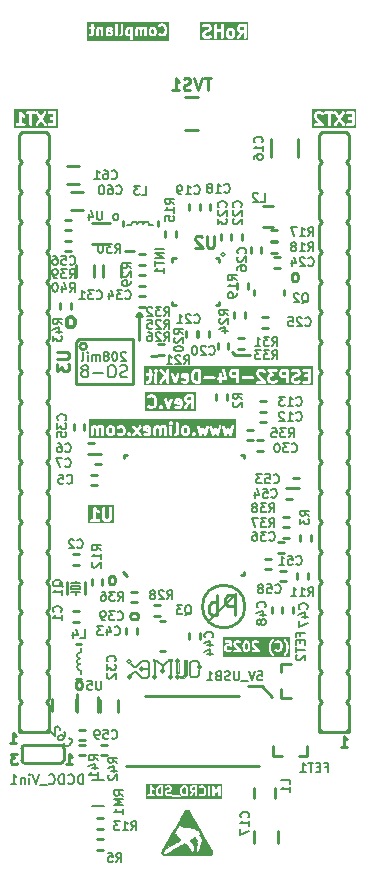
<source format=gbr>
%TF.GenerationSoftware,KiCad,Pcbnew,7.0.11-7.0.11~ubuntu22.04.1*%
%TF.CreationDate,2025-02-03T16:18:30+02:00*%
%TF.ProjectId,ESP32-P4-DevKit_Rev_C,45535033-322d-4503-942d-4465764b6974,C*%
%TF.SameCoordinates,PX80befc0PY7459280*%
%TF.FileFunction,Legend,Bot*%
%TF.FilePolarity,Positive*%
%FSLAX46Y46*%
G04 Gerber Fmt 4.6, Leading zero omitted, Abs format (unit mm)*
G04 Created by KiCad (PCBNEW 7.0.11-7.0.11~ubuntu22.04.1) date 2025-02-03 16:18:30*
%MOMM*%
%LPD*%
G01*
G04 APERTURE LIST*
%ADD10C,0.254000*%
%ADD11C,0.222250*%
%ADD12C,0.203200*%
%ADD13C,0.190500*%
%ADD14C,0.317500*%
%ADD15C,0.177800*%
%ADD16C,0.228600*%
%ADD17C,0.200000*%
%ADD18C,0.127000*%
%ADD19C,0.010000*%
%ADD20C,0.012700*%
%ADD21C,0.062500*%
%ADD22C,0.150000*%
%ADD23C,0.013000*%
G04 APERTURE END LIST*
D10*
X11431000Y46816000D02*
X11177000Y47070000D01*
X20384500Y15510500D02*
X21591000Y15510500D01*
X11177000Y47070000D02*
X10923000Y46816000D01*
X11177000Y47070000D02*
X11177000Y44784000D01*
X10923000Y46816000D02*
X11431000Y46816000D01*
X10796000Y52302400D02*
X10034000Y52302400D01*
X21591000Y15510500D02*
X22480000Y14558000D01*
X19305000Y43514000D02*
X19051000Y43768000D01*
X20575000Y43514000D02*
X19305000Y43514000D01*
D11*
X870783Y9759353D02*
X320449Y9759353D01*
X320449Y9759353D02*
X616783Y9420686D01*
X616783Y9420686D02*
X489783Y9420686D01*
X489783Y9420686D02*
X405116Y9378353D01*
X405116Y9378353D02*
X362783Y9336020D01*
X362783Y9336020D02*
X320449Y9251353D01*
X320449Y9251353D02*
X320449Y9039686D01*
X320449Y9039686D02*
X362783Y8955020D01*
X362783Y8955020D02*
X405116Y8912686D01*
X405116Y8912686D02*
X489783Y8870353D01*
X489783Y8870353D02*
X743783Y8870353D01*
X743783Y8870353D02*
X828449Y8912686D01*
X828449Y8912686D02*
X870783Y8955020D01*
D10*
G36*
X19051377Y70962126D02*
G01*
X19070616Y70942887D01*
X19096371Y70891377D01*
X19096371Y70661051D01*
X19070616Y70609541D01*
X19051378Y70590304D01*
X18999867Y70564548D01*
X18914684Y70564548D01*
X18863172Y70590304D01*
X18843935Y70609541D01*
X18818180Y70661051D01*
X18818180Y70891377D01*
X18843935Y70942887D01*
X18863174Y70962126D01*
X18914684Y70987881D01*
X18999867Y70987881D01*
X19051377Y70962126D01*
G37*
G36*
X20063990Y71048357D02*
G01*
X19833922Y71048357D01*
X19782412Y71074112D01*
X19763173Y71093351D01*
X19737418Y71144861D01*
X19737418Y71230044D01*
X19763173Y71281554D01*
X19782412Y71300793D01*
X19833922Y71326548D01*
X20063990Y71326548D01*
X20063990Y71048357D01*
G37*
G36*
X20463133Y70165405D02*
G01*
X16387037Y70165405D01*
X16387037Y70631071D01*
X16532180Y70631071D01*
X16535423Y70620026D01*
X16534187Y70608578D01*
X16545588Y70574275D01*
X16593969Y70477513D01*
X16595589Y70475771D01*
X16596096Y70473444D01*
X16617758Y70444506D01*
X16666139Y70396125D01*
X16668229Y70394984D01*
X16669445Y70392937D01*
X16699147Y70372335D01*
X16795909Y70323955D01*
X16807239Y70321917D01*
X16816924Y70315692D01*
X16852704Y70310548D01*
X17094609Y70310548D01*
X17096892Y70311219D01*
X17099199Y70310631D01*
X17134769Y70317065D01*
X17279912Y70365445D01*
X17338675Y70406284D01*
X17351609Y70437548D01*
X17548180Y70437548D01*
X17568341Y70368887D01*
X17622422Y70322025D01*
X17693254Y70311841D01*
X17758347Y70341568D01*
X17797036Y70401768D01*
X17802180Y70437548D01*
X17802180Y70842738D01*
X18128752Y70842738D01*
X18128752Y70437548D01*
X18148913Y70368887D01*
X18202994Y70322025D01*
X18273826Y70311841D01*
X18338919Y70341568D01*
X18377608Y70401768D01*
X18382752Y70437548D01*
X18382752Y70631071D01*
X18564180Y70631071D01*
X18567423Y70620026D01*
X18566187Y70608578D01*
X18577588Y70574275D01*
X18625969Y70477513D01*
X18627589Y70475771D01*
X18628096Y70473444D01*
X18649758Y70444506D01*
X18698139Y70396125D01*
X18700229Y70394984D01*
X18701445Y70392937D01*
X18731147Y70372335D01*
X18827909Y70323955D01*
X18839239Y70321917D01*
X18848924Y70315692D01*
X18884704Y70310548D01*
X19029847Y70310548D01*
X19040891Y70313792D01*
X19052339Y70312555D01*
X19086642Y70323955D01*
X19183404Y70372335D01*
X19185147Y70373957D01*
X19187474Y70374463D01*
X19216412Y70396125D01*
X19264793Y70444506D01*
X19265934Y70446596D01*
X19267980Y70447811D01*
X19288582Y70477513D01*
X19336963Y70574275D01*
X19339001Y70585605D01*
X19345227Y70595291D01*
X19350371Y70631071D01*
X19350371Y70921357D01*
X19347127Y70932403D01*
X19348364Y70943850D01*
X19336963Y70978153D01*
X19288582Y71074915D01*
X19286961Y71076658D01*
X19286455Y71078984D01*
X19264793Y71107922D01*
X19257834Y71114881D01*
X19483418Y71114881D01*
X19486661Y71103836D01*
X19485425Y71092388D01*
X19496826Y71058085D01*
X19545207Y70961323D01*
X19546827Y70959581D01*
X19547334Y70957254D01*
X19568996Y70928316D01*
X19617377Y70879935D01*
X19619466Y70878794D01*
X19620682Y70876748D01*
X19650384Y70856146D01*
X19722998Y70819839D01*
X19506376Y70510378D01*
X19483518Y70442567D01*
X19500949Y70373163D01*
X19553136Y70324200D01*
X19623510Y70311225D01*
X19689728Y70338356D01*
X19714460Y70364718D01*
X20015208Y70794357D01*
X20063990Y70794357D01*
X20063990Y70437548D01*
X20084151Y70368887D01*
X20138232Y70322025D01*
X20209064Y70311841D01*
X20274157Y70341568D01*
X20312846Y70401768D01*
X20317990Y70437548D01*
X20317990Y71453548D01*
X20315377Y71462446D01*
X20316697Y71471622D01*
X20305454Y71496241D01*
X20297829Y71522209D01*
X20290821Y71528281D01*
X20286970Y71536715D01*
X20264201Y71551348D01*
X20243748Y71569071D01*
X20234571Y71570391D01*
X20226770Y71575404D01*
X20190990Y71580548D01*
X19803942Y71580548D01*
X19792896Y71577305D01*
X19781449Y71578541D01*
X19747146Y71567140D01*
X19650384Y71518759D01*
X19648641Y71517139D01*
X19646315Y71516632D01*
X19617377Y71494970D01*
X19568996Y71446589D01*
X19567854Y71444500D01*
X19565809Y71443284D01*
X19545207Y71413582D01*
X19496826Y71316820D01*
X19494787Y71305491D01*
X19488562Y71295804D01*
X19483418Y71260024D01*
X19483418Y71114881D01*
X19257834Y71114881D01*
X19216412Y71156303D01*
X19214322Y71157445D01*
X19213107Y71159490D01*
X19183405Y71180092D01*
X19086643Y71228473D01*
X19075313Y71230512D01*
X19065627Y71236737D01*
X19029847Y71241881D01*
X18884704Y71241881D01*
X18873658Y71238638D01*
X18862211Y71239874D01*
X18827908Y71228473D01*
X18731146Y71180092D01*
X18729403Y71178472D01*
X18727077Y71177965D01*
X18698139Y71156303D01*
X18649758Y71107922D01*
X18648616Y71105833D01*
X18646571Y71104617D01*
X18625969Y71074915D01*
X18577588Y70978153D01*
X18575549Y70966824D01*
X18569324Y70957137D01*
X18564180Y70921357D01*
X18564180Y70631071D01*
X18382752Y70631071D01*
X18382752Y71453548D01*
X18362591Y71522209D01*
X18308510Y71569071D01*
X18237678Y71579255D01*
X18172585Y71549528D01*
X18133896Y71489328D01*
X18128752Y71453548D01*
X18128752Y71096738D01*
X17802180Y71096738D01*
X17802180Y71453548D01*
X17782019Y71522209D01*
X17727938Y71569071D01*
X17657106Y71579255D01*
X17592013Y71549528D01*
X17553324Y71489328D01*
X17548180Y71453548D01*
X17548180Y70437548D01*
X17351609Y70437548D01*
X17366030Y70472408D01*
X17353293Y70542826D01*
X17304508Y70595178D01*
X17235163Y70612845D01*
X17199592Y70606411D01*
X17074000Y70564548D01*
X16882684Y70564548D01*
X16831172Y70590304D01*
X16811935Y70609541D01*
X16786180Y70661051D01*
X16786180Y70697853D01*
X16811935Y70749363D01*
X16831174Y70768602D01*
X16897030Y70801530D01*
X17077030Y70846530D01*
X17080869Y70848783D01*
X17103024Y70856146D01*
X17199786Y70904527D01*
X17201528Y70906148D01*
X17203855Y70906654D01*
X17232793Y70928316D01*
X17281174Y70976697D01*
X17282315Y70978787D01*
X17284361Y70980002D01*
X17304963Y71009704D01*
X17353344Y71106466D01*
X17355382Y71117796D01*
X17361608Y71127482D01*
X17366752Y71163262D01*
X17366752Y71260024D01*
X17363508Y71271070D01*
X17364745Y71282517D01*
X17353344Y71316820D01*
X17304963Y71413582D01*
X17303342Y71415325D01*
X17302836Y71417651D01*
X17281174Y71446589D01*
X17232793Y71494970D01*
X17230703Y71496112D01*
X17229488Y71498157D01*
X17199786Y71518759D01*
X17103024Y71567140D01*
X17091694Y71569179D01*
X17082008Y71575404D01*
X17046228Y71580548D01*
X16804323Y71580548D01*
X16802038Y71579878D01*
X16799732Y71580465D01*
X16764162Y71574031D01*
X16619019Y71525650D01*
X16560257Y71484811D01*
X16532902Y71418686D01*
X16545639Y71348268D01*
X16594425Y71295916D01*
X16663770Y71278250D01*
X16699341Y71284684D01*
X16824933Y71326548D01*
X17016248Y71326548D01*
X17067758Y71300793D01*
X17086997Y71281554D01*
X17112752Y71230044D01*
X17112752Y71193242D01*
X17086997Y71141732D01*
X17067758Y71122493D01*
X17001902Y71089565D01*
X16821902Y71044565D01*
X16818062Y71042313D01*
X16795908Y71034949D01*
X16699146Y70986568D01*
X16697403Y70984948D01*
X16695077Y70984441D01*
X16666139Y70962779D01*
X16617758Y70914398D01*
X16616616Y70912309D01*
X16614571Y70911093D01*
X16593969Y70881391D01*
X16545588Y70784629D01*
X16543549Y70773300D01*
X16537324Y70763613D01*
X16532180Y70727833D01*
X16532180Y70631071D01*
X16387037Y70631071D01*
X16387037Y71725691D01*
X20463133Y71725691D01*
X20463133Y70165405D01*
G37*
D12*
G36*
X20345293Y19168634D02*
G01*
X20360681Y19153246D01*
X20387025Y19100559D01*
X20419991Y18968695D01*
X20419991Y18800183D01*
X20387025Y18668319D01*
X20360681Y18615631D01*
X20345293Y18600244D01*
X20304084Y18579639D01*
X20274642Y18579639D01*
X20233432Y18600244D01*
X20218045Y18615631D01*
X20191699Y18668323D01*
X20158734Y18800184D01*
X20158734Y18968695D01*
X20191699Y19100556D01*
X20218044Y19153246D01*
X20233432Y19168634D01*
X20274643Y19189239D01*
X20304083Y19189239D01*
X20345293Y19168634D01*
G37*
G36*
X23990506Y17951938D02*
G01*
X18291230Y17951938D01*
X18291230Y18632858D01*
X18407344Y18632858D01*
X18414581Y18610582D01*
X18418070Y18587421D01*
X18456775Y18510011D01*
X18468330Y18498279D01*
X18475807Y18483606D01*
X18514512Y18444901D01*
X18529185Y18437425D01*
X18540918Y18425869D01*
X18618327Y18387165D01*
X18641488Y18383677D01*
X18663763Y18376439D01*
X18857287Y18376439D01*
X18879563Y18383678D01*
X18902723Y18387165D01*
X18980133Y18425869D01*
X18991865Y18437425D01*
X19006540Y18444902D01*
X19045244Y18483607D01*
X19073750Y18539555D01*
X19063926Y18601574D01*
X19019525Y18645974D01*
X18957506Y18655797D01*
X18901558Y18627289D01*
X18874512Y18600244D01*
X18833304Y18579639D01*
X18687747Y18579639D01*
X18646537Y18600244D01*
X18631150Y18615631D01*
X18610544Y18656843D01*
X18610544Y18802397D01*
X18631149Y18843608D01*
X18646537Y18858996D01*
X18687748Y18879601D01*
X18833302Y18879601D01*
X18874513Y18858996D01*
X18901558Y18831950D01*
X18927066Y18818953D01*
X18951775Y18804520D01*
X18954797Y18804823D01*
X18957506Y18803442D01*
X18985783Y18807921D01*
X19014256Y18810768D01*
X19016524Y18812790D01*
X19019525Y18813265D01*
X19039758Y18833498D01*
X19061131Y18852547D01*
X19061778Y18855518D01*
X19063926Y18857665D01*
X19068402Y18885926D01*
X19074497Y18913901D01*
X19060026Y19058610D01*
X19181439Y19058610D01*
X19186527Y19042949D01*
X19186653Y19026481D01*
X19225358Y18910367D01*
X19239268Y18891524D01*
X19249902Y18870654D01*
X19540917Y18579639D01*
X19283039Y18579639D01*
X19223320Y18560235D01*
X19186412Y18509435D01*
X19186412Y18446643D01*
X19223320Y18395843D01*
X19283039Y18376439D01*
X19786201Y18376439D01*
X19808829Y18383792D01*
X19832326Y18387513D01*
X19838122Y18393310D01*
X19845920Y18395843D01*
X19859905Y18415093D01*
X19876727Y18431914D01*
X19878009Y18440011D01*
X19882828Y18446643D01*
X19882828Y18470434D01*
X19886550Y18493933D01*
X19882828Y18501238D01*
X19882828Y18509435D01*
X19868844Y18528682D01*
X19858043Y18549881D01*
X19620247Y18787677D01*
X19955534Y18787677D01*
X19959441Y18775650D01*
X19958568Y18763035D01*
X19997273Y18608216D01*
X20003278Y18598619D01*
X20004965Y18587421D01*
X20043670Y18510011D01*
X20055225Y18498279D01*
X20062702Y18483606D01*
X20101407Y18444901D01*
X20116080Y18437425D01*
X20127813Y18425869D01*
X20205222Y18387165D01*
X20228383Y18383677D01*
X20250658Y18376439D01*
X20328068Y18376439D01*
X20350344Y18383678D01*
X20373504Y18387165D01*
X20450914Y18425869D01*
X20462647Y18437426D01*
X20477319Y18444901D01*
X20516024Y18483606D01*
X20523500Y18498279D01*
X20535056Y18510011D01*
X20573761Y18587421D01*
X20575447Y18598618D01*
X20581454Y18608217D01*
X20620158Y18763036D01*
X20619283Y18775652D01*
X20623191Y18787677D01*
X20623191Y18981201D01*
X20619283Y18993227D01*
X20620158Y19005842D01*
X20606966Y19058610D01*
X20729629Y19058610D01*
X20734717Y19042949D01*
X20734843Y19026481D01*
X20773548Y18910367D01*
X20787458Y18891524D01*
X20798092Y18870654D01*
X21089107Y18579639D01*
X20831229Y18579639D01*
X20771510Y18560235D01*
X20734602Y18509435D01*
X20734602Y18446643D01*
X20771510Y18395843D01*
X20831229Y18376439D01*
X21334391Y18376439D01*
X21357019Y18383792D01*
X21380516Y18387513D01*
X21386312Y18393310D01*
X21394110Y18395843D01*
X21408095Y18415093D01*
X21424917Y18431914D01*
X21426199Y18440011D01*
X21431018Y18446643D01*
X21431018Y18470434D01*
X21434740Y18493933D01*
X21431018Y18501238D01*
X21431018Y18509435D01*
X21417034Y18528682D01*
X21406233Y18549881D01*
X21245847Y18710267D01*
X22161706Y18710267D01*
X22164872Y18700521D01*
X22163679Y18690342D01*
X22202383Y18496818D01*
X22205574Y18491134D01*
X22205624Y18484614D01*
X22244329Y18368500D01*
X22248735Y18362531D01*
X22249841Y18355192D01*
X22288546Y18277783D01*
X22293120Y18273139D01*
X22294883Y18266863D01*
X22372292Y18150748D01*
X22380334Y18144394D01*
X22384988Y18135262D01*
X22423693Y18096558D01*
X22479641Y18068052D01*
X22541660Y18077876D01*
X22586060Y18122277D01*
X22595883Y18184296D01*
X23440214Y18184296D01*
X23450036Y18122277D01*
X23494437Y18077876D01*
X23556455Y18068052D01*
X23612404Y18096558D01*
X23651109Y18135262D01*
X23655762Y18144394D01*
X23663805Y18150748D01*
X23741213Y18266863D01*
X23742975Y18273138D01*
X23747551Y18277783D01*
X23786256Y18355192D01*
X23787361Y18362531D01*
X23791768Y18368500D01*
X23830473Y18484614D01*
X23830522Y18491134D01*
X23833714Y18496818D01*
X23872419Y18690342D01*
X23871225Y18700521D01*
X23874392Y18710267D01*
X23874392Y18865086D01*
X23871225Y18874833D01*
X23872419Y18885011D01*
X23833714Y19078535D01*
X23830522Y19084220D01*
X23830473Y19090739D01*
X23791768Y19206853D01*
X23787361Y19212823D01*
X23786256Y19220161D01*
X23747551Y19297571D01*
X23742975Y19302216D01*
X23741213Y19308492D01*
X23663804Y19424605D01*
X23655763Y19430958D01*
X23651110Y19440090D01*
X23612405Y19478795D01*
X23556457Y19507302D01*
X23494438Y19497479D01*
X23450037Y19453078D01*
X23440214Y19391059D01*
X23468721Y19335111D01*
X23500313Y19303519D01*
X23568631Y19201040D01*
X23601280Y19135743D01*
X23635700Y19032483D01*
X23671192Y18855025D01*
X23671192Y18720328D01*
X23635700Y18542871D01*
X23601280Y18439611D01*
X23568632Y18374315D01*
X23500311Y18271833D01*
X23468722Y18240244D01*
X23440214Y18184296D01*
X22595883Y18184296D01*
X22567375Y18240244D01*
X22535783Y18271836D01*
X22467465Y18374315D01*
X22434816Y18439611D01*
X22401501Y18539556D01*
X22666119Y18539556D01*
X22694625Y18483607D01*
X22733329Y18444902D01*
X22754199Y18434268D01*
X22773044Y18420357D01*
X22889159Y18381652D01*
X22905627Y18381528D01*
X22921287Y18376439D01*
X22998696Y18376439D01*
X23014357Y18381528D01*
X23030824Y18381653D01*
X23146939Y18420357D01*
X23165782Y18434268D01*
X23186652Y18444901D01*
X23264062Y18522311D01*
X23271538Y18536984D01*
X23283094Y18548716D01*
X23321799Y18626126D01*
X23323485Y18637323D01*
X23329492Y18646922D01*
X23368196Y18801741D01*
X23367321Y18814357D01*
X23371229Y18826382D01*
X23371229Y18942496D01*
X23367321Y18954522D01*
X23368196Y18967137D01*
X23329492Y19121956D01*
X23323485Y19131555D01*
X23321799Y19142752D01*
X23283094Y19220161D01*
X23271537Y19231894D01*
X23264062Y19246566D01*
X23186652Y19323976D01*
X23165782Y19334610D01*
X23146939Y19348520D01*
X23030825Y19387225D01*
X23014357Y19387351D01*
X22998696Y19392439D01*
X22921287Y19392439D01*
X22905625Y19387351D01*
X22889158Y19387225D01*
X22773043Y19348520D01*
X22754199Y19334610D01*
X22733329Y19323975D01*
X22694625Y19285270D01*
X22666119Y19229321D01*
X22675943Y19167303D01*
X22720344Y19122902D01*
X22782363Y19113080D01*
X22838311Y19141588D01*
X22860055Y19163333D01*
X22937774Y19189239D01*
X22982209Y19189239D01*
X23059927Y19163333D01*
X23108719Y19114541D01*
X23135063Y19061854D01*
X23168029Y18929990D01*
X23168029Y18838888D01*
X23135063Y18707024D01*
X23108719Y18654336D01*
X23059927Y18605545D01*
X22982210Y18579639D01*
X22937773Y18579639D01*
X22860055Y18605545D01*
X22838311Y18627289D01*
X22782363Y18655797D01*
X22720344Y18645975D01*
X22675943Y18601574D01*
X22666119Y18539556D01*
X22401501Y18539556D01*
X22400396Y18542871D01*
X22364906Y18720327D01*
X22364906Y18855027D01*
X22400396Y19032483D01*
X22434816Y19135743D01*
X22467467Y19201045D01*
X22535784Y19303520D01*
X22567376Y19335111D01*
X22595883Y19391059D01*
X22586060Y19453078D01*
X22541659Y19497479D01*
X22479640Y19507302D01*
X22423692Y19478795D01*
X22384987Y19440090D01*
X22380334Y19430959D01*
X22372292Y19424605D01*
X22294884Y19308491D01*
X22293121Y19302217D01*
X22288546Y19297571D01*
X22249841Y19220161D01*
X22248735Y19212823D01*
X22244329Y19206853D01*
X22205624Y19090739D01*
X22205574Y19084220D01*
X22202383Y19078535D01*
X22163679Y18885011D01*
X22164872Y18874833D01*
X22161706Y18865086D01*
X22161706Y18710267D01*
X21245847Y18710267D01*
X20958735Y18997379D01*
X20932829Y19075098D01*
X20932829Y19112035D01*
X20953434Y19153246D01*
X20968822Y19168634D01*
X21010033Y19189239D01*
X21155587Y19189239D01*
X21196798Y19168634D01*
X21223843Y19141588D01*
X21279791Y19113080D01*
X21341810Y19122903D01*
X21386211Y19167303D01*
X21396035Y19229322D01*
X21367529Y19285270D01*
X21328825Y19323975D01*
X21314151Y19331452D01*
X21302419Y19343008D01*
X21225009Y19381713D01*
X21201848Y19385202D01*
X21179572Y19392439D01*
X20986048Y19392439D01*
X20963774Y19385202D01*
X20940611Y19381713D01*
X20863202Y19343008D01*
X20851469Y19331452D01*
X20836797Y19323976D01*
X20798092Y19285271D01*
X20790616Y19270599D01*
X20779060Y19258866D01*
X20740355Y19181457D01*
X20736866Y19158294D01*
X20729629Y19136020D01*
X20729629Y19058610D01*
X20606966Y19058610D01*
X20581454Y19160661D01*
X20575447Y19170260D01*
X20573761Y19181457D01*
X20535056Y19258866D01*
X20523499Y19270599D01*
X20516024Y19285271D01*
X20477319Y19323976D01*
X20462646Y19331452D01*
X20450914Y19343008D01*
X20373505Y19381713D01*
X20350341Y19385202D01*
X20328068Y19392439D01*
X20250658Y19392439D01*
X20228384Y19385202D01*
X20205221Y19381713D01*
X20127812Y19343008D01*
X20116079Y19331452D01*
X20101407Y19323976D01*
X20062702Y19285271D01*
X20055226Y19270599D01*
X20043670Y19258866D01*
X20004965Y19181457D01*
X20003278Y19170260D01*
X19997273Y19160662D01*
X19958568Y19005843D01*
X19959441Y18993229D01*
X19955534Y18981201D01*
X19955534Y18787677D01*
X19620247Y18787677D01*
X19410545Y18997379D01*
X19384639Y19075098D01*
X19384639Y19112035D01*
X19405244Y19153246D01*
X19420632Y19168634D01*
X19461843Y19189239D01*
X19607397Y19189239D01*
X19648608Y19168634D01*
X19675653Y19141588D01*
X19731601Y19113080D01*
X19793620Y19122903D01*
X19838021Y19167303D01*
X19847845Y19229322D01*
X19819339Y19285270D01*
X19780635Y19323975D01*
X19765961Y19331452D01*
X19754229Y19343008D01*
X19676819Y19381713D01*
X19653658Y19385202D01*
X19631382Y19392439D01*
X19437858Y19392439D01*
X19415584Y19385202D01*
X19392421Y19381713D01*
X19315012Y19343008D01*
X19303279Y19331452D01*
X19288607Y19323976D01*
X19249902Y19285271D01*
X19242426Y19270599D01*
X19230870Y19258866D01*
X19192165Y19181457D01*
X19188676Y19158294D01*
X19181439Y19136020D01*
X19181439Y19058610D01*
X19060026Y19058610D01*
X19035793Y19300948D01*
X19031324Y19311124D01*
X19031324Y19322235D01*
X19018984Y19339219D01*
X19010543Y19358440D01*
X19000947Y19364045D01*
X18994416Y19373035D01*
X18974448Y19379523D01*
X18956323Y19390110D01*
X18945266Y19389005D01*
X18934697Y19392439D01*
X18547649Y19392439D01*
X18487930Y19373035D01*
X18451022Y19322235D01*
X18451022Y19259443D01*
X18487930Y19208643D01*
X18547649Y19189239D01*
X18842750Y19189239D01*
X18853393Y19082801D01*
X18663763Y19082801D01*
X18641489Y19075564D01*
X18618326Y19072075D01*
X18540917Y19033370D01*
X18529184Y19021814D01*
X18514512Y19014338D01*
X18475807Y18975633D01*
X18468331Y18960961D01*
X18456775Y18949228D01*
X18418070Y18871819D01*
X18414581Y18848656D01*
X18407344Y18826382D01*
X18407344Y18632858D01*
X18291230Y18632858D01*
X18291230Y19623416D01*
X23990506Y19623416D01*
X23990506Y17951938D01*
G37*
D10*
G36*
X15178806Y41772840D02*
G01*
X15194847Y41740758D01*
X15194847Y41732130D01*
X14983996Y41774300D01*
X15013160Y41788881D01*
X15146724Y41788881D01*
X15178806Y41772840D01*
G37*
G36*
X16162466Y41365548D02*
G01*
X16068170Y41365548D01*
X15971021Y41397931D01*
X15910030Y41458922D01*
X15877102Y41524778D01*
X15835894Y41689610D01*
X15835894Y41803485D01*
X15877102Y41968317D01*
X15910030Y42034174D01*
X15971020Y42095165D01*
X16068171Y42127548D01*
X16162466Y42127548D01*
X16162466Y41365548D01*
G37*
G36*
X19403990Y41849357D02*
G01*
X19173922Y41849357D01*
X19122412Y41875112D01*
X19103173Y41894351D01*
X19077418Y41945861D01*
X19077418Y42031044D01*
X19103173Y42082554D01*
X19122412Y42101793D01*
X19173922Y42127548D01*
X19403990Y42127548D01*
X19403990Y41849357D01*
G37*
G36*
X23613133Y41849357D02*
G01*
X23383065Y41849357D01*
X23331555Y41875112D01*
X23312316Y41894351D01*
X23286561Y41945861D01*
X23286561Y42031044D01*
X23312316Y42082554D01*
X23331555Y42101793D01*
X23383065Y42127548D01*
X23613133Y42127548D01*
X23613133Y41849357D01*
G37*
G36*
X25899133Y40966405D02*
G01*
X11615949Y40966405D01*
X11615949Y41220474D01*
X11761092Y41220474D01*
X11790819Y41155381D01*
X11851019Y41116692D01*
X11886799Y41111548D01*
X11983561Y41111548D01*
X11994605Y41114792D01*
X12006053Y41113555D01*
X12040356Y41124955D01*
X12137118Y41173335D01*
X12153764Y41188820D01*
X12173313Y41200430D01*
X12186163Y41218957D01*
X12189515Y41222074D01*
X12190209Y41224790D01*
X12193915Y41230132D01*
X12242296Y41326894D01*
X12244334Y41338224D01*
X12250560Y41347910D01*
X12255704Y41383690D01*
X12255704Y41788881D01*
X12273847Y41788881D01*
X12342508Y41809042D01*
X12389370Y41863123D01*
X12399554Y41933955D01*
X12369827Y41999048D01*
X12309627Y42037737D01*
X12273847Y42042881D01*
X12255704Y42042881D01*
X12255704Y42215227D01*
X12437457Y42215227D01*
X12443209Y42188783D01*
X12445140Y42161785D01*
X12450697Y42154362D01*
X12452668Y42145302D01*
X12474330Y42116364D01*
X12522711Y42067983D01*
X12530849Y42063539D01*
X12536406Y42056117D01*
X12549331Y42051297D01*
X12559756Y42042263D01*
X12573410Y42040300D01*
X12581703Y42035772D01*
X12529347Y42011861D01*
X12490658Y41951661D01*
X12485514Y41915881D01*
X12485514Y41238548D01*
X12505675Y41169887D01*
X12559756Y41123025D01*
X12630588Y41112841D01*
X12695681Y41142568D01*
X12734370Y41202768D01*
X12739514Y41238548D01*
X12739514Y41915881D01*
X12719353Y41984542D01*
X12665272Y42031404D01*
X12637768Y42035359D01*
X12643134Y42037809D01*
X12656896Y42038793D01*
X12664319Y42044351D01*
X12673379Y42046321D01*
X12691537Y42059914D01*
X12695681Y42061806D01*
X12697178Y42064137D01*
X12702317Y42067983D01*
X12750698Y42116364D01*
X12755142Y42124505D01*
X12762563Y42130059D01*
X12772019Y42155414D01*
X12784992Y42179171D01*
X12784330Y42188420D01*
X12787571Y42197107D01*
X12781818Y42223552D01*
X12779888Y42250549D01*
X12774330Y42257973D01*
X12773105Y42263608D01*
X12921266Y42263608D01*
X12936477Y42193683D01*
X12958139Y42164745D01*
X13315682Y41807202D01*
X12946342Y41314748D01*
X12921274Y41247723D01*
X12936422Y41177784D01*
X12986977Y41127138D01*
X13056887Y41111864D01*
X13123959Y41136810D01*
X13149542Y41162348D01*
X13497111Y41625774D01*
X13501514Y41621371D01*
X13501514Y41238548D01*
X13521675Y41169887D01*
X13575756Y41123025D01*
X13646588Y41112841D01*
X13711681Y41142568D01*
X13750370Y41202768D01*
X13755514Y41238548D01*
X13755514Y41908592D01*
X13888770Y41908592D01*
X13895960Y41873166D01*
X14137865Y41195834D01*
X14154785Y41172560D01*
X14168927Y41147500D01*
X14175543Y41144007D01*
X14179944Y41137953D01*
X14206765Y41127520D01*
X14232207Y41114086D01*
X14239661Y41114724D01*
X14246636Y41112011D01*
X14274837Y41117735D01*
X14303506Y41120188D01*
X14309433Y41124756D01*
X14316767Y41126244D01*
X14337392Y41146301D01*
X14360189Y41163868D01*
X14365182Y41173325D01*
X14368069Y41176132D01*
X14369171Y41180881D01*
X14377067Y41195833D01*
X14547833Y41673976D01*
X14711037Y41673976D01*
X14720180Y41642837D01*
X14727610Y41611247D01*
X14730188Y41608754D01*
X14731198Y41605315D01*
X14755715Y41584070D01*
X14779054Y41561503D01*
X14783627Y41559885D01*
X14785279Y41558453D01*
X14789307Y41557874D01*
X14813130Y41549442D01*
X15194847Y41473099D01*
X15194847Y41413670D01*
X15178806Y41381590D01*
X15146724Y41365548D01*
X15013160Y41365548D01*
X14943213Y41400521D01*
X14872785Y41413194D01*
X14806684Y41385779D01*
X14765899Y41326979D01*
X14763378Y41255464D01*
X14799921Y41193937D01*
X14829623Y41173335D01*
X14926385Y41124955D01*
X14937715Y41122917D01*
X14947400Y41116692D01*
X14983180Y41111548D01*
X15176704Y41111548D01*
X15187748Y41114792D01*
X15199196Y41113555D01*
X15233499Y41124955D01*
X15330261Y41173335D01*
X15346907Y41188820D01*
X15366456Y41200430D01*
X15379306Y41218957D01*
X15382658Y41222074D01*
X15383352Y41224790D01*
X15387058Y41230132D01*
X15435439Y41326894D01*
X15437477Y41338224D01*
X15443703Y41347910D01*
X15448847Y41383690D01*
X15448847Y41673976D01*
X15581894Y41673976D01*
X15582866Y41670664D01*
X15585686Y41643174D01*
X15634067Y41449650D01*
X15636319Y41445811D01*
X15643683Y41423656D01*
X15692064Y41326894D01*
X15693684Y41325152D01*
X15694191Y41322825D01*
X15715853Y41293887D01*
X15812615Y41197126D01*
X15822719Y41191609D01*
X15829941Y41182639D01*
X15862258Y41166445D01*
X16007401Y41118065D01*
X16009778Y41117980D01*
X16011781Y41116692D01*
X16047561Y41111548D01*
X16289466Y41111548D01*
X16298363Y41114161D01*
X16307540Y41112841D01*
X16332158Y41124084D01*
X16358127Y41131709D01*
X16364198Y41138717D01*
X16372633Y41142568D01*
X16387265Y41165337D01*
X16404989Y41185790D01*
X16406308Y41194967D01*
X16411322Y41202768D01*
X16416466Y41238548D01*
X16416466Y41607521D01*
X16647569Y41607521D01*
X16677296Y41542428D01*
X16737496Y41503739D01*
X16773276Y41498595D01*
X17547371Y41498595D01*
X17616032Y41518756D01*
X17651025Y41559140D01*
X17808711Y41559140D01*
X17838438Y41494047D01*
X17898638Y41455358D01*
X17934418Y41450214D01*
X17952561Y41450214D01*
X17952561Y41238548D01*
X17972722Y41169887D01*
X18026803Y41123025D01*
X18097635Y41112841D01*
X18162728Y41142568D01*
X18201417Y41202768D01*
X18206561Y41238548D01*
X18206561Y41450214D01*
X18563371Y41450214D01*
X18591461Y41458463D01*
X18620270Y41463673D01*
X18625359Y41468416D01*
X18632032Y41470375D01*
X18651201Y41492498D01*
X18672622Y41512459D01*
X18674339Y41519200D01*
X18678894Y41524456D01*
X18683060Y41553432D01*
X18690288Y41581804D01*
X18688533Y41591503D01*
X18689078Y41595288D01*
X18687043Y41599744D01*
X18683854Y41617375D01*
X18584352Y41915881D01*
X18823418Y41915881D01*
X18826661Y41904836D01*
X18825425Y41893388D01*
X18836826Y41859085D01*
X18885207Y41762323D01*
X18886827Y41760581D01*
X18887334Y41758254D01*
X18908996Y41729316D01*
X18957377Y41680935D01*
X18959466Y41679794D01*
X18960682Y41677748D01*
X18990384Y41657146D01*
X19087146Y41608765D01*
X19098475Y41606727D01*
X19108162Y41600501D01*
X19143942Y41595357D01*
X19403990Y41595357D01*
X19403990Y41238548D01*
X19424151Y41169887D01*
X19478232Y41123025D01*
X19549064Y41112841D01*
X19614157Y41142568D01*
X19652846Y41202768D01*
X19657990Y41238548D01*
X19657990Y41607521D01*
X19889093Y41607521D01*
X19918820Y41542428D01*
X19979020Y41503739D01*
X20014800Y41498595D01*
X20788895Y41498595D01*
X20857556Y41518756D01*
X20904418Y41572837D01*
X20914602Y41643669D01*
X20884875Y41708762D01*
X20824675Y41747451D01*
X20788895Y41752595D01*
X20014800Y41752595D01*
X19946139Y41732434D01*
X19899277Y41678353D01*
X19889093Y41607521D01*
X19657990Y41607521D01*
X19657990Y41964262D01*
X21097323Y41964262D01*
X21097993Y41961979D01*
X21097406Y41959672D01*
X21103840Y41924101D01*
X21152221Y41778958D01*
X21158791Y41769504D01*
X21161239Y41758254D01*
X21182902Y41729316D01*
X21546670Y41365548D01*
X21224323Y41365548D01*
X21155662Y41345387D01*
X21108800Y41291306D01*
X21098616Y41220474D01*
X21128343Y41155381D01*
X21188543Y41116692D01*
X21224323Y41111548D01*
X21853276Y41111548D01*
X21875035Y41117938D01*
X21897658Y41119555D01*
X21908702Y41127823D01*
X21921937Y41131709D01*
X21936787Y41148848D01*
X21954945Y41162440D01*
X21959765Y41175366D01*
X21968799Y41185790D01*
X21972026Y41208239D01*
X21979952Y41229488D01*
X21977019Y41242968D01*
X21978983Y41256622D01*
X21969561Y41277252D01*
X21964741Y41299413D01*
X21951149Y41317569D01*
X21949256Y41321715D01*
X21946923Y41323214D01*
X21943078Y41328351D01*
X21839358Y41432071D01*
X22064942Y41432071D01*
X22068185Y41421026D01*
X22066949Y41409578D01*
X22078350Y41375275D01*
X22126731Y41278513D01*
X22128351Y41276771D01*
X22128858Y41274444D01*
X22150520Y41245506D01*
X22198901Y41197125D01*
X22200991Y41195984D01*
X22202207Y41193937D01*
X22231909Y41173335D01*
X22328671Y41124955D01*
X22340001Y41122917D01*
X22349686Y41116692D01*
X22385466Y41111548D01*
X22675752Y41111548D01*
X22686796Y41114792D01*
X22698244Y41113555D01*
X22732547Y41124955D01*
X22829309Y41173335D01*
X22831052Y41174957D01*
X22833379Y41175463D01*
X22862317Y41197125D01*
X22910698Y41245506D01*
X22944992Y41308313D01*
X22939888Y41379691D01*
X22897003Y41436977D01*
X22829955Y41461985D01*
X22760030Y41446774D01*
X22731092Y41425112D01*
X22697283Y41391304D01*
X22645772Y41365548D01*
X22415446Y41365548D01*
X22363934Y41391304D01*
X22344697Y41410541D01*
X22318942Y41462051D01*
X22318942Y41643996D01*
X22344697Y41695506D01*
X22363936Y41714745D01*
X22415446Y41740500D01*
X22530609Y41740500D01*
X22548417Y41745730D01*
X22566977Y41745819D01*
X22582037Y41755602D01*
X22599270Y41760661D01*
X22611424Y41774689D01*
X22626990Y41784798D01*
X22634371Y41801170D01*
X22646132Y41814742D01*
X22648773Y41833114D01*
X22656402Y41850034D01*
X22653760Y41867799D01*
X22656316Y41885574D01*
X22648606Y41902456D01*
X22646610Y41915881D01*
X23032561Y41915881D01*
X23035804Y41904836D01*
X23034568Y41893388D01*
X23045969Y41859085D01*
X23094350Y41762323D01*
X23095970Y41760581D01*
X23096477Y41758254D01*
X23118139Y41729316D01*
X23166520Y41680935D01*
X23168609Y41679794D01*
X23169825Y41677748D01*
X23199527Y41657146D01*
X23296289Y41608765D01*
X23307618Y41606727D01*
X23317305Y41600501D01*
X23353085Y41595357D01*
X23613133Y41595357D01*
X23613133Y41238548D01*
X23633294Y41169887D01*
X23687375Y41123025D01*
X23758207Y41112841D01*
X23823300Y41142568D01*
X23861989Y41202768D01*
X23867133Y41238548D01*
X23867133Y41432071D01*
X24048561Y41432071D01*
X24051804Y41421026D01*
X24050568Y41409578D01*
X24061969Y41375275D01*
X24110350Y41278513D01*
X24111970Y41276771D01*
X24112477Y41274444D01*
X24134139Y41245506D01*
X24182520Y41197125D01*
X24184610Y41195984D01*
X24185826Y41193937D01*
X24215528Y41173335D01*
X24312290Y41124955D01*
X24323620Y41122917D01*
X24333305Y41116692D01*
X24369085Y41111548D01*
X24610990Y41111548D01*
X24613273Y41112219D01*
X24615580Y41111631D01*
X24651150Y41118065D01*
X24796293Y41166445D01*
X24855056Y41207284D01*
X24860513Y41220474D01*
X25017473Y41220474D01*
X25047200Y41155381D01*
X25107400Y41116692D01*
X25143180Y41111548D01*
X25626990Y41111548D01*
X25635887Y41114161D01*
X25645064Y41112841D01*
X25669682Y41124084D01*
X25695651Y41131709D01*
X25701722Y41138717D01*
X25710157Y41142568D01*
X25724789Y41165337D01*
X25742513Y41185790D01*
X25743832Y41194967D01*
X25748846Y41202768D01*
X25753990Y41238548D01*
X25753990Y42254548D01*
X25751377Y42263446D01*
X25752697Y42272622D01*
X25741454Y42297241D01*
X25733829Y42323209D01*
X25726821Y42329281D01*
X25722970Y42337715D01*
X25700201Y42352348D01*
X25679748Y42370071D01*
X25670571Y42371391D01*
X25662770Y42376404D01*
X25626990Y42381548D01*
X25143180Y42381548D01*
X25074519Y42361387D01*
X25027657Y42307306D01*
X25017473Y42236474D01*
X25047200Y42171381D01*
X25107400Y42132692D01*
X25143180Y42127548D01*
X25499990Y42127548D01*
X25499990Y41897738D01*
X25288323Y41897738D01*
X25219662Y41877577D01*
X25172800Y41823496D01*
X25162616Y41752664D01*
X25192343Y41687571D01*
X25252543Y41648882D01*
X25288323Y41643738D01*
X25499990Y41643738D01*
X25499990Y41365548D01*
X25143180Y41365548D01*
X25074519Y41345387D01*
X25027657Y41291306D01*
X25017473Y41220474D01*
X24860513Y41220474D01*
X24882411Y41273408D01*
X24869674Y41343826D01*
X24820889Y41396178D01*
X24751544Y41413845D01*
X24715973Y41407411D01*
X24590381Y41365548D01*
X24399065Y41365548D01*
X24347553Y41391304D01*
X24328316Y41410541D01*
X24302561Y41462051D01*
X24302561Y41498853D01*
X24328316Y41550363D01*
X24347555Y41569602D01*
X24413411Y41602530D01*
X24593411Y41647530D01*
X24597250Y41649783D01*
X24619405Y41657146D01*
X24716167Y41705527D01*
X24717909Y41707148D01*
X24720236Y41707654D01*
X24749174Y41729316D01*
X24797555Y41777697D01*
X24798696Y41779787D01*
X24800742Y41781002D01*
X24821344Y41810704D01*
X24869725Y41907466D01*
X24871763Y41918796D01*
X24877989Y41928482D01*
X24883133Y41964262D01*
X24883133Y42061024D01*
X24879889Y42072070D01*
X24881126Y42083517D01*
X24869725Y42117820D01*
X24821344Y42214582D01*
X24819723Y42216325D01*
X24819217Y42218651D01*
X24797555Y42247589D01*
X24749174Y42295970D01*
X24747084Y42297112D01*
X24745869Y42299157D01*
X24716167Y42319759D01*
X24619405Y42368140D01*
X24608075Y42370179D01*
X24598389Y42376404D01*
X24562609Y42381548D01*
X24320704Y42381548D01*
X24318419Y42380878D01*
X24316113Y42381465D01*
X24280543Y42375031D01*
X24135400Y42326650D01*
X24076638Y42285811D01*
X24049283Y42219686D01*
X24062020Y42149268D01*
X24110806Y42096916D01*
X24180151Y42079250D01*
X24215722Y42085684D01*
X24341314Y42127548D01*
X24532629Y42127548D01*
X24584139Y42101793D01*
X24603378Y42082554D01*
X24629133Y42031044D01*
X24629133Y41994242D01*
X24603378Y41942732D01*
X24584139Y41923493D01*
X24518283Y41890565D01*
X24338283Y41845565D01*
X24334443Y41843313D01*
X24312289Y41835949D01*
X24215527Y41787568D01*
X24213784Y41785948D01*
X24211458Y41785441D01*
X24182520Y41763779D01*
X24134139Y41715398D01*
X24132997Y41713309D01*
X24130952Y41712093D01*
X24110350Y41682391D01*
X24061969Y41585629D01*
X24059930Y41574300D01*
X24053705Y41564613D01*
X24048561Y41528833D01*
X24048561Y41432071D01*
X23867133Y41432071D01*
X23867133Y42254548D01*
X23864520Y42263446D01*
X23865840Y42272622D01*
X23854597Y42297241D01*
X23846972Y42323209D01*
X23839964Y42329281D01*
X23836113Y42337715D01*
X23813344Y42352348D01*
X23792891Y42370071D01*
X23783714Y42371391D01*
X23775913Y42376404D01*
X23740133Y42381548D01*
X23353085Y42381548D01*
X23342039Y42378305D01*
X23330592Y42379541D01*
X23296289Y42368140D01*
X23199527Y42319759D01*
X23197784Y42318139D01*
X23195458Y42317632D01*
X23166520Y42295970D01*
X23118139Y42247589D01*
X23116997Y42245500D01*
X23114952Y42244284D01*
X23094350Y42214582D01*
X23045969Y42117820D01*
X23043930Y42106491D01*
X23037705Y42096804D01*
X23032561Y42061024D01*
X23032561Y41915881D01*
X22646610Y41915881D01*
X22645876Y41920816D01*
X22626831Y41950137D01*
X22626589Y41950667D01*
X22626413Y41950780D01*
X22626186Y41951130D01*
X22471820Y42127548D01*
X22820895Y42127548D01*
X22889556Y42147709D01*
X22936418Y42201790D01*
X22946602Y42272622D01*
X22916875Y42337715D01*
X22856675Y42376404D01*
X22820895Y42381548D01*
X22191942Y42381548D01*
X22174133Y42376319D01*
X22155574Y42376229D01*
X22140513Y42366447D01*
X22123281Y42361387D01*
X22111126Y42347360D01*
X22095561Y42337250D01*
X22088179Y42320879D01*
X22076419Y42307306D01*
X22073777Y42288935D01*
X22066149Y42272014D01*
X22068790Y42254250D01*
X22066235Y42236474D01*
X22073944Y42219593D01*
X22076675Y42201232D01*
X22095719Y42171912D01*
X22095962Y42171381D01*
X22096137Y42171269D01*
X22096365Y42170918D01*
X22282612Y41958064D01*
X22231908Y41932711D01*
X22230165Y41931091D01*
X22227839Y41930584D01*
X22198901Y41908922D01*
X22150520Y41860541D01*
X22149378Y41858452D01*
X22147333Y41857236D01*
X22126731Y41827534D01*
X22078350Y41730772D01*
X22076311Y41719443D01*
X22070086Y41709756D01*
X22064942Y41673976D01*
X22064942Y41432071D01*
X21839358Y41432071D01*
X21383706Y41887722D01*
X21351323Y41984872D01*
X21351323Y42031044D01*
X21377078Y42082554D01*
X21396317Y42101793D01*
X21447827Y42127548D01*
X21629772Y42127548D01*
X21681282Y42101793D01*
X21715092Y42067983D01*
X21777899Y42033689D01*
X21849277Y42038793D01*
X21906563Y42081678D01*
X21931571Y42148726D01*
X21916360Y42218651D01*
X21894698Y42247589D01*
X21846317Y42295970D01*
X21844227Y42297112D01*
X21843012Y42299157D01*
X21813310Y42319759D01*
X21716548Y42368140D01*
X21705218Y42370179D01*
X21695532Y42376404D01*
X21659752Y42381548D01*
X21417847Y42381548D01*
X21406801Y42378305D01*
X21395354Y42379541D01*
X21361051Y42368140D01*
X21264289Y42319759D01*
X21262546Y42318139D01*
X21260220Y42317632D01*
X21231282Y42295970D01*
X21182901Y42247589D01*
X21181759Y42245500D01*
X21179714Y42244284D01*
X21159112Y42214582D01*
X21110731Y42117820D01*
X21108692Y42106491D01*
X21102467Y42096804D01*
X21097323Y42061024D01*
X21097323Y41964262D01*
X19657990Y41964262D01*
X19657990Y42254548D01*
X19655377Y42263446D01*
X19656697Y42272622D01*
X19645454Y42297241D01*
X19637829Y42323209D01*
X19630821Y42329281D01*
X19626970Y42337715D01*
X19604201Y42352348D01*
X19583748Y42370071D01*
X19574571Y42371391D01*
X19566770Y42376404D01*
X19530990Y42381548D01*
X19143942Y42381548D01*
X19132896Y42378305D01*
X19121449Y42379541D01*
X19087146Y42368140D01*
X18990384Y42319759D01*
X18988641Y42318139D01*
X18986315Y42317632D01*
X18957377Y42295970D01*
X18908996Y42247589D01*
X18907854Y42245500D01*
X18905809Y42244284D01*
X18885207Y42214582D01*
X18836826Y42117820D01*
X18834787Y42106491D01*
X18828562Y42096804D01*
X18823418Y42061024D01*
X18823418Y41915881D01*
X18584352Y41915881D01*
X18441949Y42343089D01*
X18401110Y42401851D01*
X18334985Y42429206D01*
X18264567Y42416469D01*
X18212215Y42367683D01*
X18194549Y42298338D01*
X18200983Y42262767D01*
X18387168Y41704214D01*
X18206561Y41704214D01*
X18206561Y41915881D01*
X18186400Y41984542D01*
X18132319Y42031404D01*
X18061487Y42041588D01*
X17996394Y42011861D01*
X17957705Y41951661D01*
X17952561Y41915881D01*
X17952561Y41704214D01*
X17934418Y41704214D01*
X17865757Y41684053D01*
X17818895Y41629972D01*
X17808711Y41559140D01*
X17651025Y41559140D01*
X17662894Y41572837D01*
X17673078Y41643669D01*
X17643351Y41708762D01*
X17583151Y41747451D01*
X17547371Y41752595D01*
X16773276Y41752595D01*
X16704615Y41732434D01*
X16657753Y41678353D01*
X16647569Y41607521D01*
X16416466Y41607521D01*
X16416466Y42254548D01*
X16413853Y42263446D01*
X16415173Y42272622D01*
X16403930Y42297241D01*
X16396305Y42323209D01*
X16389297Y42329281D01*
X16385446Y42337715D01*
X16362677Y42352348D01*
X16342224Y42370071D01*
X16333047Y42371391D01*
X16325246Y42376404D01*
X16289466Y42381548D01*
X16047561Y42381548D01*
X16045276Y42380878D01*
X16042970Y42381465D01*
X16007400Y42375031D01*
X15862257Y42326650D01*
X15852802Y42320080D01*
X15841553Y42317632D01*
X15812615Y42295969D01*
X15715853Y42199208D01*
X15714711Y42197119D01*
X15712666Y42195903D01*
X15692064Y42166201D01*
X15643683Y42069439D01*
X15642894Y42065059D01*
X15634067Y42043445D01*
X15585686Y41849921D01*
X15585826Y41846471D01*
X15581894Y41819119D01*
X15581894Y41673976D01*
X15448847Y41673976D01*
X15448847Y41770738D01*
X15445603Y41781784D01*
X15446840Y41793231D01*
X15435439Y41827534D01*
X15387058Y41924296D01*
X15371573Y41940943D01*
X15359964Y41960490D01*
X15341437Y41973341D01*
X15338320Y41976692D01*
X15335604Y41977387D01*
X15330262Y41981092D01*
X15233500Y42029473D01*
X15222170Y42031512D01*
X15212484Y42037737D01*
X15176704Y42042881D01*
X14983180Y42042881D01*
X14972134Y42039638D01*
X14960687Y42040874D01*
X14926384Y42029473D01*
X14829622Y41981092D01*
X14812975Y41965608D01*
X14793428Y41953998D01*
X14780577Y41935472D01*
X14777226Y41932354D01*
X14776531Y41929639D01*
X14772826Y41924296D01*
X14724445Y41827534D01*
X14722406Y41816205D01*
X14716181Y41806518D01*
X14711037Y41770738D01*
X14711037Y41673976D01*
X14547833Y41673976D01*
X14618972Y41873166D01*
X14623079Y41944608D01*
X14587910Y42006929D01*
X14524630Y42040343D01*
X14453331Y42034241D01*
X14396648Y41990561D01*
X14379770Y41958595D01*
X14257466Y41616146D01*
X14135162Y41958596D01*
X14093083Y42016476D01*
X14026391Y42042418D01*
X13956260Y42028186D01*
X13904958Y41978297D01*
X13888770Y41908592D01*
X13755514Y41908592D01*
X13755514Y42254548D01*
X13735353Y42323209D01*
X13681272Y42370071D01*
X13610440Y42380255D01*
X13545347Y42350528D01*
X13506658Y42290328D01*
X13501514Y42254548D01*
X13501514Y41980582D01*
X13137745Y42344351D01*
X13074938Y42378645D01*
X13003560Y42373541D01*
X12946273Y42330656D01*
X12921266Y42263608D01*
X12773105Y42263608D01*
X12772360Y42267032D01*
X12750698Y42295970D01*
X12702317Y42344351D01*
X12694176Y42348796D01*
X12688622Y42356216D01*
X12675698Y42361037D01*
X12665272Y42370071D01*
X12651617Y42372035D01*
X12639510Y42378645D01*
X12630261Y42377984D01*
X12621574Y42381224D01*
X12608094Y42378292D01*
X12594440Y42380255D01*
X12581893Y42374526D01*
X12568132Y42373541D01*
X12560708Y42367984D01*
X12551649Y42366013D01*
X12533490Y42352421D01*
X12529347Y42350528D01*
X12527849Y42348198D01*
X12522711Y42344351D01*
X12474330Y42295970D01*
X12469885Y42287832D01*
X12462464Y42282275D01*
X12453006Y42256917D01*
X12440036Y42233163D01*
X12440697Y42223915D01*
X12437457Y42215227D01*
X12255704Y42215227D01*
X12255704Y42254548D01*
X12235543Y42323209D01*
X12181462Y42370071D01*
X12110630Y42380255D01*
X12045537Y42350528D01*
X12006848Y42290328D01*
X12001704Y42254548D01*
X12001704Y42042881D01*
X11886799Y42042881D01*
X11818138Y42022720D01*
X11771276Y41968639D01*
X11761092Y41897807D01*
X11790819Y41832714D01*
X11851019Y41794025D01*
X11886799Y41788881D01*
X12001704Y41788881D01*
X12001704Y41413670D01*
X11985663Y41381590D01*
X11953581Y41365548D01*
X11886799Y41365548D01*
X11818138Y41345387D01*
X11771276Y41291306D01*
X11761092Y41220474D01*
X11615949Y41220474D01*
X11615949Y42574349D01*
X25899133Y42574349D01*
X25899133Y40966405D01*
G37*
D11*
X5026449Y8870353D02*
X5534449Y8870353D01*
X5280449Y8870353D02*
X5280449Y9759353D01*
X5280449Y9759353D02*
X5365116Y9632353D01*
X5365116Y9632353D02*
X5449783Y9547686D01*
X5449783Y9547686D02*
X5534449Y9505353D01*
G36*
X10452325Y70731478D02*
G01*
X10335683Y70731478D01*
X10290609Y70754015D01*
X10273779Y70770845D01*
X10251242Y70815919D01*
X10251242Y71017455D01*
X10273778Y71062528D01*
X10290608Y71079358D01*
X10335683Y71101895D01*
X10452325Y71101895D01*
X10452325Y70731478D01*
G37*
G36*
X8787289Y70833859D02*
G01*
X8801325Y70805788D01*
X8801325Y70773587D01*
X8787289Y70745514D01*
X8759218Y70731478D01*
X8600242Y70731478D01*
X8600242Y70847895D01*
X8759217Y70847895D01*
X8787289Y70833859D01*
G37*
G36*
X12444957Y71079358D02*
G01*
X12461787Y71062528D01*
X12484324Y71017453D01*
X12484324Y70815919D01*
X12461787Y70770846D01*
X12444955Y70754014D01*
X12399884Y70731478D01*
X12325349Y70731478D01*
X12280275Y70754015D01*
X12263445Y70770845D01*
X12240908Y70815919D01*
X12240908Y71017455D01*
X12263444Y71062528D01*
X12280274Y71079358D01*
X12325349Y71101895D01*
X12399883Y71101895D01*
X12444957Y71079358D01*
G37*
G36*
X13722574Y70091334D02*
G01*
X6817098Y70091334D01*
X6817098Y70586013D01*
X6944098Y70586013D01*
X6984466Y70530451D01*
X7049784Y70509228D01*
X7134451Y70509228D01*
X7158816Y70517145D01*
X7184147Y70520960D01*
X7268814Y70563292D01*
X7269445Y70563915D01*
X7270318Y70564059D01*
X7293835Y70587937D01*
X7317745Y70611486D01*
X7317890Y70612360D01*
X7318511Y70612990D01*
X7322192Y70620353D01*
X7573659Y70620353D01*
X7594882Y70555035D01*
X7650444Y70514667D01*
X7719124Y70514667D01*
X7774686Y70555035D01*
X7795909Y70620353D01*
X7795909Y71059787D01*
X7809944Y71087859D01*
X7838017Y71101895D01*
X7912551Y71101895D01*
X7954659Y71080841D01*
X7954659Y70620353D01*
X7975882Y70555035D01*
X8031444Y70514667D01*
X8100124Y70514667D01*
X8155686Y70555035D01*
X8176909Y70620353D01*
X8377992Y70620353D01*
X8399215Y70555035D01*
X8454777Y70514667D01*
X8523457Y70514667D01*
X8530739Y70519959D01*
X8549418Y70517145D01*
X8573784Y70509228D01*
X8785450Y70509228D01*
X8809815Y70517145D01*
X8835146Y70520960D01*
X8919813Y70563292D01*
X8920444Y70563915D01*
X8921317Y70564059D01*
X8944834Y70587937D01*
X8968744Y70611486D01*
X8968889Y70612360D01*
X8969510Y70612990D01*
X9011843Y70697657D01*
X9015658Y70722988D01*
X9023575Y70747353D01*
X9023575Y70832020D01*
X9015658Y70856385D01*
X9011843Y70881717D01*
X8969510Y70966383D01*
X8968889Y70967013D01*
X8968745Y70967885D01*
X8944867Y70991403D01*
X8921317Y71015314D01*
X8920443Y71015460D01*
X8919814Y71016079D01*
X8835147Y71058413D01*
X8809814Y71062229D01*
X8785450Y71070145D01*
X8605421Y71070145D01*
X8614277Y71087859D01*
X8642350Y71101895D01*
X8759217Y71101895D01*
X8820420Y71071293D01*
X8888333Y71061064D01*
X8949288Y71092707D01*
X8980003Y71154136D01*
X8968745Y71221885D01*
X8919814Y71270079D01*
X8835147Y71312413D01*
X8809814Y71316229D01*
X8785450Y71324145D01*
X8616117Y71324145D01*
X8591752Y71316229D01*
X8566420Y71312413D01*
X8481753Y71270079D01*
X8481122Y71269458D01*
X8480250Y71269313D01*
X8456732Y71245436D01*
X8432822Y71221885D01*
X8432676Y71221012D01*
X8432057Y71220382D01*
X8389724Y71135717D01*
X8385908Y71110385D01*
X8377992Y71086020D01*
X8377992Y70620353D01*
X8176909Y70620353D01*
X8176909Y71213020D01*
X8155686Y71278338D01*
X8100124Y71318706D01*
X8031444Y71318706D01*
X8008799Y71302254D01*
X7988481Y71312413D01*
X7963148Y71316229D01*
X7938784Y71324145D01*
X7811784Y71324145D01*
X7787419Y71316229D01*
X7762087Y71312413D01*
X7677420Y71270079D01*
X7676789Y71269458D01*
X7675917Y71269313D01*
X7652399Y71245436D01*
X7628489Y71221885D01*
X7628343Y71221012D01*
X7627724Y71220382D01*
X7585391Y71135717D01*
X7581575Y71110385D01*
X7573659Y71086020D01*
X7573659Y70620353D01*
X7322192Y70620353D01*
X7360844Y70697657D01*
X7364659Y70722988D01*
X7372576Y70747353D01*
X7372576Y71101895D01*
X7388451Y71101895D01*
X7453769Y71123118D01*
X7494137Y71178680D01*
X7494137Y71247360D01*
X7453769Y71302922D01*
X7388451Y71324145D01*
X7372576Y71324145D01*
X7372576Y71449638D01*
X9141360Y71449638D01*
X9149350Y71433956D01*
X9152104Y71416571D01*
X9164548Y71404127D01*
X9172539Y71388444D01*
X9214872Y71346109D01*
X9230556Y71338118D01*
X9243002Y71325672D01*
X9251856Y71324270D01*
X9259110Y71319000D01*
X9268075Y71319000D01*
X9268652Y71318706D01*
X9259110Y71318706D01*
X9203548Y71278338D01*
X9182325Y71213020D01*
X9182325Y70620353D01*
X9203548Y70555035D01*
X9259110Y70514667D01*
X9327790Y70514667D01*
X9383352Y70555035D01*
X9399198Y70603804D01*
X9522231Y70603804D01*
X9552946Y70542375D01*
X9613900Y70510731D01*
X9681813Y70520960D01*
X9766480Y70563292D01*
X9767111Y70563915D01*
X9767984Y70564059D01*
X9791501Y70587937D01*
X9815411Y70611486D01*
X9815556Y70612360D01*
X9816177Y70612990D01*
X9858510Y70697657D01*
X9862325Y70722988D01*
X9870242Y70747353D01*
X9870242Y70789686D01*
X10028992Y70789686D01*
X10036908Y70765322D01*
X10040724Y70739989D01*
X10083057Y70655324D01*
X10095695Y70642493D01*
X10103872Y70626444D01*
X10146205Y70584109D01*
X10162256Y70575931D01*
X10175087Y70563293D01*
X10259754Y70520960D01*
X10285084Y70517145D01*
X10309450Y70509228D01*
X10452325Y70509228D01*
X10452325Y70324020D01*
X10473548Y70258702D01*
X10529110Y70218334D01*
X10597790Y70218334D01*
X10653352Y70258702D01*
X10674575Y70324020D01*
X10674575Y70620353D01*
X10875658Y70620353D01*
X10896881Y70555035D01*
X10952443Y70514667D01*
X11021123Y70514667D01*
X11076685Y70555035D01*
X11097908Y70620353D01*
X11097908Y71059787D01*
X11111943Y71087859D01*
X11140016Y71101895D01*
X11214550Y71101895D01*
X11242622Y71087859D01*
X11256658Y71059788D01*
X11256658Y70620353D01*
X11277881Y70555035D01*
X11333443Y70514667D01*
X11402123Y70514667D01*
X11457685Y70555035D01*
X11478908Y70620353D01*
X11478908Y71059787D01*
X11492943Y71087859D01*
X11521016Y71101895D01*
X11595550Y71101895D01*
X11637658Y71080841D01*
X11637658Y70620353D01*
X11658881Y70555035D01*
X11714443Y70514667D01*
X11783123Y70514667D01*
X11838685Y70555035D01*
X11859908Y70620353D01*
X11859908Y70789686D01*
X12018658Y70789686D01*
X12026574Y70765322D01*
X12030390Y70739989D01*
X12072723Y70655324D01*
X12085361Y70642493D01*
X12093538Y70626444D01*
X12135871Y70584109D01*
X12151922Y70575931D01*
X12164753Y70563293D01*
X12249420Y70520960D01*
X12274750Y70517145D01*
X12299116Y70509228D01*
X12426116Y70509228D01*
X12450481Y70517145D01*
X12475812Y70520960D01*
X12560479Y70563292D01*
X12573313Y70575933D01*
X12589361Y70584110D01*
X12631694Y70626444D01*
X12639870Y70642491D01*
X12652509Y70655323D01*
X12668667Y70687638D01*
X12824359Y70687638D01*
X12855538Y70626444D01*
X12897871Y70584109D01*
X12920698Y70572478D01*
X12941308Y70557263D01*
X13068309Y70514930D01*
X13086320Y70514794D01*
X13103449Y70509228D01*
X13188116Y70509228D01*
X13205244Y70514794D01*
X13223257Y70514930D01*
X13350257Y70557264D01*
X13370867Y70572479D01*
X13393693Y70584109D01*
X13478360Y70668776D01*
X13486537Y70684825D01*
X13499176Y70697657D01*
X13541509Y70782324D01*
X13543353Y70794570D01*
X13549923Y70805068D01*
X13592256Y70974401D01*
X13591300Y70988199D01*
X13595574Y71001353D01*
X13595574Y71128353D01*
X13591300Y71141508D01*
X13592256Y71155305D01*
X13549923Y71324638D01*
X13543353Y71335137D01*
X13541509Y71347382D01*
X13499176Y71432049D01*
X13486537Y71444882D01*
X13478360Y71460930D01*
X13393693Y71545597D01*
X13370867Y71557228D01*
X13350257Y71572442D01*
X13223257Y71614776D01*
X13205244Y71614913D01*
X13188116Y71620478D01*
X13103449Y71620478D01*
X13086320Y71614913D01*
X13068309Y71614776D01*
X12941308Y71572443D01*
X12920698Y71557229D01*
X12897871Y71545597D01*
X12855538Y71503262D01*
X12824359Y71442068D01*
X12835103Y71374236D01*
X12883668Y71325672D01*
X12951501Y71314929D01*
X13012694Y71346110D01*
X13036475Y71369893D01*
X13121481Y71398228D01*
X13170081Y71398228D01*
X13255089Y71369893D01*
X13308454Y71316528D01*
X13337267Y71258899D01*
X13373324Y71114674D01*
X13373324Y71015032D01*
X13337267Y70870808D01*
X13308454Y70813179D01*
X13255089Y70759814D01*
X13170081Y70731478D01*
X13121481Y70731478D01*
X13036475Y70759814D01*
X13012694Y70783596D01*
X12951501Y70814777D01*
X12883668Y70804034D01*
X12835103Y70755470D01*
X12824359Y70687638D01*
X12668667Y70687638D01*
X12694842Y70739989D01*
X12698657Y70765322D01*
X12706574Y70789686D01*
X12706574Y71043686D01*
X12698657Y71068052D01*
X12694842Y71093382D01*
X12652509Y71178049D01*
X12639870Y71190882D01*
X12631693Y71206930D01*
X12589360Y71249263D01*
X12573312Y71257440D01*
X12560480Y71270079D01*
X12475813Y71312413D01*
X12450480Y71316229D01*
X12426116Y71324145D01*
X12299116Y71324145D01*
X12274751Y71316229D01*
X12249419Y71312413D01*
X12164752Y71270079D01*
X12151919Y71257440D01*
X12135872Y71249263D01*
X12093539Y71206930D01*
X12085362Y71190883D01*
X12072722Y71178049D01*
X12030390Y71093382D01*
X12026574Y71068052D01*
X12018658Y71043686D01*
X12018658Y70789686D01*
X11859908Y70789686D01*
X11859908Y71213020D01*
X11838685Y71278338D01*
X11783123Y71318706D01*
X11714443Y71318706D01*
X11691798Y71302254D01*
X11671480Y71312413D01*
X11646147Y71316229D01*
X11621783Y71324145D01*
X11494783Y71324145D01*
X11470418Y71316229D01*
X11445086Y71312413D01*
X11367783Y71273762D01*
X11290480Y71312413D01*
X11265147Y71316229D01*
X11240783Y71324145D01*
X11113783Y71324145D01*
X11089418Y71316229D01*
X11064086Y71312413D01*
X10979419Y71270079D01*
X10978788Y71269458D01*
X10977916Y71269313D01*
X10954398Y71245436D01*
X10930488Y71221885D01*
X10930342Y71221012D01*
X10929723Y71220382D01*
X10887390Y71135717D01*
X10883574Y71110385D01*
X10875658Y71086020D01*
X10875658Y70620353D01*
X10674575Y70620353D01*
X10674575Y71213020D01*
X10653352Y71278338D01*
X10597790Y71318706D01*
X10529110Y71318706D01*
X10521827Y71313415D01*
X10503147Y71316229D01*
X10478783Y71324145D01*
X10309450Y71324145D01*
X10285085Y71316229D01*
X10259753Y71312413D01*
X10175086Y71270079D01*
X10162253Y71257440D01*
X10146206Y71249263D01*
X10103873Y71206930D01*
X10095696Y71190883D01*
X10083056Y71178049D01*
X10040724Y71093382D01*
X10036908Y71068052D01*
X10028992Y71043686D01*
X10028992Y70789686D01*
X9870242Y70789686D01*
X9870242Y71509353D01*
X9849019Y71574671D01*
X9793457Y71615039D01*
X9724777Y71615039D01*
X9669215Y71574671D01*
X9647992Y71509353D01*
X9647992Y70773587D01*
X9633956Y70745514D01*
X9582421Y70719746D01*
X9533490Y70671553D01*
X9522231Y70603804D01*
X9399198Y70603804D01*
X9404575Y70620353D01*
X9404575Y71213020D01*
X9383352Y71278338D01*
X9327790Y71318706D01*
X9318247Y71318706D01*
X9318824Y71319000D01*
X9327790Y71319000D01*
X9335043Y71324270D01*
X9343898Y71325672D01*
X9356345Y71338119D01*
X9372028Y71346110D01*
X9414361Y71388444D01*
X9422351Y71404127D01*
X9434796Y71416571D01*
X9437549Y71433954D01*
X9445541Y71449638D01*
X9442787Y71467023D01*
X9445540Y71484403D01*
X9437550Y71500084D01*
X9434796Y71517471D01*
X9422349Y71529918D01*
X9414360Y71545597D01*
X9372027Y71587930D01*
X9356343Y71595922D01*
X9343899Y71608366D01*
X9335044Y71609769D01*
X9327790Y71615039D01*
X9318824Y71615039D01*
X9310834Y71619110D01*
X9293450Y71616357D01*
X9276067Y71619110D01*
X9268077Y71615039D01*
X9259110Y71615039D01*
X9251855Y71609769D01*
X9243001Y71608366D01*
X9230555Y71595921D01*
X9214873Y71587930D01*
X9172540Y71545597D01*
X9164549Y71529916D01*
X9152104Y71517470D01*
X9149350Y71500086D01*
X9141360Y71484404D01*
X9144113Y71467021D01*
X9141360Y71449638D01*
X7372576Y71449638D01*
X7372576Y71509353D01*
X7351353Y71574671D01*
X7295791Y71615039D01*
X7227111Y71615039D01*
X7171549Y71574671D01*
X7150326Y71509353D01*
X7150326Y71324145D01*
X7049784Y71324145D01*
X6984466Y71302922D01*
X6944098Y71247360D01*
X6944098Y71178680D01*
X6984466Y71123118D01*
X7049784Y71101895D01*
X7150326Y71101895D01*
X7150326Y70773587D01*
X7136290Y70745514D01*
X7108219Y70731478D01*
X7049784Y70731478D01*
X6984466Y70710255D01*
X6944098Y70654693D01*
X6944098Y70586013D01*
X6817098Y70586013D01*
X6817098Y71747478D01*
X13722574Y71747478D01*
X13722574Y70091334D01*
G37*
D10*
G36*
X14610330Y39613840D02*
G01*
X14626371Y39581758D01*
X14626371Y39573130D01*
X14415520Y39615300D01*
X14444684Y39629881D01*
X14578248Y39629881D01*
X14610330Y39613840D01*
G37*
G36*
X15593990Y39690357D02*
G01*
X15363922Y39690357D01*
X15312412Y39716112D01*
X15293173Y39735351D01*
X15267418Y39786861D01*
X15267418Y39872044D01*
X15293173Y39923554D01*
X15312412Y39942793D01*
X15363922Y39968548D01*
X15593990Y39968548D01*
X15593990Y39690357D01*
G37*
G36*
X15993133Y38807405D02*
G01*
X11723837Y38807405D01*
X11723837Y39185369D01*
X11868980Y39185369D01*
X11884191Y39115444D01*
X11905853Y39086506D01*
X11954234Y39038125D01*
X11964339Y39032607D01*
X11971560Y39023639D01*
X12003877Y39007445D01*
X12149020Y38959065D01*
X12151397Y38958980D01*
X12153400Y38957692D01*
X12189180Y38952548D01*
X12285942Y38952548D01*
X12288225Y38953219D01*
X12290532Y38952631D01*
X12326102Y38959065D01*
X12471245Y39007445D01*
X12480699Y39014016D01*
X12491950Y39016463D01*
X12520888Y39038125D01*
X12617649Y39134887D01*
X12618789Y39136977D01*
X12618806Y39136987D01*
X12884981Y39136987D01*
X12890733Y39110543D01*
X12892664Y39083546D01*
X12898220Y39076123D01*
X12900192Y39067062D01*
X12921855Y39038125D01*
X12970236Y38989745D01*
X12978373Y38985302D01*
X12983929Y38977880D01*
X12996854Y38973060D01*
X13007280Y38964025D01*
X13020936Y38962062D01*
X13033043Y38955451D01*
X13042289Y38956113D01*
X13050977Y38952872D01*
X13064457Y38955805D01*
X13078112Y38953841D01*
X13090660Y38959572D01*
X13104421Y38960556D01*
X13111841Y38966112D01*
X13120902Y38968082D01*
X13139059Y38981675D01*
X13143205Y38983568D01*
X13144703Y38985900D01*
X13149840Y38989745D01*
X13198220Y39038124D01*
X13202664Y39046264D01*
X13210087Y39051820D01*
X13219544Y39077176D01*
X13232516Y39100931D01*
X13231854Y39110181D01*
X13235095Y39118868D01*
X13229342Y39145313D01*
X13227412Y39172308D01*
X13221855Y39179731D01*
X13219884Y39188793D01*
X13198222Y39217731D01*
X13149841Y39266112D01*
X13141700Y39270557D01*
X13136146Y39277977D01*
X13123222Y39282798D01*
X13112796Y39291832D01*
X13099141Y39293796D01*
X13087034Y39300406D01*
X13077785Y39299745D01*
X13069098Y39302985D01*
X13055618Y39300053D01*
X13041964Y39302016D01*
X13029417Y39296287D01*
X13015656Y39295302D01*
X13008232Y39289745D01*
X12999173Y39287774D01*
X12981014Y39274182D01*
X12976871Y39272289D01*
X12975373Y39269959D01*
X12970235Y39266112D01*
X12921854Y39217731D01*
X12917409Y39209591D01*
X12909988Y39204035D01*
X12900531Y39178681D01*
X12887560Y39154924D01*
X12888221Y39145675D01*
X12884981Y39136987D01*
X12618806Y39136987D01*
X12620837Y39138192D01*
X12641439Y39167894D01*
X12689820Y39264656D01*
X12690608Y39269037D01*
X12699436Y39290650D01*
X12747817Y39484174D01*
X12747676Y39487625D01*
X12751609Y39514976D01*
X12751609Y39660119D01*
X12750636Y39663432D01*
X12747817Y39690921D01*
X12733149Y39749592D01*
X13320294Y39749592D01*
X13327484Y39714166D01*
X13569389Y39036834D01*
X13586309Y39013560D01*
X13600451Y38988500D01*
X13607067Y38985007D01*
X13611468Y38978953D01*
X13638289Y38968520D01*
X13663731Y38955086D01*
X13671185Y38955724D01*
X13678160Y38953011D01*
X13706361Y38958735D01*
X13735030Y38961188D01*
X13740957Y38965756D01*
X13748291Y38967244D01*
X13768916Y38987301D01*
X13791713Y39004868D01*
X13796706Y39014325D01*
X13799593Y39017132D01*
X13800695Y39021881D01*
X13808591Y39036833D01*
X13979357Y39514976D01*
X14142561Y39514976D01*
X14151704Y39483837D01*
X14159134Y39452247D01*
X14161712Y39449754D01*
X14162722Y39446315D01*
X14187239Y39425070D01*
X14210578Y39402503D01*
X14215151Y39400885D01*
X14216803Y39399453D01*
X14220831Y39398874D01*
X14244654Y39390442D01*
X14626371Y39314099D01*
X14626371Y39254670D01*
X14610330Y39222590D01*
X14578248Y39206548D01*
X14444684Y39206548D01*
X14374737Y39241521D01*
X14304309Y39254194D01*
X14238208Y39226779D01*
X14197423Y39167979D01*
X14194902Y39096464D01*
X14231445Y39034937D01*
X14261147Y39014335D01*
X14357909Y38965955D01*
X14369239Y38963917D01*
X14378924Y38957692D01*
X14414704Y38952548D01*
X14608228Y38952548D01*
X14619272Y38955792D01*
X14630720Y38954555D01*
X14665023Y38965955D01*
X14761785Y39014335D01*
X14778431Y39029820D01*
X14797980Y39041430D01*
X14810830Y39059957D01*
X14814182Y39063074D01*
X14814876Y39065790D01*
X14818582Y39071132D01*
X14866963Y39167894D01*
X14869001Y39179224D01*
X14875227Y39188910D01*
X14880371Y39224690D01*
X14880371Y39611738D01*
X14877127Y39622784D01*
X14878364Y39634231D01*
X14866963Y39668534D01*
X14822789Y39756881D01*
X15013418Y39756881D01*
X15016661Y39745836D01*
X15015425Y39734388D01*
X15026826Y39700085D01*
X15075207Y39603323D01*
X15076827Y39601581D01*
X15077334Y39599254D01*
X15098996Y39570316D01*
X15147377Y39521935D01*
X15149466Y39520794D01*
X15150682Y39518748D01*
X15180384Y39498146D01*
X15252998Y39461839D01*
X15036376Y39152378D01*
X15013518Y39084567D01*
X15030949Y39015163D01*
X15083136Y38966200D01*
X15153510Y38953225D01*
X15219728Y38980356D01*
X15244460Y39006718D01*
X15545208Y39436357D01*
X15593990Y39436357D01*
X15593990Y39079548D01*
X15614151Y39010887D01*
X15668232Y38964025D01*
X15739064Y38953841D01*
X15804157Y38983568D01*
X15842846Y39043768D01*
X15847990Y39079548D01*
X15847990Y40095548D01*
X15845377Y40104446D01*
X15846697Y40113622D01*
X15835454Y40138241D01*
X15827829Y40164209D01*
X15820821Y40170281D01*
X15816970Y40178715D01*
X15794201Y40193348D01*
X15773748Y40211071D01*
X15764571Y40212391D01*
X15756770Y40217404D01*
X15720990Y40222548D01*
X15333942Y40222548D01*
X15322896Y40219305D01*
X15311449Y40220541D01*
X15277146Y40209140D01*
X15180384Y40160759D01*
X15178641Y40159139D01*
X15176315Y40158632D01*
X15147377Y40136970D01*
X15098996Y40088589D01*
X15097854Y40086500D01*
X15095809Y40085284D01*
X15075207Y40055582D01*
X15026826Y39958820D01*
X15024787Y39947491D01*
X15018562Y39937804D01*
X15013418Y39902024D01*
X15013418Y39756881D01*
X14822789Y39756881D01*
X14818582Y39765296D01*
X14803097Y39781943D01*
X14791488Y39801490D01*
X14772961Y39814341D01*
X14769844Y39817692D01*
X14767128Y39818387D01*
X14761786Y39822092D01*
X14665024Y39870473D01*
X14653694Y39872512D01*
X14644008Y39878737D01*
X14608228Y39883881D01*
X14414704Y39883881D01*
X14403658Y39880638D01*
X14392211Y39881874D01*
X14357908Y39870473D01*
X14261146Y39822092D01*
X14244499Y39806608D01*
X14224952Y39794998D01*
X14212101Y39776472D01*
X14208750Y39773354D01*
X14208055Y39770639D01*
X14204350Y39765296D01*
X14155969Y39668534D01*
X14153930Y39657205D01*
X14147705Y39647518D01*
X14142561Y39611738D01*
X14142561Y39514976D01*
X13979357Y39514976D01*
X14050496Y39714166D01*
X14054603Y39785608D01*
X14019434Y39847929D01*
X13956154Y39881343D01*
X13884855Y39875241D01*
X13828172Y39831561D01*
X13811294Y39799595D01*
X13688990Y39457146D01*
X13566686Y39799596D01*
X13524607Y39857476D01*
X13457915Y39883418D01*
X13387784Y39869186D01*
X13336482Y39819297D01*
X13320294Y39749592D01*
X12733149Y39749592D01*
X12699436Y39884445D01*
X12697183Y39888285D01*
X12689820Y39910439D01*
X12641439Y40007201D01*
X12639818Y40008944D01*
X12639312Y40011270D01*
X12617649Y40040208D01*
X12520888Y40136970D01*
X12510782Y40142488D01*
X12503563Y40151455D01*
X12471246Y40167650D01*
X12326103Y40216031D01*
X12323724Y40216118D01*
X12321722Y40217404D01*
X12285942Y40222548D01*
X12189180Y40222548D01*
X12186895Y40221878D01*
X12184589Y40222465D01*
X12149019Y40216031D01*
X12003876Y40167650D01*
X11994421Y40161080D01*
X11983172Y40158632D01*
X11954234Y40136970D01*
X11905853Y40088589D01*
X11871559Y40025782D01*
X11876663Y39954404D01*
X11919548Y39897117D01*
X11986596Y39872110D01*
X12056521Y39887321D01*
X12085459Y39908983D01*
X12112641Y39936165D01*
X12209790Y39968548D01*
X12265332Y39968548D01*
X12362481Y39936165D01*
X12423472Y39875175D01*
X12456401Y39809317D01*
X12497609Y39644485D01*
X12497609Y39530610D01*
X12456401Y39365778D01*
X12423472Y39299921D01*
X12362481Y39238930D01*
X12265333Y39206548D01*
X12209789Y39206548D01*
X12112641Y39238930D01*
X12085459Y39266112D01*
X12022652Y39300406D01*
X11951274Y39295302D01*
X11893987Y39252417D01*
X11868980Y39185369D01*
X11723837Y39185369D01*
X11723837Y40367691D01*
X15993133Y40367691D01*
X15993133Y38807405D01*
G37*
D11*
X28326449Y10370353D02*
X28834449Y10370353D01*
X28580449Y10370353D02*
X28580449Y11259353D01*
X28580449Y11259353D02*
X28665116Y11132353D01*
X28665116Y11132353D02*
X28749783Y11047686D01*
X28749783Y11047686D02*
X28834449Y11005353D01*
X276449Y10670353D02*
X784449Y10670353D01*
X530449Y10670353D02*
X530449Y11559353D01*
X530449Y11559353D02*
X615116Y11432353D01*
X615116Y11432353D02*
X699783Y11347686D01*
X699783Y11347686D02*
X784449Y11305353D01*
D10*
G36*
X8884519Y37318126D02*
G01*
X8903758Y37298887D01*
X8929513Y37247377D01*
X8929513Y37017051D01*
X8903758Y36965541D01*
X8884520Y36946304D01*
X8833009Y36920548D01*
X8747826Y36920548D01*
X8696314Y36946304D01*
X8677077Y36965541D01*
X8651322Y37017051D01*
X8651322Y37247377D01*
X8677077Y37298887D01*
X8696316Y37318126D01*
X8747826Y37343881D01*
X8833009Y37343881D01*
X8884519Y37318126D01*
G37*
G36*
X11961472Y37327840D02*
G01*
X11977513Y37295758D01*
X11977513Y37287130D01*
X11766662Y37329300D01*
X11795826Y37343881D01*
X11929390Y37343881D01*
X11961472Y37327840D01*
G37*
G36*
X15222424Y37318126D02*
G01*
X15241663Y37298887D01*
X15267418Y37247377D01*
X15267418Y37017051D01*
X15241663Y36965541D01*
X15222425Y36946304D01*
X15170914Y36920548D01*
X15085731Y36920548D01*
X15034219Y36946304D01*
X15014982Y36965541D01*
X14989227Y37017051D01*
X14989227Y37247377D01*
X15014982Y37298887D01*
X15034221Y37318126D01*
X15085731Y37343881D01*
X15170914Y37343881D01*
X15222424Y37318126D01*
G37*
G36*
X19387009Y36521405D02*
G01*
X6945894Y36521405D01*
X6945894Y36793548D01*
X7091037Y36793548D01*
X7111198Y36724887D01*
X7165279Y36678025D01*
X7236111Y36667841D01*
X7301204Y36697568D01*
X7339893Y36757768D01*
X7345037Y36793548D01*
X7345037Y37295758D01*
X7361077Y37327840D01*
X7393160Y37343881D01*
X7478342Y37343881D01*
X7510424Y37327840D01*
X7526465Y37295758D01*
X7526465Y36793548D01*
X7546626Y36724887D01*
X7600707Y36678025D01*
X7671539Y36667841D01*
X7736632Y36697568D01*
X7775321Y36757768D01*
X7780465Y36793548D01*
X7780465Y37295758D01*
X7796506Y37327840D01*
X7828588Y37343881D01*
X7913771Y37343881D01*
X7961894Y37319820D01*
X7961894Y36793548D01*
X7982055Y36724887D01*
X8036136Y36678025D01*
X8106968Y36667841D01*
X8172061Y36697568D01*
X8210750Y36757768D01*
X8215894Y36793548D01*
X8215894Y36987071D01*
X8397322Y36987071D01*
X8400565Y36976026D01*
X8399329Y36964578D01*
X8410730Y36930275D01*
X8459111Y36833513D01*
X8460731Y36831771D01*
X8461238Y36829444D01*
X8482900Y36800506D01*
X8531281Y36752125D01*
X8533371Y36750984D01*
X8534587Y36748937D01*
X8564289Y36728335D01*
X8661051Y36679955D01*
X8672381Y36677917D01*
X8682066Y36671692D01*
X8717846Y36666548D01*
X8862989Y36666548D01*
X8874033Y36669792D01*
X8885481Y36668555D01*
X8919784Y36679955D01*
X9016546Y36728335D01*
X9018289Y36729957D01*
X9020616Y36730463D01*
X9049554Y36752125D01*
X9097935Y36800506D01*
X9099076Y36802596D01*
X9101122Y36803811D01*
X9121724Y36833513D01*
X9170105Y36930275D01*
X9172143Y36941605D01*
X9178369Y36951291D01*
X9183513Y36987071D01*
X9183513Y37277357D01*
X9180269Y37288403D01*
X9181506Y37299850D01*
X9170105Y37334153D01*
X9128169Y37418025D01*
X9316639Y37418025D01*
X9339207Y37350116D01*
X9394906Y37305190D01*
X9466053Y37297507D01*
X9500356Y37308908D01*
X9570302Y37343881D01*
X9703866Y37343881D01*
X9755376Y37318126D01*
X9774615Y37298887D01*
X9800370Y37247377D01*
X9800370Y37017051D01*
X9774615Y36965541D01*
X9755377Y36946304D01*
X9703866Y36920548D01*
X9570302Y36920548D01*
X9500355Y36955521D01*
X9429927Y36968194D01*
X9363826Y36940779D01*
X9323041Y36881979D01*
X9320520Y36810464D01*
X9357063Y36748937D01*
X9386765Y36728335D01*
X9483527Y36679955D01*
X9494857Y36677917D01*
X9504542Y36671692D01*
X9540322Y36666548D01*
X9733846Y36666548D01*
X9744890Y36669792D01*
X9756338Y36668555D01*
X9790641Y36679955D01*
X9887403Y36728335D01*
X9889146Y36729957D01*
X9891473Y36730463D01*
X9920411Y36752125D01*
X9968792Y36800506D01*
X9969933Y36802596D01*
X9971979Y36803811D01*
X9992581Y36833513D01*
X10001318Y36850987D01*
X10187742Y36850987D01*
X10193494Y36824543D01*
X10195425Y36797546D01*
X10200981Y36790123D01*
X10202953Y36781062D01*
X10224616Y36752125D01*
X10272997Y36703745D01*
X10281134Y36699302D01*
X10286690Y36691880D01*
X10299615Y36687060D01*
X10310041Y36678025D01*
X10323697Y36676062D01*
X10335804Y36669451D01*
X10345050Y36670113D01*
X10353738Y36666872D01*
X10367218Y36669805D01*
X10380873Y36667841D01*
X10393421Y36673572D01*
X10407182Y36674556D01*
X10414602Y36680112D01*
X10423663Y36682082D01*
X10441820Y36695675D01*
X10445966Y36697568D01*
X10447464Y36699900D01*
X10452601Y36703745D01*
X10500981Y36752124D01*
X10505425Y36760264D01*
X10512848Y36765820D01*
X10522305Y36791176D01*
X10530163Y36805566D01*
X10623416Y36805566D01*
X10636989Y36735305D01*
X10686393Y36683536D01*
X10755943Y36666695D01*
X10823558Y36690128D01*
X10849708Y36715085D01*
X11015941Y36926655D01*
X11182174Y36715085D01*
X11240448Y36673551D01*
X11311925Y36670115D01*
X11373913Y36705869D01*
X11406731Y36769460D01*
X11399960Y36840699D01*
X11381899Y36872012D01*
X11177453Y37132215D01*
X11253480Y37228976D01*
X11493703Y37228976D01*
X11502846Y37197837D01*
X11510276Y37166247D01*
X11512854Y37163754D01*
X11513864Y37160315D01*
X11538381Y37139070D01*
X11561720Y37116503D01*
X11566293Y37114885D01*
X11567945Y37113453D01*
X11571973Y37112874D01*
X11595796Y37104442D01*
X11977513Y37028099D01*
X11977513Y36968670D01*
X11961472Y36936590D01*
X11929390Y36920548D01*
X11795826Y36920548D01*
X11725879Y36955521D01*
X11655451Y36968194D01*
X11589350Y36940779D01*
X11548565Y36881979D01*
X11546044Y36810464D01*
X11582587Y36748937D01*
X11612289Y36728335D01*
X11709051Y36679955D01*
X11720381Y36677917D01*
X11730066Y36671692D01*
X11765846Y36666548D01*
X11959370Y36666548D01*
X11970414Y36669792D01*
X11981862Y36668555D01*
X12016165Y36679955D01*
X12112927Y36728335D01*
X12129573Y36743820D01*
X12149122Y36755430D01*
X12161972Y36773957D01*
X12165324Y36777074D01*
X12166018Y36779790D01*
X12169724Y36785132D01*
X12173932Y36793548D01*
X12412942Y36793548D01*
X12433103Y36724887D01*
X12487184Y36678025D01*
X12558016Y36667841D01*
X12623109Y36697568D01*
X12661798Y36757768D01*
X12666942Y36793548D01*
X12666942Y37295758D01*
X12682982Y37327840D01*
X12715065Y37343881D01*
X12800247Y37343881D01*
X12832329Y37327840D01*
X12848370Y37295758D01*
X12848370Y36793548D01*
X12868531Y36724887D01*
X12922612Y36678025D01*
X12993444Y36667841D01*
X13058537Y36697568D01*
X13097226Y36757768D01*
X13102370Y36793548D01*
X13102370Y37295758D01*
X13118411Y37327840D01*
X13150493Y37343881D01*
X13235676Y37343881D01*
X13283799Y37319820D01*
X13283799Y36793548D01*
X13303960Y36724887D01*
X13358041Y36678025D01*
X13428873Y36667841D01*
X13493966Y36697568D01*
X13532655Y36757768D01*
X13537799Y36793548D01*
X13537799Y37470881D01*
X13517638Y37539542D01*
X13463557Y37586404D01*
X13392725Y37596588D01*
X13343334Y37574032D01*
X13322452Y37584473D01*
X13311122Y37586512D01*
X13301436Y37592737D01*
X13265656Y37597881D01*
X13120513Y37597881D01*
X13109467Y37594638D01*
X13098020Y37595874D01*
X13063717Y37584473D01*
X12975370Y37540300D01*
X12887023Y37584473D01*
X12875693Y37586512D01*
X12866007Y37592737D01*
X12830227Y37597881D01*
X12685084Y37597881D01*
X12674036Y37594638D01*
X12662590Y37595873D01*
X12628287Y37584473D01*
X12531526Y37536092D01*
X12514879Y37520607D01*
X12495333Y37508998D01*
X12482481Y37490470D01*
X12479131Y37487353D01*
X12478436Y37484639D01*
X12474731Y37479296D01*
X12426350Y37382534D01*
X12424311Y37371205D01*
X12418086Y37361518D01*
X12412942Y37325738D01*
X12412942Y36793548D01*
X12173932Y36793548D01*
X12218105Y36881894D01*
X12220143Y36893224D01*
X12226369Y36902910D01*
X12231513Y36938690D01*
X12231513Y37325738D01*
X12228269Y37336784D01*
X12229506Y37348231D01*
X12218105Y37382534D01*
X12169724Y37479296D01*
X12154239Y37495943D01*
X12142630Y37515490D01*
X12124103Y37528341D01*
X12120986Y37531692D01*
X12118270Y37532387D01*
X12112928Y37536092D01*
X12016166Y37584473D01*
X12004836Y37586512D01*
X11995150Y37592737D01*
X11959370Y37597881D01*
X11765846Y37597881D01*
X11754800Y37594638D01*
X11743353Y37595874D01*
X11709050Y37584473D01*
X11612288Y37536092D01*
X11595641Y37520608D01*
X11576094Y37508998D01*
X11563243Y37490472D01*
X11559892Y37487354D01*
X11559197Y37484639D01*
X11555492Y37479296D01*
X11507111Y37382534D01*
X11505072Y37371205D01*
X11498847Y37361518D01*
X11493703Y37325738D01*
X11493703Y37228976D01*
X11253480Y37228976D01*
X11381899Y37392417D01*
X11408466Y37458863D01*
X11394894Y37529123D01*
X11345489Y37580893D01*
X11275940Y37597734D01*
X11208325Y37574300D01*
X11182174Y37549344D01*
X11015941Y37337775D01*
X10849708Y37549344D01*
X10791435Y37590878D01*
X10719958Y37594314D01*
X10657970Y37558560D01*
X10625152Y37494969D01*
X10631923Y37423730D01*
X10649984Y37392418D01*
X10854429Y37132215D01*
X10649984Y36872011D01*
X10623416Y36805566D01*
X10530163Y36805566D01*
X10535277Y36814931D01*
X10534615Y36824181D01*
X10537856Y36832868D01*
X10532103Y36859313D01*
X10530173Y36886308D01*
X10524616Y36893731D01*
X10522645Y36902793D01*
X10500983Y36931731D01*
X10452602Y36980112D01*
X10444461Y36984557D01*
X10438907Y36991977D01*
X10425983Y36996798D01*
X10415557Y37005832D01*
X10401902Y37007796D01*
X10389795Y37014406D01*
X10380546Y37013745D01*
X10371859Y37016985D01*
X10358379Y37014053D01*
X10344725Y37016016D01*
X10332178Y37010287D01*
X10318417Y37009302D01*
X10310993Y37003745D01*
X10301934Y37001774D01*
X10283775Y36988182D01*
X10279632Y36986289D01*
X10278134Y36983959D01*
X10272996Y36980112D01*
X10224615Y36931731D01*
X10220170Y36923591D01*
X10212749Y36918035D01*
X10203292Y36892681D01*
X10190321Y36868924D01*
X10190982Y36859675D01*
X10187742Y36850987D01*
X10001318Y36850987D01*
X10040962Y36930275D01*
X10043000Y36941605D01*
X10049226Y36951291D01*
X10054370Y36987071D01*
X10054370Y37277357D01*
X10051126Y37288403D01*
X10052363Y37299850D01*
X10040962Y37334153D01*
X9992581Y37430915D01*
X9990960Y37432658D01*
X9990454Y37434984D01*
X9968792Y37463922D01*
X9920411Y37512303D01*
X9918321Y37513445D01*
X9917106Y37515490D01*
X9887404Y37536092D01*
X9790642Y37584473D01*
X9779312Y37586512D01*
X9769626Y37592737D01*
X9733846Y37597881D01*
X9540322Y37597881D01*
X9529276Y37594638D01*
X9517829Y37595874D01*
X9483526Y37584473D01*
X9386764Y37536092D01*
X9334368Y37487354D01*
X9316639Y37418025D01*
X9128169Y37418025D01*
X9121724Y37430915D01*
X9120103Y37432658D01*
X9119597Y37434984D01*
X9097935Y37463922D01*
X9049554Y37512303D01*
X9047464Y37513445D01*
X9046249Y37515490D01*
X9016547Y37536092D01*
X8919785Y37584473D01*
X8908455Y37586512D01*
X8898769Y37592737D01*
X8862989Y37597881D01*
X8717846Y37597881D01*
X8706800Y37594638D01*
X8695353Y37595874D01*
X8661050Y37584473D01*
X8564288Y37536092D01*
X8562545Y37534472D01*
X8560219Y37533965D01*
X8531281Y37512303D01*
X8482900Y37463922D01*
X8481758Y37461833D01*
X8479713Y37460617D01*
X8459111Y37430915D01*
X8410730Y37334153D01*
X8408691Y37322824D01*
X8402466Y37313137D01*
X8397322Y37277357D01*
X8397322Y36987071D01*
X8215894Y36987071D01*
X8215894Y37470881D01*
X8195733Y37539542D01*
X8141652Y37586404D01*
X8070820Y37596588D01*
X8021429Y37574032D01*
X8000547Y37584473D01*
X7989217Y37586512D01*
X7979531Y37592737D01*
X7943751Y37597881D01*
X7798608Y37597881D01*
X7787562Y37594638D01*
X7776115Y37595874D01*
X7741812Y37584473D01*
X7653465Y37540300D01*
X7565118Y37584473D01*
X7553788Y37586512D01*
X7544102Y37592737D01*
X7508322Y37597881D01*
X7363179Y37597881D01*
X7352131Y37594638D01*
X7340685Y37595873D01*
X7306382Y37584473D01*
X7209621Y37536092D01*
X7192974Y37520607D01*
X7173428Y37508998D01*
X7160576Y37490470D01*
X7157226Y37487353D01*
X7156531Y37484639D01*
X7152826Y37479296D01*
X7104445Y37382534D01*
X7102406Y37371205D01*
X7096181Y37361518D01*
X7091037Y37325738D01*
X7091037Y36793548D01*
X6945894Y36793548D01*
X6945894Y37770227D01*
X13719552Y37770227D01*
X13725304Y37743783D01*
X13727235Y37716785D01*
X13732792Y37709362D01*
X13734763Y37700302D01*
X13756425Y37671364D01*
X13804806Y37622983D01*
X13812944Y37618539D01*
X13818501Y37611117D01*
X13831426Y37606297D01*
X13841851Y37597263D01*
X13855505Y37595300D01*
X13863798Y37590772D01*
X13811442Y37566861D01*
X13772753Y37506661D01*
X13767609Y37470881D01*
X13767609Y36793548D01*
X13787770Y36724887D01*
X13841851Y36678025D01*
X13912683Y36667841D01*
X13977776Y36697568D01*
X14016465Y36757768D01*
X14020966Y36789074D01*
X14154735Y36789074D01*
X14177303Y36721165D01*
X14233001Y36676238D01*
X14304148Y36668555D01*
X14338451Y36679955D01*
X14435213Y36728335D01*
X14451859Y36743820D01*
X14471408Y36755430D01*
X14484258Y36773957D01*
X14487610Y36777074D01*
X14488304Y36779790D01*
X14492010Y36785132D01*
X14540391Y36881894D01*
X14542429Y36893224D01*
X14548655Y36902910D01*
X14553799Y36938690D01*
X14553799Y36987071D01*
X14735227Y36987071D01*
X14738470Y36976026D01*
X14737234Y36964578D01*
X14748635Y36930275D01*
X14797016Y36833513D01*
X14798636Y36831771D01*
X14799143Y36829444D01*
X14820805Y36800506D01*
X14869186Y36752125D01*
X14871276Y36750984D01*
X14872492Y36748937D01*
X14902194Y36728335D01*
X14998956Y36679955D01*
X15010286Y36677917D01*
X15019971Y36671692D01*
X15055751Y36666548D01*
X15200894Y36666548D01*
X15211938Y36669792D01*
X15223386Y36668555D01*
X15257689Y36679955D01*
X15354451Y36728335D01*
X15356194Y36729957D01*
X15358521Y36730463D01*
X15387459Y36752125D01*
X15435840Y36800506D01*
X15436981Y36802596D01*
X15439027Y36803811D01*
X15459629Y36833513D01*
X15468366Y36850987D01*
X15654790Y36850987D01*
X15660542Y36824543D01*
X15662473Y36797546D01*
X15668029Y36790123D01*
X15670001Y36781062D01*
X15691664Y36752125D01*
X15740045Y36703745D01*
X15748182Y36699302D01*
X15753738Y36691880D01*
X15766663Y36687060D01*
X15777089Y36678025D01*
X15790745Y36676062D01*
X15802852Y36669451D01*
X15812098Y36670113D01*
X15820786Y36666872D01*
X15834266Y36669805D01*
X15847921Y36667841D01*
X15860469Y36673572D01*
X15874230Y36674556D01*
X15881650Y36680112D01*
X15890711Y36682082D01*
X15908868Y36695675D01*
X15913014Y36697568D01*
X15914512Y36699900D01*
X15919649Y36703745D01*
X15968029Y36752124D01*
X15972473Y36760264D01*
X15979896Y36765820D01*
X15989353Y36791176D01*
X16002325Y36814931D01*
X16001663Y36824181D01*
X16004904Y36832868D01*
X15999151Y36859313D01*
X15997221Y36886308D01*
X15991664Y36893731D01*
X15989693Y36902793D01*
X15968031Y36931731D01*
X15919650Y36980112D01*
X15911509Y36984557D01*
X15905955Y36991977D01*
X15893031Y36996798D01*
X15882605Y37005832D01*
X15868950Y37007796D01*
X15856843Y37014406D01*
X15847594Y37013745D01*
X15838907Y37016985D01*
X15825427Y37014053D01*
X15811773Y37016016D01*
X15799226Y37010287D01*
X15785465Y37009302D01*
X15778041Y37003745D01*
X15768982Y37001774D01*
X15750823Y36988182D01*
X15746680Y36986289D01*
X15745182Y36983959D01*
X15740044Y36980112D01*
X15691663Y36931731D01*
X15687218Y36923591D01*
X15679797Y36918035D01*
X15670340Y36892681D01*
X15657369Y36868924D01*
X15658030Y36859675D01*
X15654790Y36850987D01*
X15468366Y36850987D01*
X15508010Y36930275D01*
X15510048Y36941605D01*
X15516274Y36951291D01*
X15521418Y36987071D01*
X15521418Y37277357D01*
X15518174Y37288403D01*
X15519411Y37299850D01*
X15508010Y37334153D01*
X15459629Y37430915D01*
X15458008Y37432658D01*
X15457502Y37434984D01*
X15435840Y37463922D01*
X15427954Y37471808D01*
X16089897Y37471808D01*
X16094780Y37435991D01*
X16288304Y36758658D01*
X16304574Y36732931D01*
X16318529Y36705881D01*
X16323491Y36703019D01*
X16326552Y36698178D01*
X16354143Y36685333D01*
X16380513Y36670119D01*
X16386234Y36670394D01*
X16391427Y36667976D01*
X16421584Y36672088D01*
X16451990Y36673545D01*
X16456655Y36676870D01*
X16462331Y36677643D01*
X16485477Y36697406D01*
X16510270Y36715071D01*
X16514253Y36721975D01*
X16516753Y36724109D01*
X16518141Y36728715D01*
X16528335Y36746381D01*
X16603941Y36935399D01*
X16679549Y36746382D01*
X16698359Y36722448D01*
X16715001Y36696964D01*
X16720228Y36694623D01*
X16723768Y36690119D01*
X16752527Y36680156D01*
X16780310Y36667712D01*
X16785974Y36668569D01*
X16791386Y36666694D01*
X16820963Y36673861D01*
X16851065Y36678413D01*
X16855367Y36682197D01*
X16860934Y36683545D01*
X16881940Y36705563D01*
X16904804Y36725668D01*
X16908062Y36732944D01*
X16910331Y36735321D01*
X16911242Y36740044D01*
X16919580Y36758658D01*
X17113104Y37435991D01*
X17112842Y37471808D01*
X17154278Y37471808D01*
X17159161Y37435991D01*
X17352685Y36758658D01*
X17368955Y36732931D01*
X17382910Y36705881D01*
X17387872Y36703019D01*
X17390933Y36698178D01*
X17418524Y36685333D01*
X17444894Y36670119D01*
X17450615Y36670394D01*
X17455808Y36667976D01*
X17485965Y36672088D01*
X17516371Y36673545D01*
X17521036Y36676870D01*
X17526712Y36677643D01*
X17549858Y36697406D01*
X17574651Y36715071D01*
X17578634Y36721975D01*
X17581134Y36724109D01*
X17582522Y36728715D01*
X17592716Y36746381D01*
X17668322Y36935399D01*
X17743930Y36746382D01*
X17762740Y36722448D01*
X17779382Y36696964D01*
X17784609Y36694623D01*
X17788149Y36690119D01*
X17816908Y36680156D01*
X17844691Y36667712D01*
X17850355Y36668569D01*
X17855767Y36666694D01*
X17885344Y36673861D01*
X17915446Y36678413D01*
X17919748Y36682197D01*
X17925315Y36683545D01*
X17946321Y36705563D01*
X17969185Y36725668D01*
X17972443Y36732944D01*
X17974712Y36735321D01*
X17975623Y36740044D01*
X17983961Y36758658D01*
X18177485Y37435991D01*
X18177223Y37471808D01*
X18218659Y37471808D01*
X18223542Y37435991D01*
X18417066Y36758658D01*
X18433336Y36732931D01*
X18447291Y36705881D01*
X18452253Y36703019D01*
X18455314Y36698178D01*
X18482905Y36685333D01*
X18509275Y36670119D01*
X18514996Y36670394D01*
X18520189Y36667976D01*
X18550346Y36672088D01*
X18580752Y36673545D01*
X18585417Y36676870D01*
X18591093Y36677643D01*
X18614239Y36697406D01*
X18639032Y36715071D01*
X18643015Y36721975D01*
X18645515Y36724109D01*
X18646903Y36728715D01*
X18657097Y36746381D01*
X18732703Y36935399D01*
X18808311Y36746382D01*
X18827121Y36722448D01*
X18843763Y36696964D01*
X18848990Y36694623D01*
X18852530Y36690119D01*
X18881289Y36680156D01*
X18909072Y36667712D01*
X18914736Y36668569D01*
X18920148Y36666694D01*
X18949725Y36673861D01*
X18979827Y36678413D01*
X18984129Y36682197D01*
X18989696Y36683545D01*
X19010702Y36705563D01*
X19033566Y36725668D01*
X19036824Y36732944D01*
X19039093Y36735321D01*
X19040004Y36740044D01*
X19048342Y36758658D01*
X19241866Y37435991D01*
X19241343Y37507549D01*
X19202217Y37567465D01*
X19136908Y37596717D01*
X19066153Y37586016D01*
X19012414Y37538761D01*
X18997638Y37505771D01*
X18906172Y37185644D01*
X18850621Y37324524D01*
X18835677Y37343538D01*
X18824593Y37365023D01*
X18813975Y37371149D01*
X18806401Y37380786D01*
X18783552Y37388702D01*
X18762609Y37400785D01*
X18750366Y37400199D01*
X18738784Y37404211D01*
X18715281Y37398517D01*
X18691131Y37397359D01*
X18681148Y37390247D01*
X18669236Y37387360D01*
X18652545Y37369867D01*
X18632852Y37355834D01*
X18623204Y37339113D01*
X18619839Y37335585D01*
X18619170Y37332120D01*
X18614787Y37324523D01*
X18559235Y37185644D01*
X18467770Y37505771D01*
X18429522Y37566251D01*
X18364647Y37596453D01*
X18293743Y37586786D01*
X18239321Y37540320D01*
X18218659Y37471808D01*
X18177223Y37471808D01*
X18176962Y37507549D01*
X18137836Y37567465D01*
X18072527Y37596717D01*
X18001772Y37586016D01*
X17948033Y37538761D01*
X17933257Y37505771D01*
X17841791Y37185644D01*
X17786240Y37324524D01*
X17771296Y37343538D01*
X17760212Y37365023D01*
X17749594Y37371149D01*
X17742020Y37380786D01*
X17719171Y37388702D01*
X17698228Y37400785D01*
X17685985Y37400199D01*
X17674403Y37404211D01*
X17650900Y37398517D01*
X17626750Y37397359D01*
X17616767Y37390247D01*
X17604855Y37387360D01*
X17588164Y37369867D01*
X17568471Y37355834D01*
X17558823Y37339113D01*
X17555458Y37335585D01*
X17554789Y37332120D01*
X17550406Y37324523D01*
X17494854Y37185644D01*
X17403389Y37505771D01*
X17365141Y37566251D01*
X17300266Y37596453D01*
X17229362Y37586786D01*
X17174940Y37540320D01*
X17154278Y37471808D01*
X17112842Y37471808D01*
X17112581Y37507549D01*
X17073455Y37567465D01*
X17008146Y37596717D01*
X16937391Y37586016D01*
X16883652Y37538761D01*
X16868876Y37505771D01*
X16777410Y37185644D01*
X16721859Y37324524D01*
X16706915Y37343538D01*
X16695831Y37365023D01*
X16685213Y37371149D01*
X16677639Y37380786D01*
X16654790Y37388702D01*
X16633847Y37400785D01*
X16621604Y37400199D01*
X16610022Y37404211D01*
X16586519Y37398517D01*
X16562369Y37397359D01*
X16552386Y37390247D01*
X16540474Y37387360D01*
X16523783Y37369867D01*
X16504090Y37355834D01*
X16494442Y37339113D01*
X16491077Y37335585D01*
X16490408Y37332120D01*
X16486025Y37324523D01*
X16430473Y37185644D01*
X16339008Y37505771D01*
X16300760Y37566251D01*
X16235885Y37596453D01*
X16164981Y37586786D01*
X16110559Y37540320D01*
X16089897Y37471808D01*
X15427954Y37471808D01*
X15387459Y37512303D01*
X15385369Y37513445D01*
X15384154Y37515490D01*
X15354452Y37536092D01*
X15257690Y37584473D01*
X15246360Y37586512D01*
X15236674Y37592737D01*
X15200894Y37597881D01*
X15055751Y37597881D01*
X15044705Y37594638D01*
X15033258Y37595874D01*
X14998955Y37584473D01*
X14902193Y37536092D01*
X14900450Y37534472D01*
X14898124Y37533965D01*
X14869186Y37512303D01*
X14820805Y37463922D01*
X14819663Y37461833D01*
X14817618Y37460617D01*
X14797016Y37430915D01*
X14748635Y37334153D01*
X14746596Y37322824D01*
X14740371Y37313137D01*
X14735227Y37277357D01*
X14735227Y36987071D01*
X14553799Y36987071D01*
X14553799Y37809548D01*
X14533638Y37878209D01*
X14479557Y37925071D01*
X14408725Y37935255D01*
X14343632Y37905528D01*
X14304943Y37845328D01*
X14299799Y37809548D01*
X14299799Y36968670D01*
X14283758Y36936590D01*
X14224861Y36907141D01*
X14172464Y36858402D01*
X14154735Y36789074D01*
X14020966Y36789074D01*
X14021609Y36793548D01*
X14021609Y37470881D01*
X14001448Y37539542D01*
X13947367Y37586404D01*
X13919863Y37590359D01*
X13925229Y37592809D01*
X13938991Y37593793D01*
X13946414Y37599351D01*
X13955474Y37601321D01*
X13973632Y37614914D01*
X13977776Y37616806D01*
X13979273Y37619137D01*
X13984412Y37622983D01*
X14032793Y37671364D01*
X14037237Y37679505D01*
X14044658Y37685059D01*
X14054114Y37710414D01*
X14067087Y37734171D01*
X14066425Y37743420D01*
X14069666Y37752107D01*
X14063913Y37778552D01*
X14061983Y37805549D01*
X14056425Y37812973D01*
X14054455Y37822032D01*
X14032793Y37850970D01*
X13984412Y37899351D01*
X13976271Y37903796D01*
X13970717Y37911216D01*
X13957793Y37916037D01*
X13947367Y37925071D01*
X13933712Y37927035D01*
X13921605Y37933645D01*
X13912356Y37932984D01*
X13903669Y37936224D01*
X13890189Y37933292D01*
X13876535Y37935255D01*
X13863988Y37929526D01*
X13850227Y37928541D01*
X13842803Y37922984D01*
X13833744Y37921013D01*
X13815585Y37907421D01*
X13811442Y37905528D01*
X13809944Y37903198D01*
X13804806Y37899351D01*
X13756425Y37850970D01*
X13751980Y37842832D01*
X13744559Y37837275D01*
X13735101Y37811917D01*
X13722131Y37788163D01*
X13722792Y37778915D01*
X13719552Y37770227D01*
X6945894Y37770227D01*
X6945894Y38081367D01*
X19387009Y38081367D01*
X19387009Y36521405D01*
G37*
D13*
X25509856Y52315391D02*
X25763856Y52678248D01*
X25945285Y52315391D02*
X25945285Y53077391D01*
X25945285Y53077391D02*
X25654999Y53077391D01*
X25654999Y53077391D02*
X25582428Y53041105D01*
X25582428Y53041105D02*
X25546142Y53004819D01*
X25546142Y53004819D02*
X25509856Y52932248D01*
X25509856Y52932248D02*
X25509856Y52823391D01*
X25509856Y52823391D02*
X25546142Y52750819D01*
X25546142Y52750819D02*
X25582428Y52714534D01*
X25582428Y52714534D02*
X25654999Y52678248D01*
X25654999Y52678248D02*
X25945285Y52678248D01*
X24784142Y52315391D02*
X25219571Y52315391D01*
X25001856Y52315391D02*
X25001856Y53077391D01*
X25001856Y53077391D02*
X25074428Y52968534D01*
X25074428Y52968534D02*
X25146999Y52895962D01*
X25146999Y52895962D02*
X25219571Y52859676D01*
X24348714Y52750819D02*
X24421285Y52787105D01*
X24421285Y52787105D02*
X24457571Y52823391D01*
X24457571Y52823391D02*
X24493857Y52895962D01*
X24493857Y52895962D02*
X24493857Y52932248D01*
X24493857Y52932248D02*
X24457571Y53004819D01*
X24457571Y53004819D02*
X24421285Y53041105D01*
X24421285Y53041105D02*
X24348714Y53077391D01*
X24348714Y53077391D02*
X24203571Y53077391D01*
X24203571Y53077391D02*
X24131000Y53041105D01*
X24131000Y53041105D02*
X24094714Y53004819D01*
X24094714Y53004819D02*
X24058428Y52932248D01*
X24058428Y52932248D02*
X24058428Y52895962D01*
X24058428Y52895962D02*
X24094714Y52823391D01*
X24094714Y52823391D02*
X24131000Y52787105D01*
X24131000Y52787105D02*
X24203571Y52750819D01*
X24203571Y52750819D02*
X24348714Y52750819D01*
X24348714Y52750819D02*
X24421285Y52714534D01*
X24421285Y52714534D02*
X24457571Y52678248D01*
X24457571Y52678248D02*
X24493857Y52605676D01*
X24493857Y52605676D02*
X24493857Y52460534D01*
X24493857Y52460534D02*
X24457571Y52387962D01*
X24457571Y52387962D02*
X24421285Y52351676D01*
X24421285Y52351676D02*
X24348714Y52315391D01*
X24348714Y52315391D02*
X24203571Y52315391D01*
X24203571Y52315391D02*
X24131000Y52351676D01*
X24131000Y52351676D02*
X24094714Y52387962D01*
X24094714Y52387962D02*
X24058428Y52460534D01*
X24058428Y52460534D02*
X24058428Y52605676D01*
X24058428Y52605676D02*
X24094714Y52678248D01*
X24094714Y52678248D02*
X24131000Y52714534D01*
X24131000Y52714534D02*
X24203571Y52750819D01*
X22715856Y23431962D02*
X22752142Y23395676D01*
X22752142Y23395676D02*
X22860999Y23359391D01*
X22860999Y23359391D02*
X22933571Y23359391D01*
X22933571Y23359391D02*
X23042428Y23395676D01*
X23042428Y23395676D02*
X23114999Y23468248D01*
X23114999Y23468248D02*
X23151285Y23540819D01*
X23151285Y23540819D02*
X23187571Y23685962D01*
X23187571Y23685962D02*
X23187571Y23794819D01*
X23187571Y23794819D02*
X23151285Y23939962D01*
X23151285Y23939962D02*
X23114999Y24012534D01*
X23114999Y24012534D02*
X23042428Y24085105D01*
X23042428Y24085105D02*
X22933571Y24121391D01*
X22933571Y24121391D02*
X22860999Y24121391D01*
X22860999Y24121391D02*
X22752142Y24085105D01*
X22752142Y24085105D02*
X22715856Y24048819D01*
X22026428Y24121391D02*
X22389285Y24121391D01*
X22389285Y24121391D02*
X22425571Y23758534D01*
X22425571Y23758534D02*
X22389285Y23794819D01*
X22389285Y23794819D02*
X22316714Y23831105D01*
X22316714Y23831105D02*
X22135285Y23831105D01*
X22135285Y23831105D02*
X22062714Y23794819D01*
X22062714Y23794819D02*
X22026428Y23758534D01*
X22026428Y23758534D02*
X21990142Y23685962D01*
X21990142Y23685962D02*
X21990142Y23504534D01*
X21990142Y23504534D02*
X22026428Y23431962D01*
X22026428Y23431962D02*
X22062714Y23395676D01*
X22062714Y23395676D02*
X22135285Y23359391D01*
X22135285Y23359391D02*
X22316714Y23359391D01*
X22316714Y23359391D02*
X22389285Y23395676D01*
X22389285Y23395676D02*
X22425571Y23431962D01*
X21554714Y23794819D02*
X21627285Y23831105D01*
X21627285Y23831105D02*
X21663571Y23867391D01*
X21663571Y23867391D02*
X21699857Y23939962D01*
X21699857Y23939962D02*
X21699857Y23976248D01*
X21699857Y23976248D02*
X21663571Y24048819D01*
X21663571Y24048819D02*
X21627285Y24085105D01*
X21627285Y24085105D02*
X21554714Y24121391D01*
X21554714Y24121391D02*
X21409571Y24121391D01*
X21409571Y24121391D02*
X21337000Y24085105D01*
X21337000Y24085105D02*
X21300714Y24048819D01*
X21300714Y24048819D02*
X21264428Y23976248D01*
X21264428Y23976248D02*
X21264428Y23939962D01*
X21264428Y23939962D02*
X21300714Y23867391D01*
X21300714Y23867391D02*
X21337000Y23831105D01*
X21337000Y23831105D02*
X21409571Y23794819D01*
X21409571Y23794819D02*
X21554714Y23794819D01*
X21554714Y23794819D02*
X21627285Y23758534D01*
X21627285Y23758534D02*
X21663571Y23722248D01*
X21663571Y23722248D02*
X21699857Y23649676D01*
X21699857Y23649676D02*
X21699857Y23504534D01*
X21699857Y23504534D02*
X21663571Y23431962D01*
X21663571Y23431962D02*
X21627285Y23395676D01*
X21627285Y23395676D02*
X21554714Y23359391D01*
X21554714Y23359391D02*
X21409571Y23359391D01*
X21409571Y23359391D02*
X21337000Y23395676D01*
X21337000Y23395676D02*
X21300714Y23431962D01*
X21300714Y23431962D02*
X21264428Y23504534D01*
X21264428Y23504534D02*
X21264428Y23649676D01*
X21264428Y23649676D02*
X21300714Y23722248D01*
X21300714Y23722248D02*
X21337000Y23758534D01*
X21337000Y23758534D02*
X21409571Y23794819D01*
X9271999Y626391D02*
X9525999Y989248D01*
X9707428Y626391D02*
X9707428Y1388391D01*
X9707428Y1388391D02*
X9417142Y1388391D01*
X9417142Y1388391D02*
X9344571Y1352105D01*
X9344571Y1352105D02*
X9308285Y1315819D01*
X9308285Y1315819D02*
X9271999Y1243248D01*
X9271999Y1243248D02*
X9271999Y1134391D01*
X9271999Y1134391D02*
X9308285Y1061819D01*
X9308285Y1061819D02*
X9344571Y1025534D01*
X9344571Y1025534D02*
X9417142Y989248D01*
X9417142Y989248D02*
X9707428Y989248D01*
X8582571Y1388391D02*
X8945428Y1388391D01*
X8945428Y1388391D02*
X8981714Y1025534D01*
X8981714Y1025534D02*
X8945428Y1061819D01*
X8945428Y1061819D02*
X8872857Y1098105D01*
X8872857Y1098105D02*
X8691428Y1098105D01*
X8691428Y1098105D02*
X8618857Y1061819D01*
X8618857Y1061819D02*
X8582571Y1025534D01*
X8582571Y1025534D02*
X8546285Y952962D01*
X8546285Y952962D02*
X8546285Y771534D01*
X8546285Y771534D02*
X8582571Y698962D01*
X8582571Y698962D02*
X8618857Y662676D01*
X8618857Y662676D02*
X8691428Y626391D01*
X8691428Y626391D02*
X8872857Y626391D01*
X8872857Y626391D02*
X8945428Y662676D01*
X8945428Y662676D02*
X8981714Y698962D01*
X19901609Y39831000D02*
X19538752Y40085000D01*
X19901609Y40266429D02*
X19139609Y40266429D01*
X19139609Y40266429D02*
X19139609Y39976143D01*
X19139609Y39976143D02*
X19175895Y39903572D01*
X19175895Y39903572D02*
X19212181Y39867286D01*
X19212181Y39867286D02*
X19284752Y39831000D01*
X19284752Y39831000D02*
X19393609Y39831000D01*
X19393609Y39831000D02*
X19466181Y39867286D01*
X19466181Y39867286D02*
X19502466Y39903572D01*
X19502466Y39903572D02*
X19538752Y39976143D01*
X19538752Y39976143D02*
X19538752Y40266429D01*
X19212181Y39540715D02*
X19175895Y39504429D01*
X19175895Y39504429D02*
X19139609Y39431857D01*
X19139609Y39431857D02*
X19139609Y39250429D01*
X19139609Y39250429D02*
X19175895Y39177857D01*
X19175895Y39177857D02*
X19212181Y39141572D01*
X19212181Y39141572D02*
X19284752Y39105286D01*
X19284752Y39105286D02*
X19357324Y39105286D01*
X19357324Y39105286D02*
X19466181Y39141572D01*
X19466181Y39141572D02*
X19901609Y39577000D01*
X19901609Y39577000D02*
X19901609Y39105286D01*
G36*
X13048435Y6352641D02*
G01*
X12977712Y6352641D01*
X12904851Y6376928D01*
X12859110Y6422669D01*
X12834411Y6472066D01*
X12803506Y6595689D01*
X12803506Y6681093D01*
X12834412Y6804718D01*
X12859109Y6854111D01*
X12904851Y6899854D01*
X12977713Y6924141D01*
X13048435Y6924141D01*
X13048435Y6352641D01*
G37*
G36*
X15119262Y6904824D02*
G01*
X15162248Y6861838D01*
X15189292Y6753665D01*
X15189292Y6523118D01*
X15162248Y6414945D01*
X15119264Y6371960D01*
X15080628Y6352641D01*
X14980455Y6352641D01*
X14941821Y6371958D01*
X14898834Y6414945D01*
X14871792Y6523116D01*
X14871792Y6753667D01*
X14898834Y6861838D01*
X14941820Y6904823D01*
X14980456Y6924141D01*
X15080628Y6924141D01*
X15119262Y6904824D01*
G37*
G36*
X15915006Y6715498D02*
G01*
X15742456Y6715498D01*
X15703820Y6734817D01*
X15689393Y6749243D01*
X15670077Y6787876D01*
X15670077Y6851762D01*
X15689394Y6890397D01*
X15703821Y6904824D01*
X15742456Y6924141D01*
X15915006Y6924141D01*
X15915006Y6715498D01*
G37*
G36*
X18210077Y5980712D02*
G01*
X11783097Y5980712D01*
X11783097Y6227957D01*
X11891954Y6227957D01*
X11926555Y6180332D01*
X11982542Y6162141D01*
X12417971Y6162141D01*
X12473958Y6180332D01*
X12508559Y6227957D01*
X12508559Y6286825D01*
X12473958Y6334450D01*
X12417971Y6352641D01*
X12295506Y6352641D01*
X12295506Y6583962D01*
X12613006Y6583962D01*
X12616669Y6572687D01*
X12615850Y6560860D01*
X12652136Y6415717D01*
X12657766Y6406719D01*
X12659348Y6396221D01*
X12695634Y6323650D01*
X12706468Y6312651D01*
X12713476Y6298897D01*
X12786047Y6226324D01*
X12805615Y6216354D01*
X12823279Y6203314D01*
X12932136Y6167029D01*
X12947572Y6166912D01*
X12962256Y6162141D01*
X13143685Y6162141D01*
X13158033Y6166803D01*
X13173119Y6166803D01*
X13185323Y6175670D01*
X13199672Y6180332D01*
X13208539Y6192537D01*
X13220744Y6201404D01*
X13225406Y6215753D01*
X13234273Y6227957D01*
X13234273Y6243043D01*
X13238935Y6257391D01*
X13238935Y6402534D01*
X13375006Y6402534D01*
X13381791Y6381651D01*
X13385062Y6359937D01*
X13421348Y6287365D01*
X13432180Y6276367D01*
X13439190Y6262610D01*
X13475476Y6226324D01*
X13489232Y6219315D01*
X13500231Y6208482D01*
X13572803Y6172196D01*
X13594517Y6168926D01*
X13615399Y6162141D01*
X13796828Y6162141D01*
X13811511Y6166912D01*
X13826948Y6167029D01*
X13935805Y6203314D01*
X13971360Y6229561D01*
X13960239Y6214253D01*
X13960239Y6155385D01*
X13994840Y6107760D01*
X14050827Y6089569D01*
X14631399Y6089569D01*
X14687386Y6107760D01*
X14721987Y6155385D01*
X14721987Y6214253D01*
X14687386Y6261878D01*
X14631399Y6280069D01*
X14050827Y6280069D01*
X13994840Y6261878D01*
X13987393Y6251630D01*
X14000932Y6294398D01*
X13982317Y6350246D01*
X13934431Y6384485D01*
X13875565Y6384038D01*
X13781372Y6352641D01*
X13637884Y6352641D01*
X13599250Y6371958D01*
X13584823Y6386385D01*
X13565506Y6425019D01*
X13565506Y6452619D01*
X13584823Y6491254D01*
X13599250Y6505681D01*
X13610670Y6511391D01*
X14681292Y6511391D01*
X14684955Y6500117D01*
X14684136Y6488290D01*
X14720421Y6343147D01*
X14733920Y6321573D01*
X14745475Y6298896D01*
X14818047Y6226324D01*
X14831803Y6219315D01*
X14842802Y6208482D01*
X14915374Y6172196D01*
X14937088Y6168926D01*
X14957970Y6162141D01*
X15103113Y6162141D01*
X15123994Y6168926D01*
X15145709Y6172196D01*
X15218282Y6208482D01*
X15229282Y6219316D01*
X15243037Y6226325D01*
X15315609Y6298897D01*
X15327163Y6321575D01*
X15340662Y6343146D01*
X15376948Y6488289D01*
X15376128Y6500116D01*
X15379792Y6511391D01*
X15379792Y6765391D01*
X15479577Y6765391D01*
X15486362Y6744508D01*
X15489633Y6722794D01*
X15525919Y6650222D01*
X15536752Y6639223D01*
X15543762Y6625466D01*
X15580048Y6589181D01*
X15593802Y6582173D01*
X15604801Y6571340D01*
X15659262Y6544109D01*
X15496795Y6312013D01*
X15479591Y6255715D01*
X15498765Y6200058D01*
X15546991Y6166299D01*
X15605850Y6167334D01*
X15652859Y6202769D01*
X15878420Y6524998D01*
X15915006Y6524998D01*
X15915006Y6257391D01*
X15933197Y6201404D01*
X15980822Y6166803D01*
X16039690Y6166803D01*
X16087315Y6201404D01*
X16105506Y6257391D01*
X16105506Y6315062D01*
X16242749Y6315062D01*
X16269475Y6262610D01*
X16305761Y6226324D01*
X16325328Y6216354D01*
X16342993Y6203314D01*
X16451850Y6167029D01*
X16467286Y6166912D01*
X16481970Y6162141D01*
X16554542Y6162141D01*
X16569225Y6166912D01*
X16584662Y6167029D01*
X16693519Y6203314D01*
X16711185Y6216356D01*
X16730751Y6226325D01*
X16761817Y6257391D01*
X17039863Y6257391D01*
X17058054Y6201404D01*
X17105679Y6166803D01*
X17164547Y6166803D01*
X17212172Y6201404D01*
X17230363Y6257391D01*
X17402720Y6257391D01*
X17420911Y6201404D01*
X17468536Y6166803D01*
X17527404Y6166803D01*
X17575029Y6201404D01*
X17593220Y6257391D01*
X17593220Y6590046D01*
X17665656Y6434825D01*
X17678129Y6421457D01*
X17686989Y6405463D01*
X17697729Y6400451D01*
X17705817Y6391783D01*
X17723766Y6388300D01*
X17740334Y6380568D01*
X17751970Y6382827D01*
X17763606Y6380568D01*
X17780173Y6388300D01*
X17798123Y6391783D01*
X17806210Y6400451D01*
X17816951Y6405463D01*
X17825810Y6421458D01*
X17838284Y6434825D01*
X17910720Y6590046D01*
X17910720Y6257391D01*
X17928911Y6201404D01*
X17976536Y6166803D01*
X18035404Y6166803D01*
X18083029Y6201404D01*
X18101220Y6257391D01*
X18101220Y7019391D01*
X18098335Y7028271D01*
X18099476Y7037539D01*
X18089432Y7055670D01*
X18083029Y7075378D01*
X18075474Y7080867D01*
X18070951Y7089033D01*
X18052171Y7097798D01*
X18035404Y7109979D01*
X18026068Y7109979D01*
X18017606Y7113928D01*
X17997257Y7109979D01*
X17976536Y7109979D01*
X17968983Y7104492D01*
X17959817Y7102713D01*
X17945678Y7087560D01*
X17928911Y7075378D01*
X17926025Y7066498D01*
X17919656Y7059671D01*
X17751970Y6700344D01*
X17584284Y7059671D01*
X17577914Y7066498D01*
X17575029Y7075378D01*
X17558261Y7087560D01*
X17544123Y7102713D01*
X17534956Y7104492D01*
X17527404Y7109979D01*
X17506683Y7109979D01*
X17486334Y7113928D01*
X17477872Y7109979D01*
X17468536Y7109979D01*
X17451768Y7097798D01*
X17432989Y7089033D01*
X17428465Y7080867D01*
X17420911Y7075378D01*
X17414506Y7055669D01*
X17404464Y7037538D01*
X17405604Y7028270D01*
X17402720Y7019391D01*
X17402720Y6257391D01*
X17230363Y6257391D01*
X17230363Y7019391D01*
X17212172Y7075378D01*
X17164547Y7109979D01*
X17105679Y7109979D01*
X17058054Y7075378D01*
X17039863Y7019391D01*
X17039863Y6257391D01*
X16761817Y6257391D01*
X16803323Y6298897D01*
X16810331Y6312652D01*
X16821164Y6323650D01*
X16857450Y6396221D01*
X16859031Y6406719D01*
X16864662Y6415717D01*
X16900948Y6560860D01*
X16900128Y6572687D01*
X16903792Y6583962D01*
X16903792Y6692819D01*
X16900128Y6704095D01*
X16900948Y6715921D01*
X16864662Y6861064D01*
X16859030Y6870063D01*
X16857450Y6880559D01*
X16821164Y6953131D01*
X16810331Y6964130D01*
X16803322Y6977886D01*
X16730751Y7050457D01*
X16711185Y7060427D01*
X16693520Y7073467D01*
X16584663Y7109753D01*
X16569225Y7109871D01*
X16554542Y7114641D01*
X16481970Y7114641D01*
X16467286Y7109871D01*
X16451849Y7109753D01*
X16342992Y7073467D01*
X16325326Y7060427D01*
X16305761Y7050457D01*
X16269475Y7014171D01*
X16242749Y6961719D01*
X16251959Y6903577D01*
X16293585Y6861951D01*
X16351727Y6852741D01*
X16404179Y6879467D01*
X16424565Y6899854D01*
X16497427Y6924141D01*
X16539085Y6924141D01*
X16611946Y6899854D01*
X16657689Y6854111D01*
X16682385Y6804718D01*
X16713292Y6681093D01*
X16713292Y6595689D01*
X16682386Y6472066D01*
X16657687Y6422670D01*
X16611947Y6376928D01*
X16539086Y6352641D01*
X16497426Y6352641D01*
X16424565Y6376928D01*
X16404179Y6397314D01*
X16351727Y6424040D01*
X16293585Y6414830D01*
X16251959Y6373204D01*
X16242749Y6315062D01*
X16105506Y6315062D01*
X16105506Y7019391D01*
X16100844Y7033740D01*
X16100844Y7048825D01*
X16091977Y7061030D01*
X16087315Y7075378D01*
X16075110Y7084246D01*
X16066243Y7096450D01*
X16051894Y7101113D01*
X16039690Y7109979D01*
X16024604Y7109979D01*
X16010256Y7114641D01*
X15719970Y7114641D01*
X15699086Y7107856D01*
X15677372Y7104585D01*
X15604801Y7068299D01*
X15593802Y7057466D01*
X15580047Y7050457D01*
X15543761Y7014171D01*
X15536752Y7000416D01*
X15525919Y6989417D01*
X15489633Y6916846D01*
X15486362Y6895132D01*
X15479577Y6874248D01*
X15479577Y6765391D01*
X15379792Y6765391D01*
X15376128Y6776667D01*
X15376948Y6788493D01*
X15340662Y6933636D01*
X15327162Y6955209D01*
X15315608Y6977886D01*
X15243037Y7050457D01*
X15229280Y7057467D01*
X15218282Y7068299D01*
X15145710Y7104585D01*
X15123996Y7107856D01*
X15103113Y7114641D01*
X14957970Y7114641D01*
X14937086Y7107856D01*
X14915372Y7104585D01*
X14842801Y7068299D01*
X14831802Y7057467D01*
X14818048Y7050458D01*
X14745476Y6977886D01*
X14733922Y6955213D01*
X14720421Y6933635D01*
X14684136Y6788492D01*
X14684955Y6776666D01*
X14681292Y6765391D01*
X14681292Y6511391D01*
X13610670Y6511391D01*
X13648645Y6530379D01*
X13783644Y6564128D01*
X13792642Y6569760D01*
X13803139Y6571340D01*
X13875710Y6607625D01*
X13886708Y6618458D01*
X13900465Y6625467D01*
X13936751Y6661753D01*
X13943759Y6675509D01*
X13954593Y6686507D01*
X13990879Y6759078D01*
X13994149Y6780793D01*
X14000935Y6801676D01*
X14000935Y6874248D01*
X13994149Y6895132D01*
X13990879Y6916846D01*
X13954593Y6989417D01*
X13943759Y7000416D01*
X13936751Y7014171D01*
X13900465Y7050457D01*
X13886709Y7057466D01*
X13875711Y7068299D01*
X13803140Y7104585D01*
X13781425Y7107856D01*
X13760542Y7114641D01*
X13579113Y7114641D01*
X13564429Y7109871D01*
X13548992Y7109753D01*
X13440135Y7073467D01*
X13392774Y7038505D01*
X13375009Y6982382D01*
X13393625Y6926535D01*
X13441511Y6892296D01*
X13500377Y6892743D01*
X13594570Y6924141D01*
X13738056Y6924141D01*
X13776690Y6904824D01*
X13791117Y6890397D01*
X13810435Y6851762D01*
X13810435Y6824163D01*
X13791117Y6785528D01*
X13776691Y6771101D01*
X13727297Y6746405D01*
X13592297Y6712654D01*
X13583298Y6707024D01*
X13572801Y6705442D01*
X13500230Y6669156D01*
X13489231Y6658323D01*
X13475476Y6651314D01*
X13439190Y6615028D01*
X13432181Y6601273D01*
X13421348Y6590274D01*
X13385062Y6517703D01*
X13381791Y6495989D01*
X13375006Y6475105D01*
X13375006Y6402534D01*
X13238935Y6402534D01*
X13238935Y7019391D01*
X13234273Y7033740D01*
X13234273Y7048825D01*
X13225406Y7061030D01*
X13220744Y7075378D01*
X13208539Y7084246D01*
X13199672Y7096450D01*
X13185323Y7101113D01*
X13173119Y7109979D01*
X13158033Y7109979D01*
X13143685Y7114641D01*
X12962256Y7114641D01*
X12947572Y7109871D01*
X12932135Y7109753D01*
X12823278Y7073467D01*
X12805612Y7060427D01*
X12786047Y7050457D01*
X12713476Y6977886D01*
X12706466Y6964130D01*
X12695634Y6953131D01*
X12659348Y6880559D01*
X12657767Y6870063D01*
X12652136Y6861064D01*
X12615850Y6715921D01*
X12616669Y6704095D01*
X12613006Y6692819D01*
X12613006Y6583962D01*
X12295506Y6583962D01*
X12295506Y6759954D01*
X12302802Y6752768D01*
X12375374Y6716482D01*
X12433585Y6707714D01*
X12485832Y6734837D01*
X12512159Y6787490D01*
X12502509Y6845562D01*
X12460568Y6886870D01*
X12401822Y6916243D01*
X12346850Y6971215D01*
X12279509Y7072227D01*
X12277934Y7073471D01*
X12277315Y7075378D01*
X12254988Y7091599D01*
X12233317Y7108720D01*
X12231311Y7108801D01*
X12229690Y7109979D01*
X12202097Y7109979D01*
X12174497Y7111092D01*
X12172828Y7109979D01*
X12170822Y7109979D01*
X12148478Y7093747D01*
X12125516Y7078437D01*
X12124820Y7076558D01*
X12123197Y7075378D01*
X12114665Y7049122D01*
X12105083Y7023230D01*
X12105625Y7021299D01*
X12105006Y7019391D01*
X12105006Y6352641D01*
X11982542Y6352641D01*
X11926555Y6334450D01*
X11891954Y6286825D01*
X11891954Y6227957D01*
X11783097Y6227957D01*
X11783097Y7223498D01*
X18210077Y7223498D01*
X18210077Y5980712D01*
G37*
X4970038Y38034857D02*
X5006324Y38071143D01*
X5006324Y38071143D02*
X5042609Y38180000D01*
X5042609Y38180000D02*
X5042609Y38252572D01*
X5042609Y38252572D02*
X5006324Y38361429D01*
X5006324Y38361429D02*
X4933752Y38434000D01*
X4933752Y38434000D02*
X4861181Y38470286D01*
X4861181Y38470286D02*
X4716038Y38506572D01*
X4716038Y38506572D02*
X4607181Y38506572D01*
X4607181Y38506572D02*
X4462038Y38470286D01*
X4462038Y38470286D02*
X4389466Y38434000D01*
X4389466Y38434000D02*
X4316895Y38361429D01*
X4316895Y38361429D02*
X4280609Y38252572D01*
X4280609Y38252572D02*
X4280609Y38180000D01*
X4280609Y38180000D02*
X4316895Y38071143D01*
X4316895Y38071143D02*
X4353181Y38034857D01*
X4280609Y37780857D02*
X4280609Y37309143D01*
X4280609Y37309143D02*
X4570895Y37563143D01*
X4570895Y37563143D02*
X4570895Y37454286D01*
X4570895Y37454286D02*
X4607181Y37381714D01*
X4607181Y37381714D02*
X4643466Y37345429D01*
X4643466Y37345429D02*
X4716038Y37309143D01*
X4716038Y37309143D02*
X4897466Y37309143D01*
X4897466Y37309143D02*
X4970038Y37345429D01*
X4970038Y37345429D02*
X5006324Y37381714D01*
X5006324Y37381714D02*
X5042609Y37454286D01*
X5042609Y37454286D02*
X5042609Y37672000D01*
X5042609Y37672000D02*
X5006324Y37744572D01*
X5006324Y37744572D02*
X4970038Y37780857D01*
X4280609Y36619715D02*
X4280609Y36982572D01*
X4280609Y36982572D02*
X4643466Y37018858D01*
X4643466Y37018858D02*
X4607181Y36982572D01*
X4607181Y36982572D02*
X4570895Y36910000D01*
X4570895Y36910000D02*
X4570895Y36728572D01*
X4570895Y36728572D02*
X4607181Y36656000D01*
X4607181Y36656000D02*
X4643466Y36619715D01*
X4643466Y36619715D02*
X4716038Y36583429D01*
X4716038Y36583429D02*
X4897466Y36583429D01*
X4897466Y36583429D02*
X4970038Y36619715D01*
X4970038Y36619715D02*
X5006324Y36656000D01*
X5006324Y36656000D02*
X5042609Y36728572D01*
X5042609Y36728572D02*
X5042609Y36910000D01*
X5042609Y36910000D02*
X5006324Y36982572D01*
X5006324Y36982572D02*
X4970038Y37018858D01*
X9380856Y21145962D02*
X9417142Y21109676D01*
X9417142Y21109676D02*
X9525999Y21073391D01*
X9525999Y21073391D02*
X9598571Y21073391D01*
X9598571Y21073391D02*
X9707428Y21109676D01*
X9707428Y21109676D02*
X9779999Y21182248D01*
X9779999Y21182248D02*
X9816285Y21254819D01*
X9816285Y21254819D02*
X9852571Y21399962D01*
X9852571Y21399962D02*
X9852571Y21508819D01*
X9852571Y21508819D02*
X9816285Y21653962D01*
X9816285Y21653962D02*
X9779999Y21726534D01*
X9779999Y21726534D02*
X9707428Y21799105D01*
X9707428Y21799105D02*
X9598571Y21835391D01*
X9598571Y21835391D02*
X9525999Y21835391D01*
X9525999Y21835391D02*
X9417142Y21799105D01*
X9417142Y21799105D02*
X9380856Y21762819D01*
X9126856Y21835391D02*
X8655142Y21835391D01*
X8655142Y21835391D02*
X8909142Y21545105D01*
X8909142Y21545105D02*
X8800285Y21545105D01*
X8800285Y21545105D02*
X8727714Y21508819D01*
X8727714Y21508819D02*
X8691428Y21472534D01*
X8691428Y21472534D02*
X8655142Y21399962D01*
X8655142Y21399962D02*
X8655142Y21218534D01*
X8655142Y21218534D02*
X8691428Y21145962D01*
X8691428Y21145962D02*
X8727714Y21109676D01*
X8727714Y21109676D02*
X8800285Y21073391D01*
X8800285Y21073391D02*
X9017999Y21073391D01*
X9017999Y21073391D02*
X9090571Y21109676D01*
X9090571Y21109676D02*
X9126856Y21145962D01*
X8292285Y21073391D02*
X8147142Y21073391D01*
X8147142Y21073391D02*
X8074571Y21109676D01*
X8074571Y21109676D02*
X8038285Y21145962D01*
X8038285Y21145962D02*
X7965714Y21254819D01*
X7965714Y21254819D02*
X7929428Y21399962D01*
X7929428Y21399962D02*
X7929428Y21690248D01*
X7929428Y21690248D02*
X7965714Y21762819D01*
X7965714Y21762819D02*
X8002000Y21799105D01*
X8002000Y21799105D02*
X8074571Y21835391D01*
X8074571Y21835391D02*
X8219714Y21835391D01*
X8219714Y21835391D02*
X8292285Y21799105D01*
X8292285Y21799105D02*
X8328571Y21762819D01*
X8328571Y21762819D02*
X8364857Y21690248D01*
X8364857Y21690248D02*
X8364857Y21508819D01*
X8364857Y21508819D02*
X8328571Y21436248D01*
X8328571Y21436248D02*
X8292285Y21399962D01*
X8292285Y21399962D02*
X8219714Y21363676D01*
X8219714Y21363676D02*
X8074571Y21363676D01*
X8074571Y21363676D02*
X8002000Y21399962D01*
X8002000Y21399962D02*
X7965714Y21436248D01*
X7965714Y21436248D02*
X7929428Y21508819D01*
X24843466Y19765000D02*
X24843466Y20019000D01*
X25242609Y20019000D02*
X24480609Y20019000D01*
X24480609Y20019000D02*
X24480609Y19656143D01*
X24843466Y19365857D02*
X24843466Y19111857D01*
X25242609Y19003000D02*
X25242609Y19365857D01*
X25242609Y19365857D02*
X24480609Y19365857D01*
X24480609Y19365857D02*
X24480609Y19003000D01*
X24480609Y18785285D02*
X24480609Y18349856D01*
X25242609Y18567571D02*
X24480609Y18567571D01*
X24553181Y18132143D02*
X24516895Y18095857D01*
X24516895Y18095857D02*
X24480609Y18023285D01*
X24480609Y18023285D02*
X24480609Y17841857D01*
X24480609Y17841857D02*
X24516895Y17769285D01*
X24516895Y17769285D02*
X24553181Y17733000D01*
X24553181Y17733000D02*
X24625752Y17696714D01*
X24625752Y17696714D02*
X24698324Y17696714D01*
X24698324Y17696714D02*
X24807181Y17733000D01*
X24807181Y17733000D02*
X25242609Y18168428D01*
X25242609Y18168428D02*
X25242609Y17696714D01*
X9253856Y57213962D02*
X9290142Y57177676D01*
X9290142Y57177676D02*
X9398999Y57141391D01*
X9398999Y57141391D02*
X9471571Y57141391D01*
X9471571Y57141391D02*
X9580428Y57177676D01*
X9580428Y57177676D02*
X9652999Y57250248D01*
X9652999Y57250248D02*
X9689285Y57322819D01*
X9689285Y57322819D02*
X9725571Y57467962D01*
X9725571Y57467962D02*
X9725571Y57576819D01*
X9725571Y57576819D02*
X9689285Y57721962D01*
X9689285Y57721962D02*
X9652999Y57794534D01*
X9652999Y57794534D02*
X9580428Y57867105D01*
X9580428Y57867105D02*
X9471571Y57903391D01*
X9471571Y57903391D02*
X9398999Y57903391D01*
X9398999Y57903391D02*
X9290142Y57867105D01*
X9290142Y57867105D02*
X9253856Y57830819D01*
X8600714Y57903391D02*
X8745856Y57903391D01*
X8745856Y57903391D02*
X8818428Y57867105D01*
X8818428Y57867105D02*
X8854714Y57830819D01*
X8854714Y57830819D02*
X8927285Y57721962D01*
X8927285Y57721962D02*
X8963571Y57576819D01*
X8963571Y57576819D02*
X8963571Y57286534D01*
X8963571Y57286534D02*
X8927285Y57213962D01*
X8927285Y57213962D02*
X8890999Y57177676D01*
X8890999Y57177676D02*
X8818428Y57141391D01*
X8818428Y57141391D02*
X8673285Y57141391D01*
X8673285Y57141391D02*
X8600714Y57177676D01*
X8600714Y57177676D02*
X8564428Y57213962D01*
X8564428Y57213962D02*
X8528142Y57286534D01*
X8528142Y57286534D02*
X8528142Y57467962D01*
X8528142Y57467962D02*
X8564428Y57540534D01*
X8564428Y57540534D02*
X8600714Y57576819D01*
X8600714Y57576819D02*
X8673285Y57613105D01*
X8673285Y57613105D02*
X8818428Y57613105D01*
X8818428Y57613105D02*
X8890999Y57576819D01*
X8890999Y57576819D02*
X8927285Y57540534D01*
X8927285Y57540534D02*
X8963571Y57467962D01*
X8056428Y57903391D02*
X7983857Y57903391D01*
X7983857Y57903391D02*
X7911285Y57867105D01*
X7911285Y57867105D02*
X7875000Y57830819D01*
X7875000Y57830819D02*
X7838714Y57758248D01*
X7838714Y57758248D02*
X7802428Y57613105D01*
X7802428Y57613105D02*
X7802428Y57431676D01*
X7802428Y57431676D02*
X7838714Y57286534D01*
X7838714Y57286534D02*
X7875000Y57213962D01*
X7875000Y57213962D02*
X7911285Y57177676D01*
X7911285Y57177676D02*
X7983857Y57141391D01*
X7983857Y57141391D02*
X8056428Y57141391D01*
X8056428Y57141391D02*
X8129000Y57177676D01*
X8129000Y57177676D02*
X8165285Y57213962D01*
X8165285Y57213962D02*
X8201571Y57286534D01*
X8201571Y57286534D02*
X8237857Y57431676D01*
X8237857Y57431676D02*
X8237857Y57613105D01*
X8237857Y57613105D02*
X8201571Y57758248D01*
X8201571Y57758248D02*
X8165285Y57830819D01*
X8165285Y57830819D02*
X8129000Y57867105D01*
X8129000Y57867105D02*
X8056428Y57903391D01*
X18758609Y46924857D02*
X18395752Y47178857D01*
X18758609Y47360286D02*
X17996609Y47360286D01*
X17996609Y47360286D02*
X17996609Y47070000D01*
X17996609Y47070000D02*
X18032895Y46997429D01*
X18032895Y46997429D02*
X18069181Y46961143D01*
X18069181Y46961143D02*
X18141752Y46924857D01*
X18141752Y46924857D02*
X18250609Y46924857D01*
X18250609Y46924857D02*
X18323181Y46961143D01*
X18323181Y46961143D02*
X18359466Y46997429D01*
X18359466Y46997429D02*
X18395752Y47070000D01*
X18395752Y47070000D02*
X18395752Y47360286D01*
X18069181Y46634572D02*
X18032895Y46598286D01*
X18032895Y46598286D02*
X17996609Y46525714D01*
X17996609Y46525714D02*
X17996609Y46344286D01*
X17996609Y46344286D02*
X18032895Y46271714D01*
X18032895Y46271714D02*
X18069181Y46235429D01*
X18069181Y46235429D02*
X18141752Y46199143D01*
X18141752Y46199143D02*
X18214324Y46199143D01*
X18214324Y46199143D02*
X18323181Y46235429D01*
X18323181Y46235429D02*
X18758609Y46670857D01*
X18758609Y46670857D02*
X18758609Y46199143D01*
X18250609Y45546000D02*
X18758609Y45546000D01*
X17960324Y45727429D02*
X18504609Y45908858D01*
X18504609Y45908858D02*
X18504609Y45437143D01*
X25255856Y46037962D02*
X25292142Y46001676D01*
X25292142Y46001676D02*
X25400999Y45965391D01*
X25400999Y45965391D02*
X25473571Y45965391D01*
X25473571Y45965391D02*
X25582428Y46001676D01*
X25582428Y46001676D02*
X25654999Y46074248D01*
X25654999Y46074248D02*
X25691285Y46146819D01*
X25691285Y46146819D02*
X25727571Y46291962D01*
X25727571Y46291962D02*
X25727571Y46400819D01*
X25727571Y46400819D02*
X25691285Y46545962D01*
X25691285Y46545962D02*
X25654999Y46618534D01*
X25654999Y46618534D02*
X25582428Y46691105D01*
X25582428Y46691105D02*
X25473571Y46727391D01*
X25473571Y46727391D02*
X25400999Y46727391D01*
X25400999Y46727391D02*
X25292142Y46691105D01*
X25292142Y46691105D02*
X25255856Y46654819D01*
X24965571Y46654819D02*
X24929285Y46691105D01*
X24929285Y46691105D02*
X24856714Y46727391D01*
X24856714Y46727391D02*
X24675285Y46727391D01*
X24675285Y46727391D02*
X24602714Y46691105D01*
X24602714Y46691105D02*
X24566428Y46654819D01*
X24566428Y46654819D02*
X24530142Y46582248D01*
X24530142Y46582248D02*
X24530142Y46509676D01*
X24530142Y46509676D02*
X24566428Y46400819D01*
X24566428Y46400819D02*
X25001856Y45965391D01*
X25001856Y45965391D02*
X24530142Y45965391D01*
X23840714Y46727391D02*
X24203571Y46727391D01*
X24203571Y46727391D02*
X24239857Y46364534D01*
X24239857Y46364534D02*
X24203571Y46400819D01*
X24203571Y46400819D02*
X24131000Y46437105D01*
X24131000Y46437105D02*
X23949571Y46437105D01*
X23949571Y46437105D02*
X23877000Y46400819D01*
X23877000Y46400819D02*
X23840714Y46364534D01*
X23840714Y46364534D02*
X23804428Y46291962D01*
X23804428Y46291962D02*
X23804428Y46110534D01*
X23804428Y46110534D02*
X23840714Y46037962D01*
X23840714Y46037962D02*
X23877000Y46001676D01*
X23877000Y46001676D02*
X23949571Y45965391D01*
X23949571Y45965391D02*
X24131000Y45965391D01*
X24131000Y45965391D02*
X24203571Y46001676D01*
X24203571Y46001676D02*
X24239857Y46037962D01*
X21246285Y16755391D02*
X21609142Y16755391D01*
X21609142Y16755391D02*
X21645428Y16392534D01*
X21645428Y16392534D02*
X21609142Y16428819D01*
X21609142Y16428819D02*
X21536571Y16465105D01*
X21536571Y16465105D02*
X21355142Y16465105D01*
X21355142Y16465105D02*
X21282571Y16428819D01*
X21282571Y16428819D02*
X21246285Y16392534D01*
X21246285Y16392534D02*
X21209999Y16319962D01*
X21209999Y16319962D02*
X21209999Y16138534D01*
X21209999Y16138534D02*
X21246285Y16065962D01*
X21246285Y16065962D02*
X21282571Y16029676D01*
X21282571Y16029676D02*
X21355142Y15993391D01*
X21355142Y15993391D02*
X21536571Y15993391D01*
X21536571Y15993391D02*
X21609142Y16029676D01*
X21609142Y16029676D02*
X21645428Y16065962D01*
X20992285Y16755391D02*
X20738285Y15993391D01*
X20738285Y15993391D02*
X20484285Y16755391D01*
X20411714Y15920819D02*
X19831142Y15920819D01*
X19649714Y16755391D02*
X19649714Y16138534D01*
X19649714Y16138534D02*
X19613428Y16065962D01*
X19613428Y16065962D02*
X19577143Y16029676D01*
X19577143Y16029676D02*
X19504571Y15993391D01*
X19504571Y15993391D02*
X19359428Y15993391D01*
X19359428Y15993391D02*
X19286857Y16029676D01*
X19286857Y16029676D02*
X19250571Y16065962D01*
X19250571Y16065962D02*
X19214285Y16138534D01*
X19214285Y16138534D02*
X19214285Y16755391D01*
X18887714Y16029676D02*
X18778857Y15993391D01*
X18778857Y15993391D02*
X18597428Y15993391D01*
X18597428Y15993391D02*
X18524857Y16029676D01*
X18524857Y16029676D02*
X18488571Y16065962D01*
X18488571Y16065962D02*
X18452285Y16138534D01*
X18452285Y16138534D02*
X18452285Y16211105D01*
X18452285Y16211105D02*
X18488571Y16283676D01*
X18488571Y16283676D02*
X18524857Y16319962D01*
X18524857Y16319962D02*
X18597428Y16356248D01*
X18597428Y16356248D02*
X18742571Y16392534D01*
X18742571Y16392534D02*
X18815142Y16428819D01*
X18815142Y16428819D02*
X18851428Y16465105D01*
X18851428Y16465105D02*
X18887714Y16537676D01*
X18887714Y16537676D02*
X18887714Y16610248D01*
X18887714Y16610248D02*
X18851428Y16682819D01*
X18851428Y16682819D02*
X18815142Y16719105D01*
X18815142Y16719105D02*
X18742571Y16755391D01*
X18742571Y16755391D02*
X18561142Y16755391D01*
X18561142Y16755391D02*
X18452285Y16719105D01*
X17871714Y16392534D02*
X17762857Y16356248D01*
X17762857Y16356248D02*
X17726571Y16319962D01*
X17726571Y16319962D02*
X17690285Y16247391D01*
X17690285Y16247391D02*
X17690285Y16138534D01*
X17690285Y16138534D02*
X17726571Y16065962D01*
X17726571Y16065962D02*
X17762857Y16029676D01*
X17762857Y16029676D02*
X17835428Y15993391D01*
X17835428Y15993391D02*
X18125714Y15993391D01*
X18125714Y15993391D02*
X18125714Y16755391D01*
X18125714Y16755391D02*
X17871714Y16755391D01*
X17871714Y16755391D02*
X17799143Y16719105D01*
X17799143Y16719105D02*
X17762857Y16682819D01*
X17762857Y16682819D02*
X17726571Y16610248D01*
X17726571Y16610248D02*
X17726571Y16537676D01*
X17726571Y16537676D02*
X17762857Y16465105D01*
X17762857Y16465105D02*
X17799143Y16428819D01*
X17799143Y16428819D02*
X17871714Y16392534D01*
X17871714Y16392534D02*
X18125714Y16392534D01*
X16964571Y15993391D02*
X17400000Y15993391D01*
X17182285Y15993391D02*
X17182285Y16755391D01*
X17182285Y16755391D02*
X17254857Y16646534D01*
X17254857Y16646534D02*
X17327428Y16573962D01*
X17327428Y16573962D02*
X17400000Y16537676D01*
X14923209Y45299257D02*
X14560352Y45553257D01*
X14923209Y45734686D02*
X14161209Y45734686D01*
X14161209Y45734686D02*
X14161209Y45444400D01*
X14161209Y45444400D02*
X14197495Y45371829D01*
X14197495Y45371829D02*
X14233781Y45335543D01*
X14233781Y45335543D02*
X14306352Y45299257D01*
X14306352Y45299257D02*
X14415209Y45299257D01*
X14415209Y45299257D02*
X14487781Y45335543D01*
X14487781Y45335543D02*
X14524066Y45371829D01*
X14524066Y45371829D02*
X14560352Y45444400D01*
X14560352Y45444400D02*
X14560352Y45734686D01*
X14233781Y45008972D02*
X14197495Y44972686D01*
X14197495Y44972686D02*
X14161209Y44900114D01*
X14161209Y44900114D02*
X14161209Y44718686D01*
X14161209Y44718686D02*
X14197495Y44646114D01*
X14197495Y44646114D02*
X14233781Y44609829D01*
X14233781Y44609829D02*
X14306352Y44573543D01*
X14306352Y44573543D02*
X14378924Y44573543D01*
X14378924Y44573543D02*
X14487781Y44609829D01*
X14487781Y44609829D02*
X14923209Y45045257D01*
X14923209Y45045257D02*
X14923209Y44573543D01*
X14161209Y44101829D02*
X14161209Y44029258D01*
X14161209Y44029258D02*
X14197495Y43956686D01*
X14197495Y43956686D02*
X14233781Y43920400D01*
X14233781Y43920400D02*
X14306352Y43884115D01*
X14306352Y43884115D02*
X14451495Y43847829D01*
X14451495Y43847829D02*
X14632924Y43847829D01*
X14632924Y43847829D02*
X14778066Y43884115D01*
X14778066Y43884115D02*
X14850638Y43920400D01*
X14850638Y43920400D02*
X14886924Y43956686D01*
X14886924Y43956686D02*
X14923209Y44029258D01*
X14923209Y44029258D02*
X14923209Y44101829D01*
X14923209Y44101829D02*
X14886924Y44174400D01*
X14886924Y44174400D02*
X14850638Y44210686D01*
X14850638Y44210686D02*
X14778066Y44246972D01*
X14778066Y44246972D02*
X14632924Y44283258D01*
X14632924Y44283258D02*
X14451495Y44283258D01*
X14451495Y44283258D02*
X14306352Y44246972D01*
X14306352Y44246972D02*
X14233781Y44210686D01*
X14233781Y44210686D02*
X14197495Y44174400D01*
X14197495Y44174400D02*
X14161209Y44101829D01*
X6223999Y19549391D02*
X6586856Y19549391D01*
X6586856Y19549391D02*
X6586856Y20311391D01*
X5643428Y20057391D02*
X5643428Y19549391D01*
X5824856Y20347676D02*
X6006285Y19803391D01*
X6006285Y19803391D02*
X5534570Y19803391D01*
D10*
G36*
X4344523Y62771045D02*
G01*
X608387Y62771045D01*
X608387Y63025114D01*
X753530Y63025114D01*
X783257Y62960021D01*
X843457Y62921332D01*
X879237Y62916188D01*
X1459809Y62916188D01*
X1528470Y62936349D01*
X1575332Y62990430D01*
X1585516Y63061262D01*
X1555789Y63126355D01*
X1495589Y63165044D01*
X1459809Y63170188D01*
X1296523Y63170188D01*
X1296523Y63710439D01*
X1306251Y63703691D01*
X1403013Y63655310D01*
X1473441Y63642636D01*
X1539542Y63670050D01*
X1580328Y63728850D01*
X1582849Y63800365D01*
X1546307Y63861892D01*
X1516605Y63882494D01*
X1438277Y63921658D01*
X1364977Y63994959D01*
X1334207Y64041114D01*
X1624387Y64041114D01*
X1654114Y63976021D01*
X1714314Y63937332D01*
X1750094Y63932188D01*
X1913380Y63932188D01*
X1913380Y63043188D01*
X1933541Y62974527D01*
X1987622Y62927665D01*
X2058454Y62917481D01*
X2123547Y62947208D01*
X2162236Y63007408D01*
X2167380Y63043188D01*
X2167380Y63932188D01*
X2330666Y63932188D01*
X2399327Y63952349D01*
X2446189Y64006430D01*
X2451019Y64040028D01*
X2451333Y64021365D01*
X2466900Y63988741D01*
X2758601Y63551188D01*
X2466900Y63113635D01*
X2445588Y63045322D01*
X2464592Y62976332D01*
X2517879Y62928568D01*
X2588529Y62917195D01*
X2654113Y62945824D01*
X2678240Y62972741D01*
X2911236Y63322236D01*
X3144233Y62972741D01*
X3199095Y62926795D01*
X3270087Y62917803D01*
X3334672Y62948619D01*
X3372343Y63009461D01*
X3372080Y63025114D01*
X3462863Y63025114D01*
X3492590Y62960021D01*
X3552790Y62921332D01*
X3588570Y62916188D01*
X4072380Y62916188D01*
X4081277Y62918801D01*
X4090454Y62917481D01*
X4115072Y62928724D01*
X4141041Y62936349D01*
X4147112Y62943357D01*
X4155547Y62947208D01*
X4170179Y62969977D01*
X4187903Y62990430D01*
X4189222Y62999607D01*
X4194236Y63007408D01*
X4199380Y63043188D01*
X4199380Y64059188D01*
X4196767Y64068086D01*
X4198087Y64077262D01*
X4186844Y64101881D01*
X4179219Y64127849D01*
X4172211Y64133921D01*
X4168360Y64142355D01*
X4145591Y64156988D01*
X4125138Y64174711D01*
X4115961Y64176031D01*
X4108160Y64181044D01*
X4072380Y64186188D01*
X3588570Y64186188D01*
X3519909Y64166027D01*
X3473047Y64111946D01*
X3462863Y64041114D01*
X3492590Y63976021D01*
X3552790Y63937332D01*
X3588570Y63932188D01*
X3945380Y63932188D01*
X3945380Y63702378D01*
X3733713Y63702378D01*
X3665052Y63682217D01*
X3618190Y63628136D01*
X3608006Y63557304D01*
X3637733Y63492211D01*
X3697933Y63453522D01*
X3733713Y63448378D01*
X3945380Y63448378D01*
X3945380Y63170188D01*
X3588570Y63170188D01*
X3519909Y63150027D01*
X3473047Y63095946D01*
X3462863Y63025114D01*
X3372080Y63025114D01*
X3371141Y63081011D01*
X3355574Y63113635D01*
X3063871Y63551188D01*
X3355574Y63988741D01*
X3376885Y64057053D01*
X3357882Y64126044D01*
X3304595Y64173808D01*
X3233945Y64185181D01*
X3168361Y64156552D01*
X3144233Y64129635D01*
X2911236Y63780141D01*
X2678240Y64129635D01*
X2623379Y64175581D01*
X2552387Y64184574D01*
X2487802Y64153757D01*
X2450131Y64092915D01*
X2450165Y64090855D01*
X2426646Y64142355D01*
X2366446Y64181044D01*
X2330666Y64186188D01*
X1750094Y64186188D01*
X1681433Y64166027D01*
X1634571Y64111946D01*
X1624387Y64041114D01*
X1334207Y64041114D01*
X1275193Y64129635D01*
X1248551Y64151948D01*
X1222281Y64174711D01*
X1221182Y64174869D01*
X1220332Y64175581D01*
X1185843Y64179950D01*
X1151449Y64184895D01*
X1150440Y64184435D01*
X1149340Y64184574D01*
X1117968Y64169605D01*
X1086356Y64155168D01*
X1085756Y64154235D01*
X1084755Y64153757D01*
X1066475Y64124234D01*
X1047667Y64094968D01*
X1047458Y64093521D01*
X1047084Y64092915D01*
X1047114Y64091123D01*
X1042523Y64059188D01*
X1042523Y63170188D01*
X879237Y63170188D01*
X810576Y63150027D01*
X763714Y63095946D01*
X753530Y63025114D01*
X608387Y63025114D01*
X608387Y64331331D01*
X4344523Y64331331D01*
X4344523Y62771045D01*
G37*
D13*
X20464038Y4379857D02*
X20500324Y4416143D01*
X20500324Y4416143D02*
X20536609Y4525000D01*
X20536609Y4525000D02*
X20536609Y4597572D01*
X20536609Y4597572D02*
X20500324Y4706429D01*
X20500324Y4706429D02*
X20427752Y4779000D01*
X20427752Y4779000D02*
X20355181Y4815286D01*
X20355181Y4815286D02*
X20210038Y4851572D01*
X20210038Y4851572D02*
X20101181Y4851572D01*
X20101181Y4851572D02*
X19956038Y4815286D01*
X19956038Y4815286D02*
X19883466Y4779000D01*
X19883466Y4779000D02*
X19810895Y4706429D01*
X19810895Y4706429D02*
X19774609Y4597572D01*
X19774609Y4597572D02*
X19774609Y4525000D01*
X19774609Y4525000D02*
X19810895Y4416143D01*
X19810895Y4416143D02*
X19847181Y4379857D01*
X20536609Y3654143D02*
X20536609Y4089572D01*
X20536609Y3871857D02*
X19774609Y3871857D01*
X19774609Y3871857D02*
X19883466Y3944429D01*
X19883466Y3944429D02*
X19956038Y4017000D01*
X19956038Y4017000D02*
X19992324Y4089572D01*
X19774609Y3400143D02*
X19774609Y2892143D01*
X19774609Y2892143D02*
X20536609Y3218715D01*
X7602856Y48323962D02*
X7639142Y48287676D01*
X7639142Y48287676D02*
X7747999Y48251391D01*
X7747999Y48251391D02*
X7820571Y48251391D01*
X7820571Y48251391D02*
X7929428Y48287676D01*
X7929428Y48287676D02*
X8001999Y48360248D01*
X8001999Y48360248D02*
X8038285Y48432819D01*
X8038285Y48432819D02*
X8074571Y48577962D01*
X8074571Y48577962D02*
X8074571Y48686819D01*
X8074571Y48686819D02*
X8038285Y48831962D01*
X8038285Y48831962D02*
X8001999Y48904534D01*
X8001999Y48904534D02*
X7929428Y48977105D01*
X7929428Y48977105D02*
X7820571Y49013391D01*
X7820571Y49013391D02*
X7747999Y49013391D01*
X7747999Y49013391D02*
X7639142Y48977105D01*
X7639142Y48977105D02*
X7602856Y48940819D01*
X7348856Y49013391D02*
X6877142Y49013391D01*
X6877142Y49013391D02*
X7131142Y48723105D01*
X7131142Y48723105D02*
X7022285Y48723105D01*
X7022285Y48723105D02*
X6949714Y48686819D01*
X6949714Y48686819D02*
X6913428Y48650534D01*
X6913428Y48650534D02*
X6877142Y48577962D01*
X6877142Y48577962D02*
X6877142Y48396534D01*
X6877142Y48396534D02*
X6913428Y48323962D01*
X6913428Y48323962D02*
X6949714Y48287676D01*
X6949714Y48287676D02*
X7022285Y48251391D01*
X7022285Y48251391D02*
X7239999Y48251391D01*
X7239999Y48251391D02*
X7312571Y48287676D01*
X7312571Y48287676D02*
X7348856Y48323962D01*
X6151428Y48251391D02*
X6586857Y48251391D01*
X6369142Y48251391D02*
X6369142Y49013391D01*
X6369142Y49013391D02*
X6441714Y48904534D01*
X6441714Y48904534D02*
X6514285Y48831962D01*
X6514285Y48831962D02*
X6586857Y48795676D01*
X9161038Y17587857D02*
X9197324Y17624143D01*
X9197324Y17624143D02*
X9233609Y17733000D01*
X9233609Y17733000D02*
X9233609Y17805572D01*
X9233609Y17805572D02*
X9197324Y17914429D01*
X9197324Y17914429D02*
X9124752Y17987000D01*
X9124752Y17987000D02*
X9052181Y18023286D01*
X9052181Y18023286D02*
X8907038Y18059572D01*
X8907038Y18059572D02*
X8798181Y18059572D01*
X8798181Y18059572D02*
X8653038Y18023286D01*
X8653038Y18023286D02*
X8580466Y17987000D01*
X8580466Y17987000D02*
X8507895Y17914429D01*
X8507895Y17914429D02*
X8471609Y17805572D01*
X8471609Y17805572D02*
X8471609Y17733000D01*
X8471609Y17733000D02*
X8507895Y17624143D01*
X8507895Y17624143D02*
X8544181Y17587857D01*
X8471609Y17333857D02*
X8471609Y16862143D01*
X8471609Y16862143D02*
X8761895Y17116143D01*
X8761895Y17116143D02*
X8761895Y17007286D01*
X8761895Y17007286D02*
X8798181Y16934714D01*
X8798181Y16934714D02*
X8834466Y16898429D01*
X8834466Y16898429D02*
X8907038Y16862143D01*
X8907038Y16862143D02*
X9088466Y16862143D01*
X9088466Y16862143D02*
X9161038Y16898429D01*
X9161038Y16898429D02*
X9197324Y16934714D01*
X9197324Y16934714D02*
X9233609Y17007286D01*
X9233609Y17007286D02*
X9233609Y17225000D01*
X9233609Y17225000D02*
X9197324Y17297572D01*
X9197324Y17297572D02*
X9161038Y17333857D01*
X8544181Y16571858D02*
X8507895Y16535572D01*
X8507895Y16535572D02*
X8471609Y16463000D01*
X8471609Y16463000D02*
X8471609Y16281572D01*
X8471609Y16281572D02*
X8507895Y16209000D01*
X8507895Y16209000D02*
X8544181Y16172715D01*
X8544181Y16172715D02*
X8616752Y16136429D01*
X8616752Y16136429D02*
X8689324Y16136429D01*
X8689324Y16136429D02*
X8798181Y16172715D01*
X8798181Y16172715D02*
X9233609Y16608143D01*
X9233609Y16608143D02*
X9233609Y16136429D01*
X9177656Y52188391D02*
X9431656Y52551248D01*
X9613085Y52188391D02*
X9613085Y52950391D01*
X9613085Y52950391D02*
X9322799Y52950391D01*
X9322799Y52950391D02*
X9250228Y52914105D01*
X9250228Y52914105D02*
X9213942Y52877819D01*
X9213942Y52877819D02*
X9177656Y52805248D01*
X9177656Y52805248D02*
X9177656Y52696391D01*
X9177656Y52696391D02*
X9213942Y52623819D01*
X9213942Y52623819D02*
X9250228Y52587534D01*
X9250228Y52587534D02*
X9322799Y52551248D01*
X9322799Y52551248D02*
X9613085Y52551248D01*
X8923656Y52950391D02*
X8451942Y52950391D01*
X8451942Y52950391D02*
X8705942Y52660105D01*
X8705942Y52660105D02*
X8597085Y52660105D01*
X8597085Y52660105D02*
X8524514Y52623819D01*
X8524514Y52623819D02*
X8488228Y52587534D01*
X8488228Y52587534D02*
X8451942Y52514962D01*
X8451942Y52514962D02*
X8451942Y52333534D01*
X8451942Y52333534D02*
X8488228Y52260962D01*
X8488228Y52260962D02*
X8524514Y52224676D01*
X8524514Y52224676D02*
X8597085Y52188391D01*
X8597085Y52188391D02*
X8814799Y52188391D01*
X8814799Y52188391D02*
X8887371Y52224676D01*
X8887371Y52224676D02*
X8923656Y52260962D01*
X7980228Y52950391D02*
X7907657Y52950391D01*
X7907657Y52950391D02*
X7835085Y52914105D01*
X7835085Y52914105D02*
X7798800Y52877819D01*
X7798800Y52877819D02*
X7762514Y52805248D01*
X7762514Y52805248D02*
X7726228Y52660105D01*
X7726228Y52660105D02*
X7726228Y52478676D01*
X7726228Y52478676D02*
X7762514Y52333534D01*
X7762514Y52333534D02*
X7798800Y52260962D01*
X7798800Y52260962D02*
X7835085Y52224676D01*
X7835085Y52224676D02*
X7907657Y52188391D01*
X7907657Y52188391D02*
X7980228Y52188391D01*
X7980228Y52188391D02*
X8052800Y52224676D01*
X8052800Y52224676D02*
X8089085Y52260962D01*
X8089085Y52260962D02*
X8125371Y52333534D01*
X8125371Y52333534D02*
X8161657Y52478676D01*
X8161657Y52478676D02*
X8161657Y52660105D01*
X8161657Y52660105D02*
X8125371Y52805248D01*
X8125371Y52805248D02*
X8089085Y52877819D01*
X8089085Y52877819D02*
X8052800Y52914105D01*
X8052800Y52914105D02*
X7980228Y52950391D01*
X10015856Y48323962D02*
X10052142Y48287676D01*
X10052142Y48287676D02*
X10160999Y48251391D01*
X10160999Y48251391D02*
X10233571Y48251391D01*
X10233571Y48251391D02*
X10342428Y48287676D01*
X10342428Y48287676D02*
X10414999Y48360248D01*
X10414999Y48360248D02*
X10451285Y48432819D01*
X10451285Y48432819D02*
X10487571Y48577962D01*
X10487571Y48577962D02*
X10487571Y48686819D01*
X10487571Y48686819D02*
X10451285Y48831962D01*
X10451285Y48831962D02*
X10414999Y48904534D01*
X10414999Y48904534D02*
X10342428Y48977105D01*
X10342428Y48977105D02*
X10233571Y49013391D01*
X10233571Y49013391D02*
X10160999Y49013391D01*
X10160999Y49013391D02*
X10052142Y48977105D01*
X10052142Y48977105D02*
X10015856Y48940819D01*
X9761856Y49013391D02*
X9290142Y49013391D01*
X9290142Y49013391D02*
X9544142Y48723105D01*
X9544142Y48723105D02*
X9435285Y48723105D01*
X9435285Y48723105D02*
X9362714Y48686819D01*
X9362714Y48686819D02*
X9326428Y48650534D01*
X9326428Y48650534D02*
X9290142Y48577962D01*
X9290142Y48577962D02*
X9290142Y48396534D01*
X9290142Y48396534D02*
X9326428Y48323962D01*
X9326428Y48323962D02*
X9362714Y48287676D01*
X9362714Y48287676D02*
X9435285Y48251391D01*
X9435285Y48251391D02*
X9652999Y48251391D01*
X9652999Y48251391D02*
X9725571Y48287676D01*
X9725571Y48287676D02*
X9761856Y48323962D01*
X8637000Y48759391D02*
X8637000Y48251391D01*
X8818428Y49049676D02*
X8999857Y48505391D01*
X8999857Y48505391D02*
X8528142Y48505391D01*
X24965571Y47924819D02*
X25038142Y47961105D01*
X25038142Y47961105D02*
X25110714Y48033676D01*
X25110714Y48033676D02*
X25219571Y48142534D01*
X25219571Y48142534D02*
X25292142Y48178819D01*
X25292142Y48178819D02*
X25364714Y48178819D01*
X25328428Y47997391D02*
X25401000Y48033676D01*
X25401000Y48033676D02*
X25473571Y48106248D01*
X25473571Y48106248D02*
X25509857Y48251391D01*
X25509857Y48251391D02*
X25509857Y48505391D01*
X25509857Y48505391D02*
X25473571Y48650534D01*
X25473571Y48650534D02*
X25401000Y48723105D01*
X25401000Y48723105D02*
X25328428Y48759391D01*
X25328428Y48759391D02*
X25183285Y48759391D01*
X25183285Y48759391D02*
X25110714Y48723105D01*
X25110714Y48723105D02*
X25038142Y48650534D01*
X25038142Y48650534D02*
X25001857Y48505391D01*
X25001857Y48505391D02*
X25001857Y48251391D01*
X25001857Y48251391D02*
X25038142Y48106248D01*
X25038142Y48106248D02*
X25110714Y48033676D01*
X25110714Y48033676D02*
X25183285Y47997391D01*
X25183285Y47997391D02*
X25328428Y47997391D01*
X24711571Y48686819D02*
X24675285Y48723105D01*
X24675285Y48723105D02*
X24602714Y48759391D01*
X24602714Y48759391D02*
X24421285Y48759391D01*
X24421285Y48759391D02*
X24348714Y48723105D01*
X24348714Y48723105D02*
X24312428Y48686819D01*
X24312428Y48686819D02*
X24276142Y48614248D01*
X24276142Y48614248D02*
X24276142Y48541676D01*
X24276142Y48541676D02*
X24312428Y48432819D01*
X24312428Y48432819D02*
X24747856Y47997391D01*
X24747856Y47997391D02*
X24276142Y47997391D01*
D10*
X24457571Y49788188D02*
X24554333Y49836568D01*
X24554333Y49836568D02*
X24602714Y49884949D01*
X24602714Y49884949D02*
X24651095Y49981711D01*
X24651095Y49981711D02*
X24651095Y50271997D01*
X24651095Y50271997D02*
X24602714Y50368759D01*
X24602714Y50368759D02*
X24554333Y50417140D01*
X24554333Y50417140D02*
X24457571Y50465521D01*
X24457571Y50465521D02*
X24312428Y50465521D01*
X24312428Y50465521D02*
X24215666Y50417140D01*
X24215666Y50417140D02*
X24167285Y50368759D01*
X24167285Y50368759D02*
X24118904Y50271997D01*
X24118904Y50271997D02*
X24118904Y49981711D01*
X24118904Y49981711D02*
X24167285Y49884949D01*
X24167285Y49884949D02*
X24215666Y49836568D01*
X24215666Y49836568D02*
X24312428Y49788188D01*
X24312428Y49788188D02*
X24457571Y49788188D01*
D13*
X15059571Y21508819D02*
X15132142Y21545105D01*
X15132142Y21545105D02*
X15204714Y21617676D01*
X15204714Y21617676D02*
X15313571Y21726534D01*
X15313571Y21726534D02*
X15386142Y21762819D01*
X15386142Y21762819D02*
X15458714Y21762819D01*
X15422428Y21581391D02*
X15495000Y21617676D01*
X15495000Y21617676D02*
X15567571Y21690248D01*
X15567571Y21690248D02*
X15603857Y21835391D01*
X15603857Y21835391D02*
X15603857Y22089391D01*
X15603857Y22089391D02*
X15567571Y22234534D01*
X15567571Y22234534D02*
X15495000Y22307105D01*
X15495000Y22307105D02*
X15422428Y22343391D01*
X15422428Y22343391D02*
X15277285Y22343391D01*
X15277285Y22343391D02*
X15204714Y22307105D01*
X15204714Y22307105D02*
X15132142Y22234534D01*
X15132142Y22234534D02*
X15095857Y22089391D01*
X15095857Y22089391D02*
X15095857Y21835391D01*
X15095857Y21835391D02*
X15132142Y21690248D01*
X15132142Y21690248D02*
X15204714Y21617676D01*
X15204714Y21617676D02*
X15277285Y21581391D01*
X15277285Y21581391D02*
X15422428Y21581391D01*
X14841856Y22343391D02*
X14370142Y22343391D01*
X14370142Y22343391D02*
X14624142Y22053105D01*
X14624142Y22053105D02*
X14515285Y22053105D01*
X14515285Y22053105D02*
X14442714Y22016819D01*
X14442714Y22016819D02*
X14406428Y21980534D01*
X14406428Y21980534D02*
X14370142Y21907962D01*
X14370142Y21907962D02*
X14370142Y21726534D01*
X14370142Y21726534D02*
X14406428Y21653962D01*
X14406428Y21653962D02*
X14442714Y21617676D01*
X14442714Y21617676D02*
X14515285Y21581391D01*
X14515285Y21581391D02*
X14732999Y21581391D01*
X14732999Y21581391D02*
X14805571Y21617676D01*
X14805571Y21617676D02*
X14841856Y21653962D01*
D10*
X11125812Y21488572D02*
X11077432Y21585334D01*
X11077432Y21585334D02*
X11029051Y21633715D01*
X11029051Y21633715D02*
X10932289Y21682096D01*
X10932289Y21682096D02*
X10642003Y21682096D01*
X10642003Y21682096D02*
X10545241Y21633715D01*
X10545241Y21633715D02*
X10496860Y21585334D01*
X10496860Y21585334D02*
X10448479Y21488572D01*
X10448479Y21488572D02*
X10448479Y21343429D01*
X10448479Y21343429D02*
X10496860Y21246667D01*
X10496860Y21246667D02*
X10545241Y21198286D01*
X10545241Y21198286D02*
X10642003Y21149905D01*
X10642003Y21149905D02*
X10932289Y21149905D01*
X10932289Y21149905D02*
X11029051Y21198286D01*
X11029051Y21198286D02*
X11077432Y21246667D01*
X11077432Y21246667D02*
X11125812Y21343429D01*
X11125812Y21343429D02*
X11125812Y21488572D01*
X19319788Y21486035D02*
X19319788Y23186035D01*
X19319788Y23186035D02*
X18748359Y23186035D01*
X18748359Y23186035D02*
X18605502Y23105083D01*
X18605502Y23105083D02*
X18534073Y23024130D01*
X18534073Y23024130D02*
X18462645Y22862226D01*
X18462645Y22862226D02*
X18462645Y22619368D01*
X18462645Y22619368D02*
X18534073Y22457464D01*
X18534073Y22457464D02*
X18605502Y22376511D01*
X18605502Y22376511D02*
X18748359Y22295559D01*
X18748359Y22295559D02*
X19319788Y22295559D01*
X17819788Y21486035D02*
X17819788Y23186035D01*
X17819788Y22538416D02*
X17676931Y22619368D01*
X17676931Y22619368D02*
X17391216Y22619368D01*
X17391216Y22619368D02*
X17248359Y22538416D01*
X17248359Y22538416D02*
X17176931Y22457464D01*
X17176931Y22457464D02*
X17105502Y22295559D01*
X17105502Y22295559D02*
X17105502Y21809845D01*
X17105502Y21809845D02*
X17176931Y21647940D01*
X17176931Y21647940D02*
X17248359Y21566987D01*
X17248359Y21566987D02*
X17391216Y21486035D01*
X17391216Y21486035D02*
X17676931Y21486035D01*
X17676931Y21486035D02*
X17819788Y21566987D01*
D13*
X25417038Y22032857D02*
X25453324Y22069143D01*
X25453324Y22069143D02*
X25489609Y22178000D01*
X25489609Y22178000D02*
X25489609Y22250572D01*
X25489609Y22250572D02*
X25453324Y22359429D01*
X25453324Y22359429D02*
X25380752Y22432000D01*
X25380752Y22432000D02*
X25308181Y22468286D01*
X25308181Y22468286D02*
X25163038Y22504572D01*
X25163038Y22504572D02*
X25054181Y22504572D01*
X25054181Y22504572D02*
X24909038Y22468286D01*
X24909038Y22468286D02*
X24836466Y22432000D01*
X24836466Y22432000D02*
X24763895Y22359429D01*
X24763895Y22359429D02*
X24727609Y22250572D01*
X24727609Y22250572D02*
X24727609Y22178000D01*
X24727609Y22178000D02*
X24763895Y22069143D01*
X24763895Y22069143D02*
X24800181Y22032857D01*
X24981609Y21379714D02*
X25489609Y21379714D01*
X24691324Y21561143D02*
X25235609Y21742572D01*
X25235609Y21742572D02*
X25235609Y21270857D01*
X24727609Y21053143D02*
X24727609Y20545143D01*
X24727609Y20545143D02*
X25489609Y20871715D01*
X4589038Y21797000D02*
X4625324Y21833286D01*
X4625324Y21833286D02*
X4661609Y21942143D01*
X4661609Y21942143D02*
X4661609Y22014715D01*
X4661609Y22014715D02*
X4625324Y22123572D01*
X4625324Y22123572D02*
X4552752Y22196143D01*
X4552752Y22196143D02*
X4480181Y22232429D01*
X4480181Y22232429D02*
X4335038Y22268715D01*
X4335038Y22268715D02*
X4226181Y22268715D01*
X4226181Y22268715D02*
X4081038Y22232429D01*
X4081038Y22232429D02*
X4008466Y22196143D01*
X4008466Y22196143D02*
X3935895Y22123572D01*
X3935895Y22123572D02*
X3899609Y22014715D01*
X3899609Y22014715D02*
X3899609Y21942143D01*
X3899609Y21942143D02*
X3935895Y21833286D01*
X3935895Y21833286D02*
X3972181Y21797000D01*
X4661609Y21071286D02*
X4661609Y21506715D01*
X4661609Y21289000D02*
X3899609Y21289000D01*
X3899609Y21289000D02*
X4008466Y21361572D01*
X4008466Y21361572D02*
X4081038Y21434143D01*
X4081038Y21434143D02*
X4117324Y21506715D01*
X14186609Y56322857D02*
X13823752Y56576857D01*
X14186609Y56758286D02*
X13424609Y56758286D01*
X13424609Y56758286D02*
X13424609Y56468000D01*
X13424609Y56468000D02*
X13460895Y56395429D01*
X13460895Y56395429D02*
X13497181Y56359143D01*
X13497181Y56359143D02*
X13569752Y56322857D01*
X13569752Y56322857D02*
X13678609Y56322857D01*
X13678609Y56322857D02*
X13751181Y56359143D01*
X13751181Y56359143D02*
X13787466Y56395429D01*
X13787466Y56395429D02*
X13823752Y56468000D01*
X13823752Y56468000D02*
X13823752Y56758286D01*
X14186609Y55597143D02*
X14186609Y56032572D01*
X14186609Y55814857D02*
X13424609Y55814857D01*
X13424609Y55814857D02*
X13533466Y55887429D01*
X13533466Y55887429D02*
X13606038Y55960000D01*
X13606038Y55960000D02*
X13642324Y56032572D01*
X13424609Y54907715D02*
X13424609Y55270572D01*
X13424609Y55270572D02*
X13787466Y55306858D01*
X13787466Y55306858D02*
X13751181Y55270572D01*
X13751181Y55270572D02*
X13714895Y55198000D01*
X13714895Y55198000D02*
X13714895Y55016572D01*
X13714895Y55016572D02*
X13751181Y54944000D01*
X13751181Y54944000D02*
X13787466Y54907715D01*
X13787466Y54907715D02*
X13860038Y54871429D01*
X13860038Y54871429D02*
X14041466Y54871429D01*
X14041466Y54871429D02*
X14114038Y54907715D01*
X14114038Y54907715D02*
X14150324Y54944000D01*
X14150324Y54944000D02*
X14186609Y55016572D01*
X14186609Y55016572D02*
X14186609Y55198000D01*
X14186609Y55198000D02*
X14150324Y55270572D01*
X14150324Y55270572D02*
X14114038Y55306858D01*
X4661609Y46162857D02*
X4298752Y46416857D01*
X4661609Y46598286D02*
X3899609Y46598286D01*
X3899609Y46598286D02*
X3899609Y46308000D01*
X3899609Y46308000D02*
X3935895Y46235429D01*
X3935895Y46235429D02*
X3972181Y46199143D01*
X3972181Y46199143D02*
X4044752Y46162857D01*
X4044752Y46162857D02*
X4153609Y46162857D01*
X4153609Y46162857D02*
X4226181Y46199143D01*
X4226181Y46199143D02*
X4262466Y46235429D01*
X4262466Y46235429D02*
X4298752Y46308000D01*
X4298752Y46308000D02*
X4298752Y46598286D01*
X4153609Y45509714D02*
X4661609Y45509714D01*
X3863324Y45691143D02*
X4407609Y45872572D01*
X4407609Y45872572D02*
X4407609Y45400857D01*
X3899609Y45183143D02*
X3899609Y44711429D01*
X3899609Y44711429D02*
X4189895Y44965429D01*
X4189895Y44965429D02*
X4189895Y44856572D01*
X4189895Y44856572D02*
X4226181Y44784000D01*
X4226181Y44784000D02*
X4262466Y44747715D01*
X4262466Y44747715D02*
X4335038Y44711429D01*
X4335038Y44711429D02*
X4516466Y44711429D01*
X4516466Y44711429D02*
X4589038Y44747715D01*
X4589038Y44747715D02*
X4625324Y44784000D01*
X4625324Y44784000D02*
X4661609Y44856572D01*
X4661609Y44856572D02*
X4661609Y45074286D01*
X4661609Y45074286D02*
X4625324Y45146858D01*
X4625324Y45146858D02*
X4589038Y45183143D01*
X4734181Y23901572D02*
X4697895Y23974143D01*
X4697895Y23974143D02*
X4625324Y24046715D01*
X4625324Y24046715D02*
X4516466Y24155572D01*
X4516466Y24155572D02*
X4480181Y24228143D01*
X4480181Y24228143D02*
X4480181Y24300715D01*
X4661609Y24264429D02*
X4625324Y24337000D01*
X4625324Y24337000D02*
X4552752Y24409572D01*
X4552752Y24409572D02*
X4407609Y24445858D01*
X4407609Y24445858D02*
X4153609Y24445858D01*
X4153609Y24445858D02*
X4008466Y24409572D01*
X4008466Y24409572D02*
X3935895Y24337000D01*
X3935895Y24337000D02*
X3899609Y24264429D01*
X3899609Y24264429D02*
X3899609Y24119286D01*
X3899609Y24119286D02*
X3935895Y24046715D01*
X3935895Y24046715D02*
X4008466Y23974143D01*
X4008466Y23974143D02*
X4153609Y23937858D01*
X4153609Y23937858D02*
X4407609Y23937858D01*
X4407609Y23937858D02*
X4552752Y23974143D01*
X4552752Y23974143D02*
X4625324Y24046715D01*
X4625324Y24046715D02*
X4661609Y24119286D01*
X4661609Y24119286D02*
X4661609Y24264429D01*
X4661609Y23212143D02*
X4661609Y23647572D01*
X4661609Y23429857D02*
X3899609Y23429857D01*
X3899609Y23429857D02*
X4008466Y23502429D01*
X4008466Y23502429D02*
X4081038Y23575000D01*
X4081038Y23575000D02*
X4117324Y23647572D01*
X22461856Y44314391D02*
X22715856Y44677248D01*
X22897285Y44314391D02*
X22897285Y45076391D01*
X22897285Y45076391D02*
X22606999Y45076391D01*
X22606999Y45076391D02*
X22534428Y45040105D01*
X22534428Y45040105D02*
X22498142Y45003819D01*
X22498142Y45003819D02*
X22461856Y44931248D01*
X22461856Y44931248D02*
X22461856Y44822391D01*
X22461856Y44822391D02*
X22498142Y44749819D01*
X22498142Y44749819D02*
X22534428Y44713534D01*
X22534428Y44713534D02*
X22606999Y44677248D01*
X22606999Y44677248D02*
X22897285Y44677248D01*
X22207856Y45076391D02*
X21736142Y45076391D01*
X21736142Y45076391D02*
X21990142Y44786105D01*
X21990142Y44786105D02*
X21881285Y44786105D01*
X21881285Y44786105D02*
X21808714Y44749819D01*
X21808714Y44749819D02*
X21772428Y44713534D01*
X21772428Y44713534D02*
X21736142Y44640962D01*
X21736142Y44640962D02*
X21736142Y44459534D01*
X21736142Y44459534D02*
X21772428Y44386962D01*
X21772428Y44386962D02*
X21808714Y44350676D01*
X21808714Y44350676D02*
X21881285Y44314391D01*
X21881285Y44314391D02*
X22098999Y44314391D01*
X22098999Y44314391D02*
X22171571Y44350676D01*
X22171571Y44350676D02*
X22207856Y44386962D01*
X21010428Y44314391D02*
X21445857Y44314391D01*
X21228142Y44314391D02*
X21228142Y45076391D01*
X21228142Y45076391D02*
X21300714Y44967534D01*
X21300714Y44967534D02*
X21373285Y44894962D01*
X21373285Y44894962D02*
X21445857Y44858676D01*
D10*
G36*
X9046238Y29271045D02*
G01*
X6906673Y29271045D01*
X6906673Y29525114D01*
X7051816Y29525114D01*
X7081543Y29460021D01*
X7141743Y29421332D01*
X7177523Y29416188D01*
X7758095Y29416188D01*
X7826756Y29436349D01*
X7873618Y29490430D01*
X7883802Y29561262D01*
X7854075Y29626355D01*
X7793875Y29665044D01*
X7758095Y29670188D01*
X7594809Y29670188D01*
X7594809Y29736711D01*
X8066523Y29736711D01*
X8069766Y29725666D01*
X8068530Y29714218D01*
X8079931Y29679915D01*
X8128312Y29583153D01*
X8129932Y29581411D01*
X8130439Y29579084D01*
X8152101Y29550146D01*
X8200482Y29501765D01*
X8202572Y29500624D01*
X8203788Y29498577D01*
X8233490Y29477975D01*
X8330252Y29429595D01*
X8341582Y29427557D01*
X8351267Y29421332D01*
X8387047Y29416188D01*
X8580571Y29416188D01*
X8591615Y29419432D01*
X8603063Y29418195D01*
X8637366Y29429595D01*
X8734128Y29477975D01*
X8735871Y29479597D01*
X8738198Y29480103D01*
X8767136Y29501765D01*
X8815517Y29550146D01*
X8816658Y29552236D01*
X8818704Y29553451D01*
X8839306Y29583153D01*
X8887687Y29679915D01*
X8889725Y29691245D01*
X8895951Y29700931D01*
X8901095Y29736711D01*
X8901095Y30559188D01*
X8880934Y30627849D01*
X8826853Y30674711D01*
X8756021Y30684895D01*
X8690928Y30655168D01*
X8652239Y30594968D01*
X8647095Y30559188D01*
X8647095Y29766691D01*
X8621340Y29715181D01*
X8602102Y29695944D01*
X8550591Y29670188D01*
X8417027Y29670188D01*
X8365515Y29695944D01*
X8346278Y29715181D01*
X8320523Y29766691D01*
X8320523Y30559188D01*
X8300362Y30627849D01*
X8246281Y30674711D01*
X8175449Y30684895D01*
X8110356Y30655168D01*
X8071667Y30594968D01*
X8066523Y30559188D01*
X8066523Y29736711D01*
X7594809Y29736711D01*
X7594809Y30210439D01*
X7604537Y30203691D01*
X7701299Y30155310D01*
X7771727Y30142636D01*
X7837828Y30170050D01*
X7878614Y30228850D01*
X7881135Y30300365D01*
X7844593Y30361892D01*
X7814891Y30382494D01*
X7736563Y30421658D01*
X7663263Y30494959D01*
X7573479Y30629635D01*
X7546837Y30651948D01*
X7520567Y30674711D01*
X7519468Y30674869D01*
X7518618Y30675581D01*
X7484129Y30679950D01*
X7449735Y30684895D01*
X7448726Y30684435D01*
X7447626Y30684574D01*
X7416254Y30669605D01*
X7384642Y30655168D01*
X7384042Y30654235D01*
X7383041Y30653757D01*
X7364761Y30624234D01*
X7345953Y30594968D01*
X7345744Y30593521D01*
X7345370Y30592915D01*
X7345400Y30591123D01*
X7340809Y30559188D01*
X7340809Y29670188D01*
X7177523Y29670188D01*
X7108862Y29650027D01*
X7062000Y29595946D01*
X7051816Y29525114D01*
X6906673Y29525114D01*
X6906673Y30830038D01*
X9046238Y30830038D01*
X9046238Y29271045D01*
G37*
X8963571Y24134188D02*
X9060333Y24182568D01*
X9060333Y24182568D02*
X9108714Y24230949D01*
X9108714Y24230949D02*
X9157095Y24327711D01*
X9157095Y24327711D02*
X9157095Y24617997D01*
X9157095Y24617997D02*
X9108714Y24714759D01*
X9108714Y24714759D02*
X9060333Y24763140D01*
X9060333Y24763140D02*
X8963571Y24811521D01*
X8963571Y24811521D02*
X8818428Y24811521D01*
X8818428Y24811521D02*
X8721666Y24763140D01*
X8721666Y24763140D02*
X8673285Y24714759D01*
X8673285Y24714759D02*
X8624904Y24617997D01*
X8624904Y24617997D02*
X8624904Y24327711D01*
X8624904Y24327711D02*
X8673285Y24230949D01*
X8673285Y24230949D02*
X8721666Y24182568D01*
X8721666Y24182568D02*
X8818428Y24134188D01*
X8818428Y24134188D02*
X8963571Y24134188D01*
D13*
X7709609Y9205857D02*
X7346752Y9459857D01*
X7709609Y9641286D02*
X6947609Y9641286D01*
X6947609Y9641286D02*
X6947609Y9351000D01*
X6947609Y9351000D02*
X6983895Y9278429D01*
X6983895Y9278429D02*
X7020181Y9242143D01*
X7020181Y9242143D02*
X7092752Y9205857D01*
X7092752Y9205857D02*
X7201609Y9205857D01*
X7201609Y9205857D02*
X7274181Y9242143D01*
X7274181Y9242143D02*
X7310466Y9278429D01*
X7310466Y9278429D02*
X7346752Y9351000D01*
X7346752Y9351000D02*
X7346752Y9641286D01*
X7201609Y8552714D02*
X7709609Y8552714D01*
X6911324Y8734143D02*
X7455609Y8915572D01*
X7455609Y8915572D02*
X7455609Y8443857D01*
X7709609Y7754429D02*
X7709609Y8189858D01*
X7709609Y7972143D02*
X6947609Y7972143D01*
X6947609Y7972143D02*
X7056466Y8044715D01*
X7056466Y8044715D02*
X7129038Y8117286D01*
X7129038Y8117286D02*
X7165324Y8189858D01*
X20210038Y52131857D02*
X20246324Y52168143D01*
X20246324Y52168143D02*
X20282609Y52277000D01*
X20282609Y52277000D02*
X20282609Y52349572D01*
X20282609Y52349572D02*
X20246324Y52458429D01*
X20246324Y52458429D02*
X20173752Y52531000D01*
X20173752Y52531000D02*
X20101181Y52567286D01*
X20101181Y52567286D02*
X19956038Y52603572D01*
X19956038Y52603572D02*
X19847181Y52603572D01*
X19847181Y52603572D02*
X19702038Y52567286D01*
X19702038Y52567286D02*
X19629466Y52531000D01*
X19629466Y52531000D02*
X19556895Y52458429D01*
X19556895Y52458429D02*
X19520609Y52349572D01*
X19520609Y52349572D02*
X19520609Y52277000D01*
X19520609Y52277000D02*
X19556895Y52168143D01*
X19556895Y52168143D02*
X19593181Y52131857D01*
X19593181Y51841572D02*
X19556895Y51805286D01*
X19556895Y51805286D02*
X19520609Y51732714D01*
X19520609Y51732714D02*
X19520609Y51551286D01*
X19520609Y51551286D02*
X19556895Y51478714D01*
X19556895Y51478714D02*
X19593181Y51442429D01*
X19593181Y51442429D02*
X19665752Y51406143D01*
X19665752Y51406143D02*
X19738324Y51406143D01*
X19738324Y51406143D02*
X19847181Y51442429D01*
X19847181Y51442429D02*
X20282609Y51877857D01*
X20282609Y51877857D02*
X20282609Y51406143D01*
X19520609Y50753000D02*
X19520609Y50898143D01*
X19520609Y50898143D02*
X19556895Y50970715D01*
X19556895Y50970715D02*
X19593181Y51007000D01*
X19593181Y51007000D02*
X19702038Y51079572D01*
X19702038Y51079572D02*
X19847181Y51115858D01*
X19847181Y51115858D02*
X20137466Y51115858D01*
X20137466Y51115858D02*
X20210038Y51079572D01*
X20210038Y51079572D02*
X20246324Y51043286D01*
X20246324Y51043286D02*
X20282609Y50970715D01*
X20282609Y50970715D02*
X20282609Y50825572D01*
X20282609Y50825572D02*
X20246324Y50753000D01*
X20246324Y50753000D02*
X20210038Y50716715D01*
X20210038Y50716715D02*
X20137466Y50680429D01*
X20137466Y50680429D02*
X19956038Y50680429D01*
X19956038Y50680429D02*
X19883466Y50716715D01*
X19883466Y50716715D02*
X19847181Y50753000D01*
X19847181Y50753000D02*
X19810895Y50825572D01*
X19810895Y50825572D02*
X19810895Y50970715D01*
X19810895Y50970715D02*
X19847181Y51043286D01*
X19847181Y51043286D02*
X19883466Y51079572D01*
X19883466Y51079572D02*
X19956038Y51115858D01*
X5080999Y32702962D02*
X5117285Y32666676D01*
X5117285Y32666676D02*
X5226142Y32630391D01*
X5226142Y32630391D02*
X5298714Y32630391D01*
X5298714Y32630391D02*
X5407571Y32666676D01*
X5407571Y32666676D02*
X5480142Y32739248D01*
X5480142Y32739248D02*
X5516428Y32811819D01*
X5516428Y32811819D02*
X5552714Y32956962D01*
X5552714Y32956962D02*
X5552714Y33065819D01*
X5552714Y33065819D02*
X5516428Y33210962D01*
X5516428Y33210962D02*
X5480142Y33283534D01*
X5480142Y33283534D02*
X5407571Y33356105D01*
X5407571Y33356105D02*
X5298714Y33392391D01*
X5298714Y33392391D02*
X5226142Y33392391D01*
X5226142Y33392391D02*
X5117285Y33356105D01*
X5117285Y33356105D02*
X5080999Y33319819D01*
X4391571Y33392391D02*
X4754428Y33392391D01*
X4754428Y33392391D02*
X4790714Y33029534D01*
X4790714Y33029534D02*
X4754428Y33065819D01*
X4754428Y33065819D02*
X4681857Y33102105D01*
X4681857Y33102105D02*
X4500428Y33102105D01*
X4500428Y33102105D02*
X4427857Y33065819D01*
X4427857Y33065819D02*
X4391571Y33029534D01*
X4391571Y33029534D02*
X4355285Y32956962D01*
X4355285Y32956962D02*
X4355285Y32775534D01*
X4355285Y32775534D02*
X4391571Y32702962D01*
X4391571Y32702962D02*
X4427857Y32666676D01*
X4427857Y32666676D02*
X4500428Y32630391D01*
X4500428Y32630391D02*
X4681857Y32630391D01*
X4681857Y32630391D02*
X4754428Y32666676D01*
X4754428Y32666676D02*
X4790714Y32702962D01*
X8872856Y58483962D02*
X8909142Y58447676D01*
X8909142Y58447676D02*
X9017999Y58411391D01*
X9017999Y58411391D02*
X9090571Y58411391D01*
X9090571Y58411391D02*
X9199428Y58447676D01*
X9199428Y58447676D02*
X9271999Y58520248D01*
X9271999Y58520248D02*
X9308285Y58592819D01*
X9308285Y58592819D02*
X9344571Y58737962D01*
X9344571Y58737962D02*
X9344571Y58846819D01*
X9344571Y58846819D02*
X9308285Y58991962D01*
X9308285Y58991962D02*
X9271999Y59064534D01*
X9271999Y59064534D02*
X9199428Y59137105D01*
X9199428Y59137105D02*
X9090571Y59173391D01*
X9090571Y59173391D02*
X9017999Y59173391D01*
X9017999Y59173391D02*
X8909142Y59137105D01*
X8909142Y59137105D02*
X8872856Y59100819D01*
X8219714Y59173391D02*
X8364856Y59173391D01*
X8364856Y59173391D02*
X8437428Y59137105D01*
X8437428Y59137105D02*
X8473714Y59100819D01*
X8473714Y59100819D02*
X8546285Y58991962D01*
X8546285Y58991962D02*
X8582571Y58846819D01*
X8582571Y58846819D02*
X8582571Y58556534D01*
X8582571Y58556534D02*
X8546285Y58483962D01*
X8546285Y58483962D02*
X8509999Y58447676D01*
X8509999Y58447676D02*
X8437428Y58411391D01*
X8437428Y58411391D02*
X8292285Y58411391D01*
X8292285Y58411391D02*
X8219714Y58447676D01*
X8219714Y58447676D02*
X8183428Y58483962D01*
X8183428Y58483962D02*
X8147142Y58556534D01*
X8147142Y58556534D02*
X8147142Y58737962D01*
X8147142Y58737962D02*
X8183428Y58810534D01*
X8183428Y58810534D02*
X8219714Y58846819D01*
X8219714Y58846819D02*
X8292285Y58883105D01*
X8292285Y58883105D02*
X8437428Y58883105D01*
X8437428Y58883105D02*
X8509999Y58846819D01*
X8509999Y58846819D02*
X8546285Y58810534D01*
X8546285Y58810534D02*
X8582571Y58737962D01*
X7421428Y58411391D02*
X7856857Y58411391D01*
X7639142Y58411391D02*
X7639142Y59173391D01*
X7639142Y59173391D02*
X7711714Y59064534D01*
X7711714Y59064534D02*
X7784285Y58991962D01*
X7784285Y58991962D02*
X7856857Y58955676D01*
X18559038Y56068857D02*
X18595324Y56105143D01*
X18595324Y56105143D02*
X18631609Y56214000D01*
X18631609Y56214000D02*
X18631609Y56286572D01*
X18631609Y56286572D02*
X18595324Y56395429D01*
X18595324Y56395429D02*
X18522752Y56468000D01*
X18522752Y56468000D02*
X18450181Y56504286D01*
X18450181Y56504286D02*
X18305038Y56540572D01*
X18305038Y56540572D02*
X18196181Y56540572D01*
X18196181Y56540572D02*
X18051038Y56504286D01*
X18051038Y56504286D02*
X17978466Y56468000D01*
X17978466Y56468000D02*
X17905895Y56395429D01*
X17905895Y56395429D02*
X17869609Y56286572D01*
X17869609Y56286572D02*
X17869609Y56214000D01*
X17869609Y56214000D02*
X17905895Y56105143D01*
X17905895Y56105143D02*
X17942181Y56068857D01*
X17942181Y55778572D02*
X17905895Y55742286D01*
X17905895Y55742286D02*
X17869609Y55669714D01*
X17869609Y55669714D02*
X17869609Y55488286D01*
X17869609Y55488286D02*
X17905895Y55415714D01*
X17905895Y55415714D02*
X17942181Y55379429D01*
X17942181Y55379429D02*
X18014752Y55343143D01*
X18014752Y55343143D02*
X18087324Y55343143D01*
X18087324Y55343143D02*
X18196181Y55379429D01*
X18196181Y55379429D02*
X18631609Y55814857D01*
X18631609Y55814857D02*
X18631609Y55343143D01*
X17869609Y55089143D02*
X17869609Y54617429D01*
X17869609Y54617429D02*
X18159895Y54871429D01*
X18159895Y54871429D02*
X18159895Y54762572D01*
X18159895Y54762572D02*
X18196181Y54690000D01*
X18196181Y54690000D02*
X18232466Y54653715D01*
X18232466Y54653715D02*
X18305038Y54617429D01*
X18305038Y54617429D02*
X18486466Y54617429D01*
X18486466Y54617429D02*
X18559038Y54653715D01*
X18559038Y54653715D02*
X18595324Y54690000D01*
X18595324Y54690000D02*
X18631609Y54762572D01*
X18631609Y54762572D02*
X18631609Y54980286D01*
X18631609Y54980286D02*
X18595324Y55052858D01*
X18595324Y55052858D02*
X18559038Y55089143D01*
X10503609Y50861857D02*
X10140752Y51115857D01*
X10503609Y51297286D02*
X9741609Y51297286D01*
X9741609Y51297286D02*
X9741609Y51007000D01*
X9741609Y51007000D02*
X9777895Y50934429D01*
X9777895Y50934429D02*
X9814181Y50898143D01*
X9814181Y50898143D02*
X9886752Y50861857D01*
X9886752Y50861857D02*
X9995609Y50861857D01*
X9995609Y50861857D02*
X10068181Y50898143D01*
X10068181Y50898143D02*
X10104466Y50934429D01*
X10104466Y50934429D02*
X10140752Y51007000D01*
X10140752Y51007000D02*
X10140752Y51297286D01*
X9814181Y50571572D02*
X9777895Y50535286D01*
X9777895Y50535286D02*
X9741609Y50462714D01*
X9741609Y50462714D02*
X9741609Y50281286D01*
X9741609Y50281286D02*
X9777895Y50208714D01*
X9777895Y50208714D02*
X9814181Y50172429D01*
X9814181Y50172429D02*
X9886752Y50136143D01*
X9886752Y50136143D02*
X9959324Y50136143D01*
X9959324Y50136143D02*
X10068181Y50172429D01*
X10068181Y50172429D02*
X10503609Y50607857D01*
X10503609Y50607857D02*
X10503609Y50136143D01*
X10503609Y49773286D02*
X10503609Y49628143D01*
X10503609Y49628143D02*
X10467324Y49555572D01*
X10467324Y49555572D02*
X10431038Y49519286D01*
X10431038Y49519286D02*
X10322181Y49446715D01*
X10322181Y49446715D02*
X10177038Y49410429D01*
X10177038Y49410429D02*
X9886752Y49410429D01*
X9886752Y49410429D02*
X9814181Y49446715D01*
X9814181Y49446715D02*
X9777895Y49483000D01*
X9777895Y49483000D02*
X9741609Y49555572D01*
X9741609Y49555572D02*
X9741609Y49700715D01*
X9741609Y49700715D02*
X9777895Y49773286D01*
X9777895Y49773286D02*
X9814181Y49809572D01*
X9814181Y49809572D02*
X9886752Y49845858D01*
X9886752Y49845858D02*
X10068181Y49845858D01*
X10068181Y49845858D02*
X10140752Y49809572D01*
X10140752Y49809572D02*
X10177038Y49773286D01*
X10177038Y49773286D02*
X10213324Y49700715D01*
X10213324Y49700715D02*
X10213324Y49555572D01*
X10213324Y49555572D02*
X10177038Y49483000D01*
X10177038Y49483000D02*
X10140752Y49446715D01*
X10140752Y49446715D02*
X10068181Y49410429D01*
X9360609Y9002657D02*
X8997752Y9256657D01*
X9360609Y9438086D02*
X8598609Y9438086D01*
X8598609Y9438086D02*
X8598609Y9147800D01*
X8598609Y9147800D02*
X8634895Y9075229D01*
X8634895Y9075229D02*
X8671181Y9038943D01*
X8671181Y9038943D02*
X8743752Y9002657D01*
X8743752Y9002657D02*
X8852609Y9002657D01*
X8852609Y9002657D02*
X8925181Y9038943D01*
X8925181Y9038943D02*
X8961466Y9075229D01*
X8961466Y9075229D02*
X8997752Y9147800D01*
X8997752Y9147800D02*
X8997752Y9438086D01*
X8852609Y8349514D02*
X9360609Y8349514D01*
X8562324Y8530943D02*
X9106609Y8712372D01*
X9106609Y8712372D02*
X9106609Y8240657D01*
X8671181Y7986658D02*
X8634895Y7950372D01*
X8634895Y7950372D02*
X8598609Y7877800D01*
X8598609Y7877800D02*
X8598609Y7696372D01*
X8598609Y7696372D02*
X8634895Y7623800D01*
X8634895Y7623800D02*
X8671181Y7587515D01*
X8671181Y7587515D02*
X8743752Y7551229D01*
X8743752Y7551229D02*
X8816324Y7551229D01*
X8816324Y7551229D02*
X8925181Y7587515D01*
X8925181Y7587515D02*
X9360609Y8022943D01*
X9360609Y8022943D02*
X9360609Y7551229D01*
X14994256Y42764991D02*
X15248256Y43127848D01*
X15429685Y42764991D02*
X15429685Y43526991D01*
X15429685Y43526991D02*
X15139399Y43526991D01*
X15139399Y43526991D02*
X15066828Y43490705D01*
X15066828Y43490705D02*
X15030542Y43454419D01*
X15030542Y43454419D02*
X14994256Y43381848D01*
X14994256Y43381848D02*
X14994256Y43272991D01*
X14994256Y43272991D02*
X15030542Y43200419D01*
X15030542Y43200419D02*
X15066828Y43164134D01*
X15066828Y43164134D02*
X15139399Y43127848D01*
X15139399Y43127848D02*
X15429685Y43127848D01*
X14703971Y43454419D02*
X14667685Y43490705D01*
X14667685Y43490705D02*
X14595114Y43526991D01*
X14595114Y43526991D02*
X14413685Y43526991D01*
X14413685Y43526991D02*
X14341114Y43490705D01*
X14341114Y43490705D02*
X14304828Y43454419D01*
X14304828Y43454419D02*
X14268542Y43381848D01*
X14268542Y43381848D02*
X14268542Y43309276D01*
X14268542Y43309276D02*
X14304828Y43200419D01*
X14304828Y43200419D02*
X14740256Y42764991D01*
X14740256Y42764991D02*
X14268542Y42764991D01*
X13542828Y42764991D02*
X13978257Y42764991D01*
X13760542Y42764991D02*
X13760542Y43526991D01*
X13760542Y43526991D02*
X13833114Y43418134D01*
X13833114Y43418134D02*
X13905685Y43345562D01*
X13905685Y43345562D02*
X13978257Y43309276D01*
X24112856Y35369962D02*
X24149142Y35333676D01*
X24149142Y35333676D02*
X24257999Y35297391D01*
X24257999Y35297391D02*
X24330571Y35297391D01*
X24330571Y35297391D02*
X24439428Y35333676D01*
X24439428Y35333676D02*
X24511999Y35406248D01*
X24511999Y35406248D02*
X24548285Y35478819D01*
X24548285Y35478819D02*
X24584571Y35623962D01*
X24584571Y35623962D02*
X24584571Y35732819D01*
X24584571Y35732819D02*
X24548285Y35877962D01*
X24548285Y35877962D02*
X24511999Y35950534D01*
X24511999Y35950534D02*
X24439428Y36023105D01*
X24439428Y36023105D02*
X24330571Y36059391D01*
X24330571Y36059391D02*
X24257999Y36059391D01*
X24257999Y36059391D02*
X24149142Y36023105D01*
X24149142Y36023105D02*
X24112856Y35986819D01*
X23858856Y36059391D02*
X23387142Y36059391D01*
X23387142Y36059391D02*
X23641142Y35769105D01*
X23641142Y35769105D02*
X23532285Y35769105D01*
X23532285Y35769105D02*
X23459714Y35732819D01*
X23459714Y35732819D02*
X23423428Y35696534D01*
X23423428Y35696534D02*
X23387142Y35623962D01*
X23387142Y35623962D02*
X23387142Y35442534D01*
X23387142Y35442534D02*
X23423428Y35369962D01*
X23423428Y35369962D02*
X23459714Y35333676D01*
X23459714Y35333676D02*
X23532285Y35297391D01*
X23532285Y35297391D02*
X23749999Y35297391D01*
X23749999Y35297391D02*
X23822571Y35333676D01*
X23822571Y35333676D02*
X23858856Y35369962D01*
X22915428Y36059391D02*
X22842857Y36059391D01*
X22842857Y36059391D02*
X22770285Y36023105D01*
X22770285Y36023105D02*
X22734000Y35986819D01*
X22734000Y35986819D02*
X22697714Y35914248D01*
X22697714Y35914248D02*
X22661428Y35769105D01*
X22661428Y35769105D02*
X22661428Y35587676D01*
X22661428Y35587676D02*
X22697714Y35442534D01*
X22697714Y35442534D02*
X22734000Y35369962D01*
X22734000Y35369962D02*
X22770285Y35333676D01*
X22770285Y35333676D02*
X22842857Y35297391D01*
X22842857Y35297391D02*
X22915428Y35297391D01*
X22915428Y35297391D02*
X22988000Y35333676D01*
X22988000Y35333676D02*
X23024285Y35369962D01*
X23024285Y35369962D02*
X23060571Y35442534D01*
X23060571Y35442534D02*
X23096857Y35587676D01*
X23096857Y35587676D02*
X23096857Y35769105D01*
X23096857Y35769105D02*
X23060571Y35914248D01*
X23060571Y35914248D02*
X23024285Y35986819D01*
X23024285Y35986819D02*
X22988000Y36023105D01*
X22988000Y36023105D02*
X22915428Y36059391D01*
X11430999Y57097391D02*
X11793856Y57097391D01*
X11793856Y57097391D02*
X11793856Y57859391D01*
X11249570Y57859391D02*
X10777856Y57859391D01*
X10777856Y57859391D02*
X11031856Y57569105D01*
X11031856Y57569105D02*
X10922999Y57569105D01*
X10922999Y57569105D02*
X10850428Y57532819D01*
X10850428Y57532819D02*
X10814142Y57496534D01*
X10814142Y57496534D02*
X10777856Y57423962D01*
X10777856Y57423962D02*
X10777856Y57242534D01*
X10777856Y57242534D02*
X10814142Y57169962D01*
X10814142Y57169962D02*
X10850428Y57133676D01*
X10850428Y57133676D02*
X10922999Y57097391D01*
X10922999Y57097391D02*
X11140713Y57097391D01*
X11140713Y57097391D02*
X11213285Y57133676D01*
X11213285Y57133676D02*
X11249570Y57169962D01*
X25616609Y29925000D02*
X25253752Y30179000D01*
X25616609Y30360429D02*
X24854609Y30360429D01*
X24854609Y30360429D02*
X24854609Y30070143D01*
X24854609Y30070143D02*
X24890895Y29997572D01*
X24890895Y29997572D02*
X24927181Y29961286D01*
X24927181Y29961286D02*
X24999752Y29925000D01*
X24999752Y29925000D02*
X25108609Y29925000D01*
X25108609Y29925000D02*
X25181181Y29961286D01*
X25181181Y29961286D02*
X25217466Y29997572D01*
X25217466Y29997572D02*
X25253752Y30070143D01*
X25253752Y30070143D02*
X25253752Y30360429D01*
X24854609Y29671000D02*
X24854609Y29199286D01*
X24854609Y29199286D02*
X25144895Y29453286D01*
X25144895Y29453286D02*
X25144895Y29344429D01*
X25144895Y29344429D02*
X25181181Y29271857D01*
X25181181Y29271857D02*
X25217466Y29235572D01*
X25217466Y29235572D02*
X25290038Y29199286D01*
X25290038Y29199286D02*
X25471466Y29199286D01*
X25471466Y29199286D02*
X25544038Y29235572D01*
X25544038Y29235572D02*
X25580324Y29271857D01*
X25580324Y29271857D02*
X25616609Y29344429D01*
X25616609Y29344429D02*
X25616609Y29562143D01*
X25616609Y29562143D02*
X25580324Y29634715D01*
X25580324Y29634715D02*
X25544038Y29671000D01*
X5316856Y48886391D02*
X5570856Y49249248D01*
X5752285Y48886391D02*
X5752285Y49648391D01*
X5752285Y49648391D02*
X5461999Y49648391D01*
X5461999Y49648391D02*
X5389428Y49612105D01*
X5389428Y49612105D02*
X5353142Y49575819D01*
X5353142Y49575819D02*
X5316856Y49503248D01*
X5316856Y49503248D02*
X5316856Y49394391D01*
X5316856Y49394391D02*
X5353142Y49321819D01*
X5353142Y49321819D02*
X5389428Y49285534D01*
X5389428Y49285534D02*
X5461999Y49249248D01*
X5461999Y49249248D02*
X5752285Y49249248D01*
X4663714Y49394391D02*
X4663714Y48886391D01*
X4845142Y49684676D02*
X5026571Y49140391D01*
X5026571Y49140391D02*
X4554856Y49140391D01*
X4119428Y49648391D02*
X4046857Y49648391D01*
X4046857Y49648391D02*
X3974285Y49612105D01*
X3974285Y49612105D02*
X3938000Y49575819D01*
X3938000Y49575819D02*
X3901714Y49503248D01*
X3901714Y49503248D02*
X3865428Y49358105D01*
X3865428Y49358105D02*
X3865428Y49176676D01*
X3865428Y49176676D02*
X3901714Y49031534D01*
X3901714Y49031534D02*
X3938000Y48958962D01*
X3938000Y48958962D02*
X3974285Y48922676D01*
X3974285Y48922676D02*
X4046857Y48886391D01*
X4046857Y48886391D02*
X4119428Y48886391D01*
X4119428Y48886391D02*
X4192000Y48922676D01*
X4192000Y48922676D02*
X4228285Y48958962D01*
X4228285Y48958962D02*
X4264571Y49031534D01*
X4264571Y49031534D02*
X4300857Y49176676D01*
X4300857Y49176676D02*
X4300857Y49358105D01*
X4300857Y49358105D02*
X4264571Y49503248D01*
X4264571Y49503248D02*
X4228285Y49575819D01*
X4228285Y49575819D02*
X4192000Y49612105D01*
X4192000Y49612105D02*
X4119428Y49648391D01*
X15857856Y46291962D02*
X15894142Y46255676D01*
X15894142Y46255676D02*
X16002999Y46219391D01*
X16002999Y46219391D02*
X16075571Y46219391D01*
X16075571Y46219391D02*
X16184428Y46255676D01*
X16184428Y46255676D02*
X16256999Y46328248D01*
X16256999Y46328248D02*
X16293285Y46400819D01*
X16293285Y46400819D02*
X16329571Y46545962D01*
X16329571Y46545962D02*
X16329571Y46654819D01*
X16329571Y46654819D02*
X16293285Y46799962D01*
X16293285Y46799962D02*
X16256999Y46872534D01*
X16256999Y46872534D02*
X16184428Y46945105D01*
X16184428Y46945105D02*
X16075571Y46981391D01*
X16075571Y46981391D02*
X16002999Y46981391D01*
X16002999Y46981391D02*
X15894142Y46945105D01*
X15894142Y46945105D02*
X15857856Y46908819D01*
X15567571Y46908819D02*
X15531285Y46945105D01*
X15531285Y46945105D02*
X15458714Y46981391D01*
X15458714Y46981391D02*
X15277285Y46981391D01*
X15277285Y46981391D02*
X15204714Y46945105D01*
X15204714Y46945105D02*
X15168428Y46908819D01*
X15168428Y46908819D02*
X15132142Y46836248D01*
X15132142Y46836248D02*
X15132142Y46763676D01*
X15132142Y46763676D02*
X15168428Y46654819D01*
X15168428Y46654819D02*
X15603856Y46219391D01*
X15603856Y46219391D02*
X15132142Y46219391D01*
X14406428Y46219391D02*
X14841857Y46219391D01*
X14624142Y46219391D02*
X14624142Y46981391D01*
X14624142Y46981391D02*
X14696714Y46872534D01*
X14696714Y46872534D02*
X14769285Y46799962D01*
X14769285Y46799962D02*
X14841857Y46763676D01*
X22389856Y31529962D02*
X22426142Y31493676D01*
X22426142Y31493676D02*
X22534999Y31457391D01*
X22534999Y31457391D02*
X22607571Y31457391D01*
X22607571Y31457391D02*
X22716428Y31493676D01*
X22716428Y31493676D02*
X22788999Y31566248D01*
X22788999Y31566248D02*
X22825285Y31638819D01*
X22825285Y31638819D02*
X22861571Y31783962D01*
X22861571Y31783962D02*
X22861571Y31892819D01*
X22861571Y31892819D02*
X22825285Y32037962D01*
X22825285Y32037962D02*
X22788999Y32110534D01*
X22788999Y32110534D02*
X22716428Y32183105D01*
X22716428Y32183105D02*
X22607571Y32219391D01*
X22607571Y32219391D02*
X22534999Y32219391D01*
X22534999Y32219391D02*
X22426142Y32183105D01*
X22426142Y32183105D02*
X22389856Y32146819D01*
X21700428Y32219391D02*
X22063285Y32219391D01*
X22063285Y32219391D02*
X22099571Y31856534D01*
X22099571Y31856534D02*
X22063285Y31892819D01*
X22063285Y31892819D02*
X21990714Y31929105D01*
X21990714Y31929105D02*
X21809285Y31929105D01*
X21809285Y31929105D02*
X21736714Y31892819D01*
X21736714Y31892819D02*
X21700428Y31856534D01*
X21700428Y31856534D02*
X21664142Y31783962D01*
X21664142Y31783962D02*
X21664142Y31602534D01*
X21664142Y31602534D02*
X21700428Y31529962D01*
X21700428Y31529962D02*
X21736714Y31493676D01*
X21736714Y31493676D02*
X21809285Y31457391D01*
X21809285Y31457391D02*
X21990714Y31457391D01*
X21990714Y31457391D02*
X22063285Y31493676D01*
X22063285Y31493676D02*
X22099571Y31529962D01*
X21011000Y31965391D02*
X21011000Y31457391D01*
X21192428Y32255676D02*
X21373857Y31711391D01*
X21373857Y31711391D02*
X20902142Y31711391D01*
D10*
X4267812Y43780096D02*
X5090289Y43780096D01*
X5090289Y43780096D02*
X5187051Y43731715D01*
X5187051Y43731715D02*
X5235432Y43683334D01*
X5235432Y43683334D02*
X5283812Y43586572D01*
X5283812Y43586572D02*
X5283812Y43393048D01*
X5283812Y43393048D02*
X5235432Y43296286D01*
X5235432Y43296286D02*
X5187051Y43247905D01*
X5187051Y43247905D02*
X5090289Y43199524D01*
X5090289Y43199524D02*
X4267812Y43199524D01*
X4267812Y42812477D02*
X4267812Y42183524D01*
X4267812Y42183524D02*
X4654860Y42522191D01*
X4654860Y42522191D02*
X4654860Y42377048D01*
X4654860Y42377048D02*
X4703241Y42280286D01*
X4703241Y42280286D02*
X4751622Y42231905D01*
X4751622Y42231905D02*
X4848384Y42183524D01*
X4848384Y42183524D02*
X5090289Y42183524D01*
X5090289Y42183524D02*
X5187051Y42231905D01*
X5187051Y42231905D02*
X5235432Y42280286D01*
X5235432Y42280286D02*
X5283812Y42377048D01*
X5283812Y42377048D02*
X5283812Y42667334D01*
X5283812Y42667334D02*
X5235432Y42764096D01*
X5235432Y42764096D02*
X5187051Y42812477D01*
D14*
X5317690Y46728067D02*
X5196738Y46667590D01*
X5196738Y46667590D02*
X5136261Y46607114D01*
X5136261Y46607114D02*
X5075785Y46486162D01*
X5075785Y46486162D02*
X5075785Y46123305D01*
X5075785Y46123305D02*
X5136261Y46002352D01*
X5136261Y46002352D02*
X5196738Y45941876D01*
X5196738Y45941876D02*
X5317690Y45881400D01*
X5317690Y45881400D02*
X5499119Y45881400D01*
X5499119Y45881400D02*
X5620071Y45941876D01*
X5620071Y45941876D02*
X5680547Y46002352D01*
X5680547Y46002352D02*
X5741023Y46123305D01*
X5741023Y46123305D02*
X5741023Y46486162D01*
X5741023Y46486162D02*
X5680547Y46607114D01*
X5680547Y46607114D02*
X5620071Y46667590D01*
X5620071Y46667590D02*
X5499119Y46728067D01*
X5499119Y46728067D02*
X5317690Y46728067D01*
D12*
X10185238Y41699927D02*
X10040095Y41651547D01*
X10040095Y41651547D02*
X9798190Y41651547D01*
X9798190Y41651547D02*
X9701428Y41699927D01*
X9701428Y41699927D02*
X9653047Y41748308D01*
X9653047Y41748308D02*
X9604666Y41845070D01*
X9604666Y41845070D02*
X9604666Y41941832D01*
X9604666Y41941832D02*
X9653047Y42038594D01*
X9653047Y42038594D02*
X9701428Y42086975D01*
X9701428Y42086975D02*
X9798190Y42135356D01*
X9798190Y42135356D02*
X9991714Y42183737D01*
X9991714Y42183737D02*
X10088476Y42232118D01*
X10088476Y42232118D02*
X10136857Y42280499D01*
X10136857Y42280499D02*
X10185238Y42377261D01*
X10185238Y42377261D02*
X10185238Y42474023D01*
X10185238Y42474023D02*
X10136857Y42570785D01*
X10136857Y42570785D02*
X10088476Y42619166D01*
X10088476Y42619166D02*
X9991714Y42667547D01*
X9991714Y42667547D02*
X9749809Y42667547D01*
X9749809Y42667547D02*
X9604666Y42619166D01*
X8975714Y42667547D02*
X8782190Y42667547D01*
X8782190Y42667547D02*
X8685428Y42619166D01*
X8685428Y42619166D02*
X8588666Y42522404D01*
X8588666Y42522404D02*
X8540285Y42328880D01*
X8540285Y42328880D02*
X8540285Y41990213D01*
X8540285Y41990213D02*
X8588666Y41796689D01*
X8588666Y41796689D02*
X8685428Y41699927D01*
X8685428Y41699927D02*
X8782190Y41651547D01*
X8782190Y41651547D02*
X8975714Y41651547D01*
X8975714Y41651547D02*
X9072476Y41699927D01*
X9072476Y41699927D02*
X9169238Y41796689D01*
X9169238Y41796689D02*
X9217619Y41990213D01*
X9217619Y41990213D02*
X9217619Y42328880D01*
X9217619Y42328880D02*
X9169238Y42522404D01*
X9169238Y42522404D02*
X9072476Y42619166D01*
X9072476Y42619166D02*
X8975714Y42667547D01*
X8104857Y42038594D02*
X7330762Y42038594D01*
X6701809Y42232118D02*
X6798571Y42280499D01*
X6798571Y42280499D02*
X6846952Y42328880D01*
X6846952Y42328880D02*
X6895333Y42425642D01*
X6895333Y42425642D02*
X6895333Y42474023D01*
X6895333Y42474023D02*
X6846952Y42570785D01*
X6846952Y42570785D02*
X6798571Y42619166D01*
X6798571Y42619166D02*
X6701809Y42667547D01*
X6701809Y42667547D02*
X6508285Y42667547D01*
X6508285Y42667547D02*
X6411523Y42619166D01*
X6411523Y42619166D02*
X6363142Y42570785D01*
X6363142Y42570785D02*
X6314761Y42474023D01*
X6314761Y42474023D02*
X6314761Y42425642D01*
X6314761Y42425642D02*
X6363142Y42328880D01*
X6363142Y42328880D02*
X6411523Y42280499D01*
X6411523Y42280499D02*
X6508285Y42232118D01*
X6508285Y42232118D02*
X6701809Y42232118D01*
X6701809Y42232118D02*
X6798571Y42183737D01*
X6798571Y42183737D02*
X6846952Y42135356D01*
X6846952Y42135356D02*
X6895333Y42038594D01*
X6895333Y42038594D02*
X6895333Y41845070D01*
X6895333Y41845070D02*
X6846952Y41748308D01*
X6846952Y41748308D02*
X6798571Y41699927D01*
X6798571Y41699927D02*
X6701809Y41651547D01*
X6701809Y41651547D02*
X6508285Y41651547D01*
X6508285Y41651547D02*
X6411523Y41699927D01*
X6411523Y41699927D02*
X6363142Y41748308D01*
X6363142Y41748308D02*
X6314761Y41845070D01*
X6314761Y41845070D02*
X6314761Y42038594D01*
X6314761Y42038594D02*
X6363142Y42135356D01*
X6363142Y42135356D02*
X6411523Y42183737D01*
X6411523Y42183737D02*
X6508285Y42232118D01*
D13*
X10082428Y43727819D02*
X10046142Y43764105D01*
X10046142Y43764105D02*
X9973571Y43800391D01*
X9973571Y43800391D02*
X9792142Y43800391D01*
X9792142Y43800391D02*
X9719571Y43764105D01*
X9719571Y43764105D02*
X9683285Y43727819D01*
X9683285Y43727819D02*
X9646999Y43655248D01*
X9646999Y43655248D02*
X9646999Y43582676D01*
X9646999Y43582676D02*
X9683285Y43473819D01*
X9683285Y43473819D02*
X10118713Y43038391D01*
X10118713Y43038391D02*
X9646999Y43038391D01*
X9175285Y43800391D02*
X9102714Y43800391D01*
X9102714Y43800391D02*
X9030142Y43764105D01*
X9030142Y43764105D02*
X8993857Y43727819D01*
X8993857Y43727819D02*
X8957571Y43655248D01*
X8957571Y43655248D02*
X8921285Y43510105D01*
X8921285Y43510105D02*
X8921285Y43328676D01*
X8921285Y43328676D02*
X8957571Y43183534D01*
X8957571Y43183534D02*
X8993857Y43110962D01*
X8993857Y43110962D02*
X9030142Y43074676D01*
X9030142Y43074676D02*
X9102714Y43038391D01*
X9102714Y43038391D02*
X9175285Y43038391D01*
X9175285Y43038391D02*
X9247857Y43074676D01*
X9247857Y43074676D02*
X9284142Y43110962D01*
X9284142Y43110962D02*
X9320428Y43183534D01*
X9320428Y43183534D02*
X9356714Y43328676D01*
X9356714Y43328676D02*
X9356714Y43510105D01*
X9356714Y43510105D02*
X9320428Y43655248D01*
X9320428Y43655248D02*
X9284142Y43727819D01*
X9284142Y43727819D02*
X9247857Y43764105D01*
X9247857Y43764105D02*
X9175285Y43800391D01*
X8485857Y43473819D02*
X8558428Y43510105D01*
X8558428Y43510105D02*
X8594714Y43546391D01*
X8594714Y43546391D02*
X8631000Y43618962D01*
X8631000Y43618962D02*
X8631000Y43655248D01*
X8631000Y43655248D02*
X8594714Y43727819D01*
X8594714Y43727819D02*
X8558428Y43764105D01*
X8558428Y43764105D02*
X8485857Y43800391D01*
X8485857Y43800391D02*
X8340714Y43800391D01*
X8340714Y43800391D02*
X8268143Y43764105D01*
X8268143Y43764105D02*
X8231857Y43727819D01*
X8231857Y43727819D02*
X8195571Y43655248D01*
X8195571Y43655248D02*
X8195571Y43618962D01*
X8195571Y43618962D02*
X8231857Y43546391D01*
X8231857Y43546391D02*
X8268143Y43510105D01*
X8268143Y43510105D02*
X8340714Y43473819D01*
X8340714Y43473819D02*
X8485857Y43473819D01*
X8485857Y43473819D02*
X8558428Y43437534D01*
X8558428Y43437534D02*
X8594714Y43401248D01*
X8594714Y43401248D02*
X8631000Y43328676D01*
X8631000Y43328676D02*
X8631000Y43183534D01*
X8631000Y43183534D02*
X8594714Y43110962D01*
X8594714Y43110962D02*
X8558428Y43074676D01*
X8558428Y43074676D02*
X8485857Y43038391D01*
X8485857Y43038391D02*
X8340714Y43038391D01*
X8340714Y43038391D02*
X8268143Y43074676D01*
X8268143Y43074676D02*
X8231857Y43110962D01*
X8231857Y43110962D02*
X8195571Y43183534D01*
X8195571Y43183534D02*
X8195571Y43328676D01*
X8195571Y43328676D02*
X8231857Y43401248D01*
X8231857Y43401248D02*
X8268143Y43437534D01*
X8268143Y43437534D02*
X8340714Y43473819D01*
X7869000Y43038391D02*
X7869000Y43546391D01*
X7869000Y43473819D02*
X7832714Y43510105D01*
X7832714Y43510105D02*
X7760143Y43546391D01*
X7760143Y43546391D02*
X7651286Y43546391D01*
X7651286Y43546391D02*
X7578714Y43510105D01*
X7578714Y43510105D02*
X7542429Y43437534D01*
X7542429Y43437534D02*
X7542429Y43038391D01*
X7542429Y43437534D02*
X7506143Y43510105D01*
X7506143Y43510105D02*
X7433571Y43546391D01*
X7433571Y43546391D02*
X7324714Y43546391D01*
X7324714Y43546391D02*
X7252143Y43510105D01*
X7252143Y43510105D02*
X7215857Y43437534D01*
X7215857Y43437534D02*
X7215857Y43038391D01*
X6853000Y43038391D02*
X6853000Y43546391D01*
X6853000Y43800391D02*
X6889286Y43764105D01*
X6889286Y43764105D02*
X6853000Y43727819D01*
X6853000Y43727819D02*
X6816714Y43764105D01*
X6816714Y43764105D02*
X6853000Y43800391D01*
X6853000Y43800391D02*
X6853000Y43727819D01*
X6381286Y43038391D02*
X6453857Y43074676D01*
X6453857Y43074676D02*
X6490143Y43147248D01*
X6490143Y43147248D02*
X6490143Y43800391D01*
X17416038Y19619857D02*
X17452324Y19656143D01*
X17452324Y19656143D02*
X17488609Y19765000D01*
X17488609Y19765000D02*
X17488609Y19837572D01*
X17488609Y19837572D02*
X17452324Y19946429D01*
X17452324Y19946429D02*
X17379752Y20019000D01*
X17379752Y20019000D02*
X17307181Y20055286D01*
X17307181Y20055286D02*
X17162038Y20091572D01*
X17162038Y20091572D02*
X17053181Y20091572D01*
X17053181Y20091572D02*
X16908038Y20055286D01*
X16908038Y20055286D02*
X16835466Y20019000D01*
X16835466Y20019000D02*
X16762895Y19946429D01*
X16762895Y19946429D02*
X16726609Y19837572D01*
X16726609Y19837572D02*
X16726609Y19765000D01*
X16726609Y19765000D02*
X16762895Y19656143D01*
X16762895Y19656143D02*
X16799181Y19619857D01*
X16980609Y18966714D02*
X17488609Y18966714D01*
X16690324Y19148143D02*
X17234609Y19329572D01*
X17234609Y19329572D02*
X17234609Y18857857D01*
X16980609Y18241000D02*
X17488609Y18241000D01*
X16690324Y18422429D02*
X17234609Y18603858D01*
X17234609Y18603858D02*
X17234609Y18132143D01*
X21463999Y56506391D02*
X21826856Y56506391D01*
X21826856Y56506391D02*
X21826856Y57268391D01*
X21246285Y57195819D02*
X21209999Y57232105D01*
X21209999Y57232105D02*
X21137428Y57268391D01*
X21137428Y57268391D02*
X20955999Y57268391D01*
X20955999Y57268391D02*
X20883428Y57232105D01*
X20883428Y57232105D02*
X20847142Y57195819D01*
X20847142Y57195819D02*
X20810856Y57123248D01*
X20810856Y57123248D02*
X20810856Y57050676D01*
X20810856Y57050676D02*
X20847142Y56941819D01*
X20847142Y56941819D02*
X21282570Y56506391D01*
X21282570Y56506391D02*
X20810856Y56506391D01*
X15857856Y57213962D02*
X15894142Y57177676D01*
X15894142Y57177676D02*
X16002999Y57141391D01*
X16002999Y57141391D02*
X16075571Y57141391D01*
X16075571Y57141391D02*
X16184428Y57177676D01*
X16184428Y57177676D02*
X16256999Y57250248D01*
X16256999Y57250248D02*
X16293285Y57322819D01*
X16293285Y57322819D02*
X16329571Y57467962D01*
X16329571Y57467962D02*
X16329571Y57576819D01*
X16329571Y57576819D02*
X16293285Y57721962D01*
X16293285Y57721962D02*
X16256999Y57794534D01*
X16256999Y57794534D02*
X16184428Y57867105D01*
X16184428Y57867105D02*
X16075571Y57903391D01*
X16075571Y57903391D02*
X16002999Y57903391D01*
X16002999Y57903391D02*
X15894142Y57867105D01*
X15894142Y57867105D02*
X15857856Y57830819D01*
X15132142Y57141391D02*
X15567571Y57141391D01*
X15349856Y57141391D02*
X15349856Y57903391D01*
X15349856Y57903391D02*
X15422428Y57794534D01*
X15422428Y57794534D02*
X15494999Y57721962D01*
X15494999Y57721962D02*
X15567571Y57685676D01*
X14769285Y57141391D02*
X14624142Y57141391D01*
X14624142Y57141391D02*
X14551571Y57177676D01*
X14551571Y57177676D02*
X14515285Y57213962D01*
X14515285Y57213962D02*
X14442714Y57322819D01*
X14442714Y57322819D02*
X14406428Y57467962D01*
X14406428Y57467962D02*
X14406428Y57758248D01*
X14406428Y57758248D02*
X14442714Y57830819D01*
X14442714Y57830819D02*
X14479000Y57867105D01*
X14479000Y57867105D02*
X14551571Y57903391D01*
X14551571Y57903391D02*
X14696714Y57903391D01*
X14696714Y57903391D02*
X14769285Y57867105D01*
X14769285Y57867105D02*
X14805571Y57830819D01*
X14805571Y57830819D02*
X14841857Y57758248D01*
X14841857Y57758248D02*
X14841857Y57576819D01*
X14841857Y57576819D02*
X14805571Y57504248D01*
X14805571Y57504248D02*
X14769285Y57467962D01*
X14769285Y57467962D02*
X14696714Y57431676D01*
X14696714Y57431676D02*
X14551571Y57431676D01*
X14551571Y57431676D02*
X14479000Y57467962D01*
X14479000Y57467962D02*
X14442714Y57504248D01*
X14442714Y57504248D02*
X14406428Y57576819D01*
X5316856Y51244962D02*
X5353142Y51208676D01*
X5353142Y51208676D02*
X5461999Y51172391D01*
X5461999Y51172391D02*
X5534571Y51172391D01*
X5534571Y51172391D02*
X5643428Y51208676D01*
X5643428Y51208676D02*
X5715999Y51281248D01*
X5715999Y51281248D02*
X5752285Y51353819D01*
X5752285Y51353819D02*
X5788571Y51498962D01*
X5788571Y51498962D02*
X5788571Y51607819D01*
X5788571Y51607819D02*
X5752285Y51752962D01*
X5752285Y51752962D02*
X5715999Y51825534D01*
X5715999Y51825534D02*
X5643428Y51898105D01*
X5643428Y51898105D02*
X5534571Y51934391D01*
X5534571Y51934391D02*
X5461999Y51934391D01*
X5461999Y51934391D02*
X5353142Y51898105D01*
X5353142Y51898105D02*
X5316856Y51861819D01*
X4627428Y51934391D02*
X4990285Y51934391D01*
X4990285Y51934391D02*
X5026571Y51571534D01*
X5026571Y51571534D02*
X4990285Y51607819D01*
X4990285Y51607819D02*
X4917714Y51644105D01*
X4917714Y51644105D02*
X4736285Y51644105D01*
X4736285Y51644105D02*
X4663714Y51607819D01*
X4663714Y51607819D02*
X4627428Y51571534D01*
X4627428Y51571534D02*
X4591142Y51498962D01*
X4591142Y51498962D02*
X4591142Y51317534D01*
X4591142Y51317534D02*
X4627428Y51244962D01*
X4627428Y51244962D02*
X4663714Y51208676D01*
X4663714Y51208676D02*
X4736285Y51172391D01*
X4736285Y51172391D02*
X4917714Y51172391D01*
X4917714Y51172391D02*
X4990285Y51208676D01*
X4990285Y51208676D02*
X5026571Y51244962D01*
X3938000Y51934391D02*
X4083142Y51934391D01*
X4083142Y51934391D02*
X4155714Y51898105D01*
X4155714Y51898105D02*
X4192000Y51861819D01*
X4192000Y51861819D02*
X4264571Y51752962D01*
X4264571Y51752962D02*
X4300857Y51607819D01*
X4300857Y51607819D02*
X4300857Y51317534D01*
X4300857Y51317534D02*
X4264571Y51244962D01*
X4264571Y51244962D02*
X4228285Y51208676D01*
X4228285Y51208676D02*
X4155714Y51172391D01*
X4155714Y51172391D02*
X4010571Y51172391D01*
X4010571Y51172391D02*
X3938000Y51208676D01*
X3938000Y51208676D02*
X3901714Y51244962D01*
X3901714Y51244962D02*
X3865428Y51317534D01*
X3865428Y51317534D02*
X3865428Y51498962D01*
X3865428Y51498962D02*
X3901714Y51571534D01*
X3901714Y51571534D02*
X3938000Y51607819D01*
X3938000Y51607819D02*
X4010571Y51644105D01*
X4010571Y51644105D02*
X4155714Y51644105D01*
X4155714Y51644105D02*
X4228285Y51607819D01*
X4228285Y51607819D02*
X4264571Y51571534D01*
X4264571Y51571534D02*
X4300857Y51498962D01*
X22207856Y27876962D02*
X22244142Y27840676D01*
X22244142Y27840676D02*
X22352999Y27804391D01*
X22352999Y27804391D02*
X22425571Y27804391D01*
X22425571Y27804391D02*
X22534428Y27840676D01*
X22534428Y27840676D02*
X22606999Y27913248D01*
X22606999Y27913248D02*
X22643285Y27985819D01*
X22643285Y27985819D02*
X22679571Y28130962D01*
X22679571Y28130962D02*
X22679571Y28239819D01*
X22679571Y28239819D02*
X22643285Y28384962D01*
X22643285Y28384962D02*
X22606999Y28457534D01*
X22606999Y28457534D02*
X22534428Y28530105D01*
X22534428Y28530105D02*
X22425571Y28566391D01*
X22425571Y28566391D02*
X22352999Y28566391D01*
X22352999Y28566391D02*
X22244142Y28530105D01*
X22244142Y28530105D02*
X22207856Y28493819D01*
X21953856Y28566391D02*
X21482142Y28566391D01*
X21482142Y28566391D02*
X21736142Y28276105D01*
X21736142Y28276105D02*
X21627285Y28276105D01*
X21627285Y28276105D02*
X21554714Y28239819D01*
X21554714Y28239819D02*
X21518428Y28203534D01*
X21518428Y28203534D02*
X21482142Y28130962D01*
X21482142Y28130962D02*
X21482142Y27949534D01*
X21482142Y27949534D02*
X21518428Y27876962D01*
X21518428Y27876962D02*
X21554714Y27840676D01*
X21554714Y27840676D02*
X21627285Y27804391D01*
X21627285Y27804391D02*
X21844999Y27804391D01*
X21844999Y27804391D02*
X21917571Y27840676D01*
X21917571Y27840676D02*
X21953856Y27876962D01*
X20829000Y28566391D02*
X20974142Y28566391D01*
X20974142Y28566391D02*
X21046714Y28530105D01*
X21046714Y28530105D02*
X21083000Y28493819D01*
X21083000Y28493819D02*
X21155571Y28384962D01*
X21155571Y28384962D02*
X21191857Y28239819D01*
X21191857Y28239819D02*
X21191857Y27949534D01*
X21191857Y27949534D02*
X21155571Y27876962D01*
X21155571Y27876962D02*
X21119285Y27840676D01*
X21119285Y27840676D02*
X21046714Y27804391D01*
X21046714Y27804391D02*
X20901571Y27804391D01*
X20901571Y27804391D02*
X20829000Y27840676D01*
X20829000Y27840676D02*
X20792714Y27876962D01*
X20792714Y27876962D02*
X20756428Y27949534D01*
X20756428Y27949534D02*
X20756428Y28130962D01*
X20756428Y28130962D02*
X20792714Y28203534D01*
X20792714Y28203534D02*
X20829000Y28239819D01*
X20829000Y28239819D02*
X20901571Y28276105D01*
X20901571Y28276105D02*
X21046714Y28276105D01*
X21046714Y28276105D02*
X21119285Y28239819D01*
X21119285Y28239819D02*
X21155571Y28203534D01*
X21155571Y28203534D02*
X21191857Y28130962D01*
X7972971Y15942591D02*
X7972971Y15325734D01*
X7972971Y15325734D02*
X7936685Y15253162D01*
X7936685Y15253162D02*
X7900400Y15216876D01*
X7900400Y15216876D02*
X7827828Y15180591D01*
X7827828Y15180591D02*
X7682685Y15180591D01*
X7682685Y15180591D02*
X7610114Y15216876D01*
X7610114Y15216876D02*
X7573828Y15253162D01*
X7573828Y15253162D02*
X7537542Y15325734D01*
X7537542Y15325734D02*
X7537542Y15942591D01*
X6811828Y15942591D02*
X7174685Y15942591D01*
X7174685Y15942591D02*
X7210971Y15579734D01*
X7210971Y15579734D02*
X7174685Y15616019D01*
X7174685Y15616019D02*
X7102114Y15652305D01*
X7102114Y15652305D02*
X6920685Y15652305D01*
X6920685Y15652305D02*
X6848114Y15616019D01*
X6848114Y15616019D02*
X6811828Y15579734D01*
X6811828Y15579734D02*
X6775542Y15507162D01*
X6775542Y15507162D02*
X6775542Y15325734D01*
X6775542Y15325734D02*
X6811828Y15253162D01*
X6811828Y15253162D02*
X6848114Y15216876D01*
X6848114Y15216876D02*
X6920685Y15180591D01*
X6920685Y15180591D02*
X7102114Y15180591D01*
X7102114Y15180591D02*
X7174685Y15216876D01*
X7174685Y15216876D02*
X7210971Y15253162D01*
D10*
X6177847Y15254348D02*
X6274609Y15302728D01*
X6274609Y15302728D02*
X6322990Y15351109D01*
X6322990Y15351109D02*
X6371371Y15447871D01*
X6371371Y15447871D02*
X6371371Y15738157D01*
X6371371Y15738157D02*
X6322990Y15834919D01*
X6322990Y15834919D02*
X6274609Y15883300D01*
X6274609Y15883300D02*
X6177847Y15931681D01*
X6177847Y15931681D02*
X6032704Y15931681D01*
X6032704Y15931681D02*
X5935942Y15883300D01*
X5935942Y15883300D02*
X5887561Y15834919D01*
X5887561Y15834919D02*
X5839180Y15738157D01*
X5839180Y15738157D02*
X5839180Y15447871D01*
X5839180Y15447871D02*
X5887561Y15351109D01*
X5887561Y15351109D02*
X5935942Y15302728D01*
X5935942Y15302728D02*
X6032704Y15254348D01*
X6032704Y15254348D02*
X6177847Y15254348D01*
D13*
X25509856Y53585391D02*
X25763856Y53948248D01*
X25945285Y53585391D02*
X25945285Y54347391D01*
X25945285Y54347391D02*
X25654999Y54347391D01*
X25654999Y54347391D02*
X25582428Y54311105D01*
X25582428Y54311105D02*
X25546142Y54274819D01*
X25546142Y54274819D02*
X25509856Y54202248D01*
X25509856Y54202248D02*
X25509856Y54093391D01*
X25509856Y54093391D02*
X25546142Y54020819D01*
X25546142Y54020819D02*
X25582428Y53984534D01*
X25582428Y53984534D02*
X25654999Y53948248D01*
X25654999Y53948248D02*
X25945285Y53948248D01*
X24784142Y53585391D02*
X25219571Y53585391D01*
X25001856Y53585391D02*
X25001856Y54347391D01*
X25001856Y54347391D02*
X25074428Y54238534D01*
X25074428Y54238534D02*
X25146999Y54165962D01*
X25146999Y54165962D02*
X25219571Y54129676D01*
X24530142Y54347391D02*
X24022142Y54347391D01*
X24022142Y54347391D02*
X24348714Y53585391D01*
X4804635Y10667873D02*
X4804635Y10616558D01*
X4804635Y10616558D02*
X4855950Y10513926D01*
X4855950Y10513926D02*
X4907266Y10462610D01*
X4907266Y10462610D02*
X5009898Y10411295D01*
X5009898Y10411295D02*
X5112529Y10411295D01*
X5112529Y10411295D02*
X5189503Y10436953D01*
X5189503Y10436953D02*
X5317792Y10513926D01*
X5317792Y10513926D02*
X5394766Y10590900D01*
X5394766Y10590900D02*
X5471739Y10719189D01*
X5471739Y10719189D02*
X5497397Y10796163D01*
X5497397Y10796163D02*
X5497397Y10898794D01*
X5497397Y10898794D02*
X5446082Y11001426D01*
X5446082Y11001426D02*
X5394766Y11052742D01*
X5394766Y11052742D02*
X5292134Y11104057D01*
X5292134Y11104057D02*
X5240819Y11104057D01*
X4830293Y11617215D02*
X4932924Y11514583D01*
X4932924Y11514583D02*
X4958582Y11437610D01*
X4958582Y11437610D02*
X4958582Y11386294D01*
X4958582Y11386294D02*
X4932924Y11258005D01*
X4932924Y11258005D02*
X4855950Y11129715D01*
X4855950Y11129715D02*
X4650687Y10924452D01*
X4650687Y10924452D02*
X4573714Y10898794D01*
X4573714Y10898794D02*
X4522398Y10898794D01*
X4522398Y10898794D02*
X4445424Y10924452D01*
X4445424Y10924452D02*
X4342793Y11027084D01*
X4342793Y11027084D02*
X4317135Y11104057D01*
X4317135Y11104057D02*
X4317135Y11155373D01*
X4317135Y11155373D02*
X4342793Y11232347D01*
X4342793Y11232347D02*
X4471082Y11360636D01*
X4471082Y11360636D02*
X4548056Y11386294D01*
X4548056Y11386294D02*
X4599372Y11386294D01*
X4599372Y11386294D02*
X4676345Y11360636D01*
X4676345Y11360636D02*
X4778977Y11258005D01*
X4778977Y11258005D02*
X4804635Y11181031D01*
X4804635Y11181031D02*
X4804635Y11129715D01*
X4804635Y11129715D02*
X4778977Y11052742D01*
X4522398Y11822478D02*
X4522398Y11873793D01*
X4522398Y11873793D02*
X4496740Y11950767D01*
X4496740Y11950767D02*
X4368451Y12079056D01*
X4368451Y12079056D02*
X4291477Y12104714D01*
X4291477Y12104714D02*
X4240162Y12104714D01*
X4240162Y12104714D02*
X4163188Y12079056D01*
X4163188Y12079056D02*
X4111872Y12027741D01*
X4111872Y12027741D02*
X4060557Y11925109D01*
X4060557Y11925109D02*
X4060557Y11309320D01*
X4060557Y11309320D02*
X3727004Y11642873D01*
X25509856Y51117962D02*
X25546142Y51081676D01*
X25546142Y51081676D02*
X25654999Y51045391D01*
X25654999Y51045391D02*
X25727571Y51045391D01*
X25727571Y51045391D02*
X25836428Y51081676D01*
X25836428Y51081676D02*
X25908999Y51154248D01*
X25908999Y51154248D02*
X25945285Y51226819D01*
X25945285Y51226819D02*
X25981571Y51371962D01*
X25981571Y51371962D02*
X25981571Y51480819D01*
X25981571Y51480819D02*
X25945285Y51625962D01*
X25945285Y51625962D02*
X25908999Y51698534D01*
X25908999Y51698534D02*
X25836428Y51771105D01*
X25836428Y51771105D02*
X25727571Y51807391D01*
X25727571Y51807391D02*
X25654999Y51807391D01*
X25654999Y51807391D02*
X25546142Y51771105D01*
X25546142Y51771105D02*
X25509856Y51734819D01*
X25219571Y51734819D02*
X25183285Y51771105D01*
X25183285Y51771105D02*
X25110714Y51807391D01*
X25110714Y51807391D02*
X24929285Y51807391D01*
X24929285Y51807391D02*
X24856714Y51771105D01*
X24856714Y51771105D02*
X24820428Y51734819D01*
X24820428Y51734819D02*
X24784142Y51662248D01*
X24784142Y51662248D02*
X24784142Y51589676D01*
X24784142Y51589676D02*
X24820428Y51480819D01*
X24820428Y51480819D02*
X25255856Y51045391D01*
X25255856Y51045391D02*
X24784142Y51045391D01*
X24131000Y51553391D02*
X24131000Y51045391D01*
X24312428Y51843676D02*
X24493857Y51299391D01*
X24493857Y51299391D02*
X24022142Y51299391D01*
X4953999Y35369962D02*
X4990285Y35333676D01*
X4990285Y35333676D02*
X5099142Y35297391D01*
X5099142Y35297391D02*
X5171714Y35297391D01*
X5171714Y35297391D02*
X5280571Y35333676D01*
X5280571Y35333676D02*
X5353142Y35406248D01*
X5353142Y35406248D02*
X5389428Y35478819D01*
X5389428Y35478819D02*
X5425714Y35623962D01*
X5425714Y35623962D02*
X5425714Y35732819D01*
X5425714Y35732819D02*
X5389428Y35877962D01*
X5389428Y35877962D02*
X5353142Y35950534D01*
X5353142Y35950534D02*
X5280571Y36023105D01*
X5280571Y36023105D02*
X5171714Y36059391D01*
X5171714Y36059391D02*
X5099142Y36059391D01*
X5099142Y36059391D02*
X4990285Y36023105D01*
X4990285Y36023105D02*
X4953999Y35986819D01*
X4300857Y36059391D02*
X4445999Y36059391D01*
X4445999Y36059391D02*
X4518571Y36023105D01*
X4518571Y36023105D02*
X4554857Y35986819D01*
X4554857Y35986819D02*
X4627428Y35877962D01*
X4627428Y35877962D02*
X4663714Y35732819D01*
X4663714Y35732819D02*
X4663714Y35442534D01*
X4663714Y35442534D02*
X4627428Y35369962D01*
X4627428Y35369962D02*
X4591142Y35333676D01*
X4591142Y35333676D02*
X4518571Y35297391D01*
X4518571Y35297391D02*
X4373428Y35297391D01*
X4373428Y35297391D02*
X4300857Y35333676D01*
X4300857Y35333676D02*
X4264571Y35369962D01*
X4264571Y35369962D02*
X4228285Y35442534D01*
X4228285Y35442534D02*
X4228285Y35623962D01*
X4228285Y35623962D02*
X4264571Y35696534D01*
X4264571Y35696534D02*
X4300857Y35732819D01*
X4300857Y35732819D02*
X4373428Y35769105D01*
X4373428Y35769105D02*
X4518571Y35769105D01*
X4518571Y35769105D02*
X4591142Y35732819D01*
X4591142Y35732819D02*
X4627428Y35696534D01*
X4627428Y35696534D02*
X4663714Y35623962D01*
X21861038Y22159857D02*
X21897324Y22196143D01*
X21897324Y22196143D02*
X21933609Y22305000D01*
X21933609Y22305000D02*
X21933609Y22377572D01*
X21933609Y22377572D02*
X21897324Y22486429D01*
X21897324Y22486429D02*
X21824752Y22559000D01*
X21824752Y22559000D02*
X21752181Y22595286D01*
X21752181Y22595286D02*
X21607038Y22631572D01*
X21607038Y22631572D02*
X21498181Y22631572D01*
X21498181Y22631572D02*
X21353038Y22595286D01*
X21353038Y22595286D02*
X21280466Y22559000D01*
X21280466Y22559000D02*
X21207895Y22486429D01*
X21207895Y22486429D02*
X21171609Y22377572D01*
X21171609Y22377572D02*
X21171609Y22305000D01*
X21171609Y22305000D02*
X21207895Y22196143D01*
X21207895Y22196143D02*
X21244181Y22159857D01*
X21425609Y21506714D02*
X21933609Y21506714D01*
X21135324Y21688143D02*
X21679609Y21869572D01*
X21679609Y21869572D02*
X21679609Y21397857D01*
X21498181Y20998715D02*
X21461895Y21071286D01*
X21461895Y21071286D02*
X21425609Y21107572D01*
X21425609Y21107572D02*
X21353038Y21143858D01*
X21353038Y21143858D02*
X21316752Y21143858D01*
X21316752Y21143858D02*
X21244181Y21107572D01*
X21244181Y21107572D02*
X21207895Y21071286D01*
X21207895Y21071286D02*
X21171609Y20998715D01*
X21171609Y20998715D02*
X21171609Y20853572D01*
X21171609Y20853572D02*
X21207895Y20781000D01*
X21207895Y20781000D02*
X21244181Y20744715D01*
X21244181Y20744715D02*
X21316752Y20708429D01*
X21316752Y20708429D02*
X21353038Y20708429D01*
X21353038Y20708429D02*
X21425609Y20744715D01*
X21425609Y20744715D02*
X21461895Y20781000D01*
X21461895Y20781000D02*
X21498181Y20853572D01*
X21498181Y20853572D02*
X21498181Y20998715D01*
X21498181Y20998715D02*
X21534466Y21071286D01*
X21534466Y21071286D02*
X21570752Y21107572D01*
X21570752Y21107572D02*
X21643324Y21143858D01*
X21643324Y21143858D02*
X21788466Y21143858D01*
X21788466Y21143858D02*
X21861038Y21107572D01*
X21861038Y21107572D02*
X21897324Y21071286D01*
X21897324Y21071286D02*
X21933609Y20998715D01*
X21933609Y20998715D02*
X21933609Y20853572D01*
X21933609Y20853572D02*
X21897324Y20781000D01*
X21897324Y20781000D02*
X21861038Y20744715D01*
X21861038Y20744715D02*
X21788466Y20708429D01*
X21788466Y20708429D02*
X21643324Y20708429D01*
X21643324Y20708429D02*
X21570752Y20744715D01*
X21570752Y20744715D02*
X21534466Y20781000D01*
X21534466Y20781000D02*
X21498181Y20853572D01*
X19829038Y56068857D02*
X19865324Y56105143D01*
X19865324Y56105143D02*
X19901609Y56214000D01*
X19901609Y56214000D02*
X19901609Y56286572D01*
X19901609Y56286572D02*
X19865324Y56395429D01*
X19865324Y56395429D02*
X19792752Y56468000D01*
X19792752Y56468000D02*
X19720181Y56504286D01*
X19720181Y56504286D02*
X19575038Y56540572D01*
X19575038Y56540572D02*
X19466181Y56540572D01*
X19466181Y56540572D02*
X19321038Y56504286D01*
X19321038Y56504286D02*
X19248466Y56468000D01*
X19248466Y56468000D02*
X19175895Y56395429D01*
X19175895Y56395429D02*
X19139609Y56286572D01*
X19139609Y56286572D02*
X19139609Y56214000D01*
X19139609Y56214000D02*
X19175895Y56105143D01*
X19175895Y56105143D02*
X19212181Y56068857D01*
X19212181Y55778572D02*
X19175895Y55742286D01*
X19175895Y55742286D02*
X19139609Y55669714D01*
X19139609Y55669714D02*
X19139609Y55488286D01*
X19139609Y55488286D02*
X19175895Y55415714D01*
X19175895Y55415714D02*
X19212181Y55379429D01*
X19212181Y55379429D02*
X19284752Y55343143D01*
X19284752Y55343143D02*
X19357324Y55343143D01*
X19357324Y55343143D02*
X19466181Y55379429D01*
X19466181Y55379429D02*
X19901609Y55814857D01*
X19901609Y55814857D02*
X19901609Y55343143D01*
X19212181Y55052858D02*
X19175895Y55016572D01*
X19175895Y55016572D02*
X19139609Y54944000D01*
X19139609Y54944000D02*
X19139609Y54762572D01*
X19139609Y54762572D02*
X19175895Y54690000D01*
X19175895Y54690000D02*
X19212181Y54653715D01*
X19212181Y54653715D02*
X19284752Y54617429D01*
X19284752Y54617429D02*
X19357324Y54617429D01*
X19357324Y54617429D02*
X19466181Y54653715D01*
X19466181Y54653715D02*
X19901609Y55089143D01*
X19901609Y55089143D02*
X19901609Y54617429D01*
X5969999Y27241962D02*
X6006285Y27205676D01*
X6006285Y27205676D02*
X6115142Y27169391D01*
X6115142Y27169391D02*
X6187714Y27169391D01*
X6187714Y27169391D02*
X6296571Y27205676D01*
X6296571Y27205676D02*
X6369142Y27278248D01*
X6369142Y27278248D02*
X6405428Y27350819D01*
X6405428Y27350819D02*
X6441714Y27495962D01*
X6441714Y27495962D02*
X6441714Y27604819D01*
X6441714Y27604819D02*
X6405428Y27749962D01*
X6405428Y27749962D02*
X6369142Y27822534D01*
X6369142Y27822534D02*
X6296571Y27895105D01*
X6296571Y27895105D02*
X6187714Y27931391D01*
X6187714Y27931391D02*
X6115142Y27931391D01*
X6115142Y27931391D02*
X6006285Y27895105D01*
X6006285Y27895105D02*
X5969999Y27858819D01*
X5679714Y27858819D02*
X5643428Y27895105D01*
X5643428Y27895105D02*
X5570857Y27931391D01*
X5570857Y27931391D02*
X5389428Y27931391D01*
X5389428Y27931391D02*
X5316857Y27895105D01*
X5316857Y27895105D02*
X5280571Y27858819D01*
X5280571Y27858819D02*
X5244285Y27786248D01*
X5244285Y27786248D02*
X5244285Y27713676D01*
X5244285Y27713676D02*
X5280571Y27604819D01*
X5280571Y27604819D02*
X5715999Y27169391D01*
X5715999Y27169391D02*
X5244285Y27169391D01*
X13317856Y44695391D02*
X13571856Y45058248D01*
X13753285Y44695391D02*
X13753285Y45457391D01*
X13753285Y45457391D02*
X13462999Y45457391D01*
X13462999Y45457391D02*
X13390428Y45421105D01*
X13390428Y45421105D02*
X13354142Y45384819D01*
X13354142Y45384819D02*
X13317856Y45312248D01*
X13317856Y45312248D02*
X13317856Y45203391D01*
X13317856Y45203391D02*
X13354142Y45130819D01*
X13354142Y45130819D02*
X13390428Y45094534D01*
X13390428Y45094534D02*
X13462999Y45058248D01*
X13462999Y45058248D02*
X13753285Y45058248D01*
X13027571Y45384819D02*
X12991285Y45421105D01*
X12991285Y45421105D02*
X12918714Y45457391D01*
X12918714Y45457391D02*
X12737285Y45457391D01*
X12737285Y45457391D02*
X12664714Y45421105D01*
X12664714Y45421105D02*
X12628428Y45384819D01*
X12628428Y45384819D02*
X12592142Y45312248D01*
X12592142Y45312248D02*
X12592142Y45239676D01*
X12592142Y45239676D02*
X12628428Y45130819D01*
X12628428Y45130819D02*
X13063856Y44695391D01*
X13063856Y44695391D02*
X12592142Y44695391D01*
X11939000Y45457391D02*
X12084142Y45457391D01*
X12084142Y45457391D02*
X12156714Y45421105D01*
X12156714Y45421105D02*
X12193000Y45384819D01*
X12193000Y45384819D02*
X12265571Y45275962D01*
X12265571Y45275962D02*
X12301857Y45130819D01*
X12301857Y45130819D02*
X12301857Y44840534D01*
X12301857Y44840534D02*
X12265571Y44767962D01*
X12265571Y44767962D02*
X12229285Y44731676D01*
X12229285Y44731676D02*
X12156714Y44695391D01*
X12156714Y44695391D02*
X12011571Y44695391D01*
X12011571Y44695391D02*
X11939000Y44731676D01*
X11939000Y44731676D02*
X11902714Y44767962D01*
X11902714Y44767962D02*
X11866428Y44840534D01*
X11866428Y44840534D02*
X11866428Y45021962D01*
X11866428Y45021962D02*
X11902714Y45094534D01*
X11902714Y45094534D02*
X11939000Y45130819D01*
X11939000Y45130819D02*
X12011571Y45167105D01*
X12011571Y45167105D02*
X12156714Y45167105D01*
X12156714Y45167105D02*
X12229285Y45130819D01*
X12229285Y45130819D02*
X12265571Y45094534D01*
X12265571Y45094534D02*
X12301857Y45021962D01*
X10523856Y3293391D02*
X10777856Y3656248D01*
X10959285Y3293391D02*
X10959285Y4055391D01*
X10959285Y4055391D02*
X10668999Y4055391D01*
X10668999Y4055391D02*
X10596428Y4019105D01*
X10596428Y4019105D02*
X10560142Y3982819D01*
X10560142Y3982819D02*
X10523856Y3910248D01*
X10523856Y3910248D02*
X10523856Y3801391D01*
X10523856Y3801391D02*
X10560142Y3728819D01*
X10560142Y3728819D02*
X10596428Y3692534D01*
X10596428Y3692534D02*
X10668999Y3656248D01*
X10668999Y3656248D02*
X10959285Y3656248D01*
X9798142Y3293391D02*
X10233571Y3293391D01*
X10015856Y3293391D02*
X10015856Y4055391D01*
X10015856Y4055391D02*
X10088428Y3946534D01*
X10088428Y3946534D02*
X10160999Y3873962D01*
X10160999Y3873962D02*
X10233571Y3837676D01*
X9544142Y4055391D02*
X9072428Y4055391D01*
X9072428Y4055391D02*
X9326428Y3765105D01*
X9326428Y3765105D02*
X9217571Y3765105D01*
X9217571Y3765105D02*
X9145000Y3728819D01*
X9145000Y3728819D02*
X9108714Y3692534D01*
X9108714Y3692534D02*
X9072428Y3619962D01*
X9072428Y3619962D02*
X9072428Y3438534D01*
X9072428Y3438534D02*
X9108714Y3365962D01*
X9108714Y3365962D02*
X9145000Y3329676D01*
X9145000Y3329676D02*
X9217571Y3293391D01*
X9217571Y3293391D02*
X9435285Y3293391D01*
X9435285Y3293391D02*
X9507857Y3329676D01*
X9507857Y3329676D02*
X9544142Y3365962D01*
X24493856Y38036962D02*
X24530142Y38000676D01*
X24530142Y38000676D02*
X24638999Y37964391D01*
X24638999Y37964391D02*
X24711571Y37964391D01*
X24711571Y37964391D02*
X24820428Y38000676D01*
X24820428Y38000676D02*
X24892999Y38073248D01*
X24892999Y38073248D02*
X24929285Y38145819D01*
X24929285Y38145819D02*
X24965571Y38290962D01*
X24965571Y38290962D02*
X24965571Y38399819D01*
X24965571Y38399819D02*
X24929285Y38544962D01*
X24929285Y38544962D02*
X24892999Y38617534D01*
X24892999Y38617534D02*
X24820428Y38690105D01*
X24820428Y38690105D02*
X24711571Y38726391D01*
X24711571Y38726391D02*
X24638999Y38726391D01*
X24638999Y38726391D02*
X24530142Y38690105D01*
X24530142Y38690105D02*
X24493856Y38653819D01*
X23768142Y37964391D02*
X24203571Y37964391D01*
X23985856Y37964391D02*
X23985856Y38726391D01*
X23985856Y38726391D02*
X24058428Y38617534D01*
X24058428Y38617534D02*
X24130999Y38544962D01*
X24130999Y38544962D02*
X24203571Y38508676D01*
X23477857Y38653819D02*
X23441571Y38690105D01*
X23441571Y38690105D02*
X23369000Y38726391D01*
X23369000Y38726391D02*
X23187571Y38726391D01*
X23187571Y38726391D02*
X23115000Y38690105D01*
X23115000Y38690105D02*
X23078714Y38653819D01*
X23078714Y38653819D02*
X23042428Y38581248D01*
X23042428Y38581248D02*
X23042428Y38508676D01*
X23042428Y38508676D02*
X23078714Y38399819D01*
X23078714Y38399819D02*
X23514142Y37964391D01*
X23514142Y37964391D02*
X23042428Y37964391D01*
X9406256Y22724391D02*
X9660256Y23087248D01*
X9841685Y22724391D02*
X9841685Y23486391D01*
X9841685Y23486391D02*
X9551399Y23486391D01*
X9551399Y23486391D02*
X9478828Y23450105D01*
X9478828Y23450105D02*
X9442542Y23413819D01*
X9442542Y23413819D02*
X9406256Y23341248D01*
X9406256Y23341248D02*
X9406256Y23232391D01*
X9406256Y23232391D02*
X9442542Y23159819D01*
X9442542Y23159819D02*
X9478828Y23123534D01*
X9478828Y23123534D02*
X9551399Y23087248D01*
X9551399Y23087248D02*
X9841685Y23087248D01*
X9152256Y23486391D02*
X8680542Y23486391D01*
X8680542Y23486391D02*
X8934542Y23196105D01*
X8934542Y23196105D02*
X8825685Y23196105D01*
X8825685Y23196105D02*
X8753114Y23159819D01*
X8753114Y23159819D02*
X8716828Y23123534D01*
X8716828Y23123534D02*
X8680542Y23050962D01*
X8680542Y23050962D02*
X8680542Y22869534D01*
X8680542Y22869534D02*
X8716828Y22796962D01*
X8716828Y22796962D02*
X8753114Y22760676D01*
X8753114Y22760676D02*
X8825685Y22724391D01*
X8825685Y22724391D02*
X9043399Y22724391D01*
X9043399Y22724391D02*
X9115971Y22760676D01*
X9115971Y22760676D02*
X9152256Y22796962D01*
X8027400Y23486391D02*
X8172542Y23486391D01*
X8172542Y23486391D02*
X8245114Y23450105D01*
X8245114Y23450105D02*
X8281400Y23413819D01*
X8281400Y23413819D02*
X8353971Y23304962D01*
X8353971Y23304962D02*
X8390257Y23159819D01*
X8390257Y23159819D02*
X8390257Y22869534D01*
X8390257Y22869534D02*
X8353971Y22796962D01*
X8353971Y22796962D02*
X8317685Y22760676D01*
X8317685Y22760676D02*
X8245114Y22724391D01*
X8245114Y22724391D02*
X8099971Y22724391D01*
X8099971Y22724391D02*
X8027400Y22760676D01*
X8027400Y22760676D02*
X7991114Y22796962D01*
X7991114Y22796962D02*
X7954828Y22869534D01*
X7954828Y22869534D02*
X7954828Y23050962D01*
X7954828Y23050962D02*
X7991114Y23123534D01*
X7991114Y23123534D02*
X8027400Y23159819D01*
X8027400Y23159819D02*
X8099971Y23196105D01*
X8099971Y23196105D02*
X8245114Y23196105D01*
X8245114Y23196105D02*
X8317685Y23159819D01*
X8317685Y23159819D02*
X8353971Y23123534D01*
X8353971Y23123534D02*
X8390257Y23050962D01*
X23965609Y7192000D02*
X23965609Y7554857D01*
X23965609Y7554857D02*
X23203609Y7554857D01*
X23965609Y6538857D02*
X23965609Y6974286D01*
X23965609Y6756571D02*
X23203609Y6756571D01*
X23203609Y6756571D02*
X23312466Y6829143D01*
X23312466Y6829143D02*
X23385038Y6901714D01*
X23385038Y6901714D02*
X23421324Y6974286D01*
D10*
X17539095Y53623588D02*
X17539095Y52801111D01*
X17539095Y52801111D02*
X17490714Y52704349D01*
X17490714Y52704349D02*
X17442333Y52655968D01*
X17442333Y52655968D02*
X17345571Y52607588D01*
X17345571Y52607588D02*
X17152047Y52607588D01*
X17152047Y52607588D02*
X17055285Y52655968D01*
X17055285Y52655968D02*
X17006904Y52704349D01*
X17006904Y52704349D02*
X16958523Y52801111D01*
X16958523Y52801111D02*
X16958523Y53623588D01*
X16523095Y53526826D02*
X16474714Y53575207D01*
X16474714Y53575207D02*
X16377952Y53623588D01*
X16377952Y53623588D02*
X16136047Y53623588D01*
X16136047Y53623588D02*
X16039285Y53575207D01*
X16039285Y53575207D02*
X15990904Y53526826D01*
X15990904Y53526826D02*
X15942523Y53430064D01*
X15942523Y53430064D02*
X15942523Y53333302D01*
X15942523Y53333302D02*
X15990904Y53188159D01*
X15990904Y53188159D02*
X16571476Y52607588D01*
X16571476Y52607588D02*
X15942523Y52607588D01*
D13*
X21607038Y61529857D02*
X21643324Y61566143D01*
X21643324Y6156614
... [94000 chars truncated]
</source>
